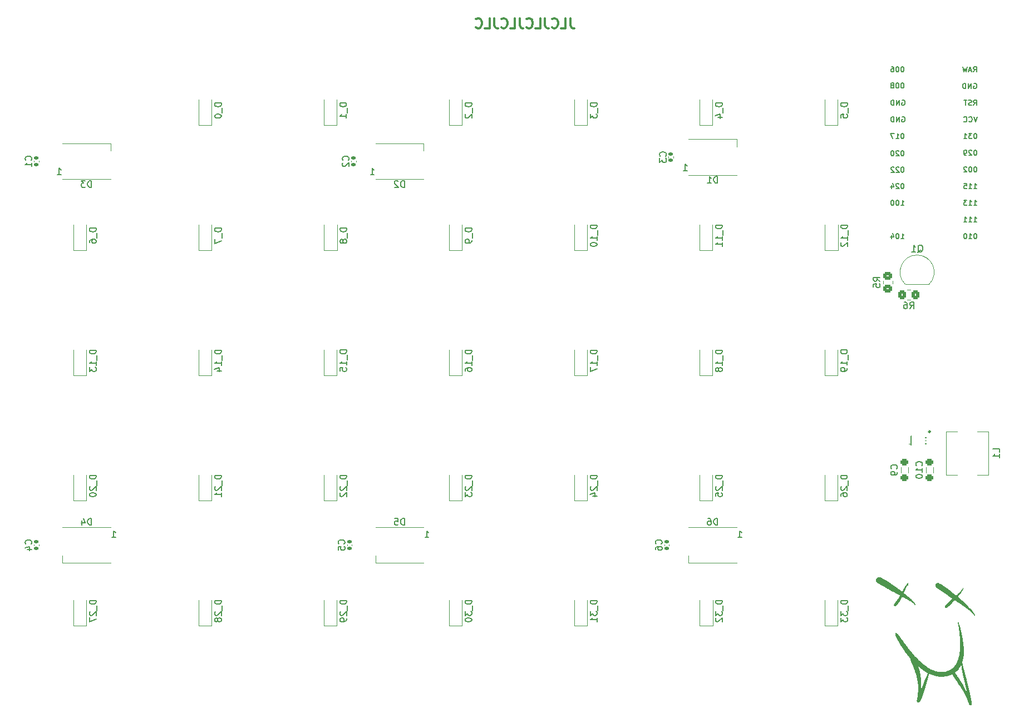
<source format=gbo>
G04 #@! TF.GenerationSoftware,KiCad,Pcbnew,(6.0.1)*
G04 #@! TF.CreationDate,2022-04-12T16:56:48+02:00*
G04 #@! TF.ProjectId,Keyboard Left Hand Side,4b657962-6f61-4726-9420-4c6566742048,rev?*
G04 #@! TF.SameCoordinates,Original*
G04 #@! TF.FileFunction,Legend,Bot*
G04 #@! TF.FilePolarity,Positive*
%FSLAX46Y46*%
G04 Gerber Fmt 4.6, Leading zero omitted, Abs format (unit mm)*
G04 Created by KiCad (PCBNEW (6.0.1)) date 2022-04-12 16:56:48*
%MOMM*%
%LPD*%
G01*
G04 APERTURE LIST*
G04 Aperture macros list*
%AMRoundRect*
0 Rectangle with rounded corners*
0 $1 Rounding radius*
0 $2 $3 $4 $5 $6 $7 $8 $9 X,Y pos of 4 corners*
0 Add a 4 corners polygon primitive as box body*
4,1,4,$2,$3,$4,$5,$6,$7,$8,$9,$2,$3,0*
0 Add four circle primitives for the rounded corners*
1,1,$1+$1,$2,$3*
1,1,$1+$1,$4,$5*
1,1,$1+$1,$6,$7*
1,1,$1+$1,$8,$9*
0 Add four rect primitives between the rounded corners*
20,1,$1+$1,$2,$3,$4,$5,0*
20,1,$1+$1,$4,$5,$6,$7,0*
20,1,$1+$1,$6,$7,$8,$9,0*
20,1,$1+$1,$8,$9,$2,$3,0*%
%AMHorizOval*
0 Thick line with rounded ends*
0 $1 width*
0 $2 $3 position (X,Y) of the first rounded end (center of the circle)*
0 $4 $5 position (X,Y) of the second rounded end (center of the circle)*
0 Add line between two ends*
20,1,$1,$2,$3,$4,$5,0*
0 Add two circle primitives to create the rounded ends*
1,1,$1,$2,$3*
1,1,$1,$4,$5*%
G04 Aperture macros list end*
%ADD10C,0.300000*%
%ADD11C,0.150000*%
%ADD12C,0.254000*%
%ADD13C,0.120000*%
%ADD14C,0.250000*%
%ADD15C,1.752600*%
%ADD16C,1.750000*%
%ADD17C,3.987800*%
%ADD18C,2.250000*%
%ADD19HorizOval,2.250000X0.655001X0.730000X-0.655001X-0.730000X0*%
%ADD20HorizOval,2.250000X0.020000X0.290000X-0.020000X-0.290000X0*%
%ADD21C,2.200000*%
%ADD22C,1.397000*%
%ADD23C,3.048000*%
%ADD24R,2.000000X2.000000*%
%ADD25C,2.000000*%
%ADD26R,3.000000X2.500000*%
%ADD27RoundRect,0.140000X-0.170000X0.140000X-0.170000X-0.140000X0.170000X-0.140000X0.170000X0.140000X0*%
%ADD28R,1.050000X1.500000*%
%ADD29O,1.050000X1.500000*%
%ADD30R,1.200000X0.900000*%
%ADD31RoundRect,0.250000X-0.450000X0.350000X-0.450000X-0.350000X0.450000X-0.350000X0.450000X0.350000X0*%
%ADD32C,2.800000*%
%ADD33R,1.500000X1.000000*%
%ADD34RoundRect,0.250000X-0.350000X0.275000X-0.350000X-0.275000X0.350000X-0.275000X0.350000X0.275000X0*%
%ADD35R,0.850000X0.300000*%
%ADD36R,1.700000X1.600000*%
%ADD37R,2.400000X1.500000*%
%ADD38RoundRect,0.250000X-0.350000X-0.450000X0.350000X-0.450000X0.350000X0.450000X-0.350000X0.450000X0*%
G04 APERTURE END LIST*
D10*
X134563571Y-37913571D02*
X134563571Y-38985000D01*
X134635000Y-39199285D01*
X134777857Y-39342142D01*
X134992142Y-39413571D01*
X135135000Y-39413571D01*
X133135000Y-39413571D02*
X133849285Y-39413571D01*
X133849285Y-37913571D01*
X131777857Y-39270714D02*
X131849285Y-39342142D01*
X132063571Y-39413571D01*
X132206428Y-39413571D01*
X132420714Y-39342142D01*
X132563571Y-39199285D01*
X132635000Y-39056428D01*
X132706428Y-38770714D01*
X132706428Y-38556428D01*
X132635000Y-38270714D01*
X132563571Y-38127857D01*
X132420714Y-37985000D01*
X132206428Y-37913571D01*
X132063571Y-37913571D01*
X131849285Y-37985000D01*
X131777857Y-38056428D01*
X130706428Y-37913571D02*
X130706428Y-38985000D01*
X130777857Y-39199285D01*
X130920714Y-39342142D01*
X131135000Y-39413571D01*
X131277857Y-39413571D01*
X129277857Y-39413571D02*
X129992142Y-39413571D01*
X129992142Y-37913571D01*
X127920714Y-39270714D02*
X127992142Y-39342142D01*
X128206428Y-39413571D01*
X128349285Y-39413571D01*
X128563571Y-39342142D01*
X128706428Y-39199285D01*
X128777857Y-39056428D01*
X128849285Y-38770714D01*
X128849285Y-38556428D01*
X128777857Y-38270714D01*
X128706428Y-38127857D01*
X128563571Y-37985000D01*
X128349285Y-37913571D01*
X128206428Y-37913571D01*
X127992142Y-37985000D01*
X127920714Y-38056428D01*
X126849285Y-37913571D02*
X126849285Y-38985000D01*
X126920714Y-39199285D01*
X127063571Y-39342142D01*
X127277857Y-39413571D01*
X127420714Y-39413571D01*
X125420714Y-39413571D02*
X126135000Y-39413571D01*
X126135000Y-37913571D01*
X124063571Y-39270714D02*
X124135000Y-39342142D01*
X124349285Y-39413571D01*
X124492142Y-39413571D01*
X124706428Y-39342142D01*
X124849285Y-39199285D01*
X124920714Y-39056428D01*
X124992142Y-38770714D01*
X124992142Y-38556428D01*
X124920714Y-38270714D01*
X124849285Y-38127857D01*
X124706428Y-37985000D01*
X124492142Y-37913571D01*
X124349285Y-37913571D01*
X124135000Y-37985000D01*
X124063571Y-38056428D01*
X122992142Y-37913571D02*
X122992142Y-38985000D01*
X123063571Y-39199285D01*
X123206428Y-39342142D01*
X123420714Y-39413571D01*
X123563571Y-39413571D01*
X121563571Y-39413571D02*
X122277857Y-39413571D01*
X122277857Y-37913571D01*
X120206428Y-39270714D02*
X120277857Y-39342142D01*
X120492142Y-39413571D01*
X120635000Y-39413571D01*
X120849285Y-39342142D01*
X120992142Y-39199285D01*
X121063571Y-39056428D01*
X121135000Y-38770714D01*
X121135000Y-38556428D01*
X121063571Y-38270714D01*
X120992142Y-38127857D01*
X120849285Y-37985000D01*
X120635000Y-37913571D01*
X120492142Y-37913571D01*
X120277857Y-37985000D01*
X120206428Y-38056428D01*
D11*
X185127810Y-63051904D02*
X185051619Y-63051904D01*
X184975429Y-63090000D01*
X184937333Y-63128095D01*
X184899238Y-63204285D01*
X184861143Y-63356666D01*
X184861143Y-63547142D01*
X184899238Y-63699523D01*
X184937333Y-63775714D01*
X184975429Y-63813809D01*
X185051619Y-63851904D01*
X185127810Y-63851904D01*
X185204000Y-63813809D01*
X185242095Y-63775714D01*
X185280190Y-63699523D01*
X185318286Y-63547142D01*
X185318286Y-63356666D01*
X185280190Y-63204285D01*
X185242095Y-63128095D01*
X185204000Y-63090000D01*
X185127810Y-63051904D01*
X184556381Y-63128095D02*
X184518286Y-63090000D01*
X184442095Y-63051904D01*
X184251619Y-63051904D01*
X184175429Y-63090000D01*
X184137333Y-63128095D01*
X184099238Y-63204285D01*
X184099238Y-63280476D01*
X184137333Y-63394761D01*
X184594476Y-63851904D01*
X184099238Y-63851904D01*
X183413524Y-63318571D02*
X183413524Y-63851904D01*
X183604000Y-63013809D02*
X183794476Y-63585238D01*
X183299238Y-63585238D01*
X196202191Y-57981904D02*
X196126000Y-57981904D01*
X196049810Y-58020000D01*
X196011714Y-58058095D01*
X195973619Y-58134285D01*
X195935524Y-58286666D01*
X195935524Y-58477142D01*
X195973619Y-58629523D01*
X196011714Y-58705714D01*
X196049810Y-58743809D01*
X196126000Y-58781904D01*
X196202191Y-58781904D01*
X196278381Y-58743809D01*
X196316476Y-58705714D01*
X196354571Y-58629523D01*
X196392667Y-58477142D01*
X196392667Y-58286666D01*
X196354571Y-58134285D01*
X196316476Y-58058095D01*
X196278381Y-58020000D01*
X196202191Y-57981904D01*
X195630762Y-58058095D02*
X195592667Y-58020000D01*
X195516476Y-57981904D01*
X195326000Y-57981904D01*
X195249810Y-58020000D01*
X195211714Y-58058095D01*
X195173619Y-58134285D01*
X195173619Y-58210476D01*
X195211714Y-58324761D01*
X195668857Y-58781904D01*
X195173619Y-58781904D01*
X194792667Y-58781904D02*
X194640286Y-58781904D01*
X194564095Y-58743809D01*
X194526000Y-58705714D01*
X194449810Y-58591428D01*
X194411714Y-58439047D01*
X194411714Y-58134285D01*
X194449810Y-58058095D01*
X194487905Y-58020000D01*
X194564095Y-57981904D01*
X194716476Y-57981904D01*
X194792667Y-58020000D01*
X194830762Y-58058095D01*
X194868857Y-58134285D01*
X194868857Y-58324761D01*
X194830762Y-58400952D01*
X194792667Y-58439047D01*
X194716476Y-58477142D01*
X194564095Y-58477142D01*
X194487905Y-58439047D01*
X194449810Y-58400952D01*
X194411714Y-58324761D01*
X185127810Y-60551904D02*
X185051619Y-60551904D01*
X184975429Y-60590000D01*
X184937333Y-60628095D01*
X184899238Y-60704285D01*
X184861143Y-60856666D01*
X184861143Y-61047142D01*
X184899238Y-61199523D01*
X184937333Y-61275714D01*
X184975429Y-61313809D01*
X185051619Y-61351904D01*
X185127810Y-61351904D01*
X185204000Y-61313809D01*
X185242095Y-61275714D01*
X185280190Y-61199523D01*
X185318286Y-61047142D01*
X185318286Y-60856666D01*
X185280190Y-60704285D01*
X185242095Y-60628095D01*
X185204000Y-60590000D01*
X185127810Y-60551904D01*
X184556381Y-60628095D02*
X184518286Y-60590000D01*
X184442095Y-60551904D01*
X184251619Y-60551904D01*
X184175429Y-60590000D01*
X184137333Y-60628095D01*
X184099238Y-60704285D01*
X184099238Y-60780476D01*
X184137333Y-60894761D01*
X184594476Y-61351904D01*
X184099238Y-61351904D01*
X183794476Y-60628095D02*
X183756381Y-60590000D01*
X183680190Y-60551904D01*
X183489714Y-60551904D01*
X183413524Y-60590000D01*
X183375429Y-60628095D01*
X183337333Y-60704285D01*
X183337333Y-60780476D01*
X183375429Y-60894761D01*
X183832571Y-61351904D01*
X183337333Y-61351904D01*
X195935524Y-68941904D02*
X196392667Y-68941904D01*
X196164095Y-68941904D02*
X196164095Y-68141904D01*
X196240286Y-68256190D01*
X196316476Y-68332380D01*
X196392667Y-68370476D01*
X195173619Y-68941904D02*
X195630762Y-68941904D01*
X195402191Y-68941904D02*
X195402191Y-68141904D01*
X195478381Y-68256190D01*
X195554571Y-68332380D01*
X195630762Y-68370476D01*
X194411714Y-68941904D02*
X194868857Y-68941904D01*
X194640286Y-68941904D02*
X194640286Y-68141904D01*
X194716476Y-68256190D01*
X194792667Y-68332380D01*
X194868857Y-68370476D01*
X185127810Y-55441904D02*
X185051619Y-55441904D01*
X184975429Y-55480000D01*
X184937333Y-55518095D01*
X184899238Y-55594285D01*
X184861143Y-55746666D01*
X184861143Y-55937142D01*
X184899238Y-56089523D01*
X184937333Y-56165714D01*
X184975429Y-56203809D01*
X185051619Y-56241904D01*
X185127810Y-56241904D01*
X185204000Y-56203809D01*
X185242095Y-56165714D01*
X185280190Y-56089523D01*
X185318286Y-55937142D01*
X185318286Y-55746666D01*
X185280190Y-55594285D01*
X185242095Y-55518095D01*
X185204000Y-55480000D01*
X185127810Y-55441904D01*
X184099238Y-56241904D02*
X184556381Y-56241904D01*
X184327810Y-56241904D02*
X184327810Y-55441904D01*
X184404000Y-55556190D01*
X184480190Y-55632380D01*
X184556381Y-55670476D01*
X183832571Y-55441904D02*
X183299238Y-55441904D01*
X183642095Y-56241904D01*
X195935524Y-63861904D02*
X196392667Y-63861904D01*
X196164095Y-63861904D02*
X196164095Y-63061904D01*
X196240286Y-63176190D01*
X196316476Y-63252380D01*
X196392667Y-63290476D01*
X195173619Y-63861904D02*
X195630762Y-63861904D01*
X195402191Y-63861904D02*
X195402191Y-63061904D01*
X195478381Y-63176190D01*
X195554571Y-63252380D01*
X195630762Y-63290476D01*
X194449810Y-63061904D02*
X194830762Y-63061904D01*
X194868857Y-63442857D01*
X194830762Y-63404761D01*
X194754571Y-63366666D01*
X194564095Y-63366666D01*
X194487905Y-63404761D01*
X194449810Y-63442857D01*
X194411714Y-63519047D01*
X194411714Y-63709523D01*
X194449810Y-63785714D01*
X194487905Y-63823809D01*
X194564095Y-63861904D01*
X194754571Y-63861904D01*
X194830762Y-63823809D01*
X194868857Y-63785714D01*
X184861143Y-71481904D02*
X185318286Y-71481904D01*
X185089714Y-71481904D02*
X185089714Y-70681904D01*
X185165905Y-70796190D01*
X185242095Y-70872380D01*
X185318286Y-70910476D01*
X184365905Y-70681904D02*
X184289714Y-70681904D01*
X184213524Y-70720000D01*
X184175429Y-70758095D01*
X184137333Y-70834285D01*
X184099238Y-70986666D01*
X184099238Y-71177142D01*
X184137333Y-71329523D01*
X184175429Y-71405714D01*
X184213524Y-71443809D01*
X184289714Y-71481904D01*
X184365905Y-71481904D01*
X184442095Y-71443809D01*
X184480190Y-71405714D01*
X184518286Y-71329523D01*
X184556381Y-71177142D01*
X184556381Y-70986666D01*
X184518286Y-70834285D01*
X184480190Y-70758095D01*
X184442095Y-70720000D01*
X184365905Y-70681904D01*
X183413524Y-70948571D02*
X183413524Y-71481904D01*
X183604000Y-70643809D02*
X183794476Y-71215238D01*
X183299238Y-71215238D01*
X185127810Y-58051904D02*
X185051619Y-58051904D01*
X184975429Y-58090000D01*
X184937333Y-58128095D01*
X184899238Y-58204285D01*
X184861143Y-58356666D01*
X184861143Y-58547142D01*
X184899238Y-58699523D01*
X184937333Y-58775714D01*
X184975429Y-58813809D01*
X185051619Y-58851904D01*
X185127810Y-58851904D01*
X185204000Y-58813809D01*
X185242095Y-58775714D01*
X185280190Y-58699523D01*
X185318286Y-58547142D01*
X185318286Y-58356666D01*
X185280190Y-58204285D01*
X185242095Y-58128095D01*
X185204000Y-58090000D01*
X185127810Y-58051904D01*
X184556381Y-58128095D02*
X184518286Y-58090000D01*
X184442095Y-58051904D01*
X184251619Y-58051904D01*
X184175429Y-58090000D01*
X184137333Y-58128095D01*
X184099238Y-58204285D01*
X184099238Y-58280476D01*
X184137333Y-58394761D01*
X184594476Y-58851904D01*
X184099238Y-58851904D01*
X183604000Y-58051904D02*
X183527810Y-58051904D01*
X183451619Y-58090000D01*
X183413524Y-58128095D01*
X183375429Y-58204285D01*
X183337333Y-58356666D01*
X183337333Y-58547142D01*
X183375429Y-58699523D01*
X183413524Y-58775714D01*
X183451619Y-58813809D01*
X183527810Y-58851904D01*
X183604000Y-58851904D01*
X183680190Y-58813809D01*
X183718286Y-58775714D01*
X183756381Y-58699523D01*
X183794476Y-58547142D01*
X183794476Y-58356666D01*
X183756381Y-58204285D01*
X183718286Y-58128095D01*
X183680190Y-58090000D01*
X183604000Y-58051904D01*
X195929190Y-47860000D02*
X196005381Y-47821904D01*
X196119667Y-47821904D01*
X196233952Y-47860000D01*
X196310143Y-47936190D01*
X196348238Y-48012380D01*
X196386333Y-48164761D01*
X196386333Y-48279047D01*
X196348238Y-48431428D01*
X196310143Y-48507619D01*
X196233952Y-48583809D01*
X196119667Y-48621904D01*
X196043476Y-48621904D01*
X195929190Y-48583809D01*
X195891095Y-48545714D01*
X195891095Y-48279047D01*
X196043476Y-48279047D01*
X195548238Y-48621904D02*
X195548238Y-47821904D01*
X195091095Y-48621904D01*
X195091095Y-47821904D01*
X194710143Y-48621904D02*
X194710143Y-47821904D01*
X194519667Y-47821904D01*
X194405381Y-47860000D01*
X194329190Y-47936190D01*
X194291095Y-48012380D01*
X194253000Y-48164761D01*
X194253000Y-48279047D01*
X194291095Y-48431428D01*
X194329190Y-48507619D01*
X194405381Y-48583809D01*
X194519667Y-48621904D01*
X194710143Y-48621904D01*
X185013523Y-50400000D02*
X185089714Y-50361904D01*
X185204000Y-50361904D01*
X185318285Y-50400000D01*
X185394476Y-50476190D01*
X185432571Y-50552380D01*
X185470666Y-50704761D01*
X185470666Y-50819047D01*
X185432571Y-50971428D01*
X185394476Y-51047619D01*
X185318285Y-51123809D01*
X185204000Y-51161904D01*
X185127809Y-51161904D01*
X185013523Y-51123809D01*
X184975428Y-51085714D01*
X184975428Y-50819047D01*
X185127809Y-50819047D01*
X184632571Y-51161904D02*
X184632571Y-50361904D01*
X184175428Y-51161904D01*
X184175428Y-50361904D01*
X183794476Y-51161904D02*
X183794476Y-50361904D01*
X183604000Y-50361904D01*
X183489714Y-50400000D01*
X183413523Y-50476190D01*
X183375428Y-50552380D01*
X183337333Y-50704761D01*
X183337333Y-50819047D01*
X183375428Y-50971428D01*
X183413523Y-51047619D01*
X183489714Y-51123809D01*
X183604000Y-51161904D01*
X183794476Y-51161904D01*
X185127810Y-45281904D02*
X185051619Y-45281904D01*
X184975429Y-45320000D01*
X184937333Y-45358095D01*
X184899238Y-45434285D01*
X184861143Y-45586666D01*
X184861143Y-45777142D01*
X184899238Y-45929523D01*
X184937333Y-46005714D01*
X184975429Y-46043809D01*
X185051619Y-46081904D01*
X185127810Y-46081904D01*
X185204000Y-46043809D01*
X185242095Y-46005714D01*
X185280190Y-45929523D01*
X185318286Y-45777142D01*
X185318286Y-45586666D01*
X185280190Y-45434285D01*
X185242095Y-45358095D01*
X185204000Y-45320000D01*
X185127810Y-45281904D01*
X184365905Y-45281904D02*
X184289714Y-45281904D01*
X184213524Y-45320000D01*
X184175429Y-45358095D01*
X184137333Y-45434285D01*
X184099238Y-45586666D01*
X184099238Y-45777142D01*
X184137333Y-45929523D01*
X184175429Y-46005714D01*
X184213524Y-46043809D01*
X184289714Y-46081904D01*
X184365905Y-46081904D01*
X184442095Y-46043809D01*
X184480190Y-46005714D01*
X184518286Y-45929523D01*
X184556381Y-45777142D01*
X184556381Y-45586666D01*
X184518286Y-45434285D01*
X184480190Y-45358095D01*
X184442095Y-45320000D01*
X184365905Y-45281904D01*
X183413524Y-45281904D02*
X183565905Y-45281904D01*
X183642095Y-45320000D01*
X183680190Y-45358095D01*
X183756381Y-45472380D01*
X183794476Y-45624761D01*
X183794476Y-45929523D01*
X183756381Y-46005714D01*
X183718286Y-46043809D01*
X183642095Y-46081904D01*
X183489714Y-46081904D01*
X183413524Y-46043809D01*
X183375429Y-46005714D01*
X183337333Y-45929523D01*
X183337333Y-45739047D01*
X183375429Y-45662857D01*
X183413524Y-45624761D01*
X183489714Y-45586666D01*
X183642095Y-45586666D01*
X183718286Y-45624761D01*
X183756381Y-45662857D01*
X183794476Y-45739047D01*
X185013523Y-52940000D02*
X185089714Y-52901904D01*
X185204000Y-52901904D01*
X185318285Y-52940000D01*
X185394476Y-53016190D01*
X185432571Y-53092380D01*
X185470666Y-53244761D01*
X185470666Y-53359047D01*
X185432571Y-53511428D01*
X185394476Y-53587619D01*
X185318285Y-53663809D01*
X185204000Y-53701904D01*
X185127809Y-53701904D01*
X185013523Y-53663809D01*
X184975428Y-53625714D01*
X184975428Y-53359047D01*
X185127809Y-53359047D01*
X184632571Y-53701904D02*
X184632571Y-52901904D01*
X184175428Y-53701904D01*
X184175428Y-52901904D01*
X183794476Y-53701904D02*
X183794476Y-52901904D01*
X183604000Y-52901904D01*
X183489714Y-52940000D01*
X183413523Y-53016190D01*
X183375428Y-53092380D01*
X183337333Y-53244761D01*
X183337333Y-53359047D01*
X183375428Y-53511428D01*
X183413523Y-53587619D01*
X183489714Y-53663809D01*
X183604000Y-53701904D01*
X183794476Y-53701904D01*
X196202191Y-70681904D02*
X196126000Y-70681904D01*
X196049810Y-70720000D01*
X196011714Y-70758095D01*
X195973619Y-70834285D01*
X195935524Y-70986666D01*
X195935524Y-71177142D01*
X195973619Y-71329523D01*
X196011714Y-71405714D01*
X196049810Y-71443809D01*
X196126000Y-71481904D01*
X196202191Y-71481904D01*
X196278381Y-71443809D01*
X196316476Y-71405714D01*
X196354571Y-71329523D01*
X196392667Y-71177142D01*
X196392667Y-70986666D01*
X196354571Y-70834285D01*
X196316476Y-70758095D01*
X196278381Y-70720000D01*
X196202191Y-70681904D01*
X195173619Y-71481904D02*
X195630762Y-71481904D01*
X195402191Y-71481904D02*
X195402191Y-70681904D01*
X195478381Y-70796190D01*
X195554571Y-70872380D01*
X195630762Y-70910476D01*
X194678381Y-70681904D02*
X194602191Y-70681904D01*
X194526000Y-70720000D01*
X194487905Y-70758095D01*
X194449810Y-70834285D01*
X194411714Y-70986666D01*
X194411714Y-71177142D01*
X194449810Y-71329523D01*
X194487905Y-71405714D01*
X194526000Y-71443809D01*
X194602191Y-71481904D01*
X194678381Y-71481904D01*
X194754571Y-71443809D01*
X194792667Y-71405714D01*
X194830762Y-71329523D01*
X194868857Y-71177142D01*
X194868857Y-70986666D01*
X194830762Y-70834285D01*
X194792667Y-70758095D01*
X194754571Y-70720000D01*
X194678381Y-70681904D01*
X195891095Y-51161904D02*
X196157761Y-50780952D01*
X196348238Y-51161904D02*
X196348238Y-50361904D01*
X196043476Y-50361904D01*
X195967285Y-50400000D01*
X195929190Y-50438095D01*
X195891095Y-50514285D01*
X195891095Y-50628571D01*
X195929190Y-50704761D01*
X195967285Y-50742857D01*
X196043476Y-50780952D01*
X196348238Y-50780952D01*
X195586333Y-51123809D02*
X195472047Y-51161904D01*
X195281571Y-51161904D01*
X195205380Y-51123809D01*
X195167285Y-51085714D01*
X195129190Y-51009523D01*
X195129190Y-50933333D01*
X195167285Y-50857142D01*
X195205380Y-50819047D01*
X195281571Y-50780952D01*
X195433952Y-50742857D01*
X195510142Y-50704761D01*
X195548238Y-50666666D01*
X195586333Y-50590476D01*
X195586333Y-50514285D01*
X195548238Y-50438095D01*
X195510142Y-50400000D01*
X195433952Y-50361904D01*
X195243476Y-50361904D01*
X195129190Y-50400000D01*
X194900619Y-50361904D02*
X194443476Y-50361904D01*
X194672047Y-51161904D02*
X194672047Y-50361904D01*
X185127810Y-47751904D02*
X185051619Y-47751904D01*
X184975429Y-47790000D01*
X184937333Y-47828095D01*
X184899238Y-47904285D01*
X184861143Y-48056666D01*
X184861143Y-48247142D01*
X184899238Y-48399523D01*
X184937333Y-48475714D01*
X184975429Y-48513809D01*
X185051619Y-48551904D01*
X185127810Y-48551904D01*
X185204000Y-48513809D01*
X185242095Y-48475714D01*
X185280190Y-48399523D01*
X185318286Y-48247142D01*
X185318286Y-48056666D01*
X185280190Y-47904285D01*
X185242095Y-47828095D01*
X185204000Y-47790000D01*
X185127810Y-47751904D01*
X184365905Y-47751904D02*
X184289714Y-47751904D01*
X184213524Y-47790000D01*
X184175429Y-47828095D01*
X184137333Y-47904285D01*
X184099238Y-48056666D01*
X184099238Y-48247142D01*
X184137333Y-48399523D01*
X184175429Y-48475714D01*
X184213524Y-48513809D01*
X184289714Y-48551904D01*
X184365905Y-48551904D01*
X184442095Y-48513809D01*
X184480190Y-48475714D01*
X184518286Y-48399523D01*
X184556381Y-48247142D01*
X184556381Y-48056666D01*
X184518286Y-47904285D01*
X184480190Y-47828095D01*
X184442095Y-47790000D01*
X184365905Y-47751904D01*
X183642095Y-48094761D02*
X183718286Y-48056666D01*
X183756381Y-48018571D01*
X183794476Y-47942380D01*
X183794476Y-47904285D01*
X183756381Y-47828095D01*
X183718286Y-47790000D01*
X183642095Y-47751904D01*
X183489714Y-47751904D01*
X183413524Y-47790000D01*
X183375429Y-47828095D01*
X183337333Y-47904285D01*
X183337333Y-47942380D01*
X183375429Y-48018571D01*
X183413524Y-48056666D01*
X183489714Y-48094761D01*
X183642095Y-48094761D01*
X183718286Y-48132857D01*
X183756381Y-48170952D01*
X183794476Y-48247142D01*
X183794476Y-48399523D01*
X183756381Y-48475714D01*
X183718286Y-48513809D01*
X183642095Y-48551904D01*
X183489714Y-48551904D01*
X183413524Y-48513809D01*
X183375429Y-48475714D01*
X183337333Y-48399523D01*
X183337333Y-48247142D01*
X183375429Y-48170952D01*
X183413524Y-48132857D01*
X183489714Y-48094761D01*
X196202191Y-60521904D02*
X196126000Y-60521904D01*
X196049810Y-60560000D01*
X196011714Y-60598095D01*
X195973619Y-60674285D01*
X195935524Y-60826666D01*
X195935524Y-61017142D01*
X195973619Y-61169523D01*
X196011714Y-61245714D01*
X196049810Y-61283809D01*
X196126000Y-61321904D01*
X196202191Y-61321904D01*
X196278381Y-61283809D01*
X196316476Y-61245714D01*
X196354571Y-61169523D01*
X196392667Y-61017142D01*
X196392667Y-60826666D01*
X196354571Y-60674285D01*
X196316476Y-60598095D01*
X196278381Y-60560000D01*
X196202191Y-60521904D01*
X195440286Y-60521904D02*
X195364095Y-60521904D01*
X195287905Y-60560000D01*
X195249810Y-60598095D01*
X195211714Y-60674285D01*
X195173619Y-60826666D01*
X195173619Y-61017142D01*
X195211714Y-61169523D01*
X195249810Y-61245714D01*
X195287905Y-61283809D01*
X195364095Y-61321904D01*
X195440286Y-61321904D01*
X195516476Y-61283809D01*
X195554571Y-61245714D01*
X195592667Y-61169523D01*
X195630762Y-61017142D01*
X195630762Y-60826666D01*
X195592667Y-60674285D01*
X195554571Y-60598095D01*
X195516476Y-60560000D01*
X195440286Y-60521904D01*
X194868857Y-60598095D02*
X194830762Y-60560000D01*
X194754571Y-60521904D01*
X194564095Y-60521904D01*
X194487905Y-60560000D01*
X194449810Y-60598095D01*
X194411714Y-60674285D01*
X194411714Y-60750476D01*
X194449810Y-60864761D01*
X194906952Y-61321904D01*
X194411714Y-61321904D01*
X195935524Y-66401904D02*
X196392667Y-66401904D01*
X196164095Y-66401904D02*
X196164095Y-65601904D01*
X196240286Y-65716190D01*
X196316476Y-65792380D01*
X196392667Y-65830476D01*
X195173619Y-66401904D02*
X195630762Y-66401904D01*
X195402191Y-66401904D02*
X195402191Y-65601904D01*
X195478381Y-65716190D01*
X195554571Y-65792380D01*
X195630762Y-65830476D01*
X194906952Y-65601904D02*
X194411714Y-65601904D01*
X194678381Y-65906666D01*
X194564095Y-65906666D01*
X194487905Y-65944761D01*
X194449810Y-65982857D01*
X194411714Y-66059047D01*
X194411714Y-66249523D01*
X194449810Y-66325714D01*
X194487905Y-66363809D01*
X194564095Y-66401904D01*
X194792667Y-66401904D01*
X194868857Y-66363809D01*
X194906952Y-66325714D01*
X196202191Y-55441904D02*
X196126000Y-55441904D01*
X196049810Y-55480000D01*
X196011714Y-55518095D01*
X195973619Y-55594285D01*
X195935524Y-55746666D01*
X195935524Y-55937142D01*
X195973619Y-56089523D01*
X196011714Y-56165714D01*
X196049810Y-56203809D01*
X196126000Y-56241904D01*
X196202191Y-56241904D01*
X196278381Y-56203809D01*
X196316476Y-56165714D01*
X196354571Y-56089523D01*
X196392667Y-55937142D01*
X196392667Y-55746666D01*
X196354571Y-55594285D01*
X196316476Y-55518095D01*
X196278381Y-55480000D01*
X196202191Y-55441904D01*
X195668857Y-55441904D02*
X195173619Y-55441904D01*
X195440286Y-55746666D01*
X195326000Y-55746666D01*
X195249810Y-55784761D01*
X195211714Y-55822857D01*
X195173619Y-55899047D01*
X195173619Y-56089523D01*
X195211714Y-56165714D01*
X195249810Y-56203809D01*
X195326000Y-56241904D01*
X195554571Y-56241904D01*
X195630762Y-56203809D01*
X195668857Y-56165714D01*
X194411714Y-56241904D02*
X194868857Y-56241904D01*
X194640286Y-56241904D02*
X194640286Y-55441904D01*
X194716476Y-55556190D01*
X194792667Y-55632380D01*
X194868857Y-55670476D01*
X195891095Y-46081904D02*
X196157762Y-45700952D01*
X196348238Y-46081904D02*
X196348238Y-45281904D01*
X196043476Y-45281904D01*
X195967286Y-45320000D01*
X195929191Y-45358095D01*
X195891095Y-45434285D01*
X195891095Y-45548571D01*
X195929191Y-45624761D01*
X195967286Y-45662857D01*
X196043476Y-45700952D01*
X196348238Y-45700952D01*
X195586334Y-45853333D02*
X195205381Y-45853333D01*
X195662524Y-46081904D02*
X195395857Y-45281904D01*
X195129191Y-46081904D01*
X194938715Y-45281904D02*
X194748238Y-46081904D01*
X194595857Y-45510476D01*
X194443476Y-46081904D01*
X194253000Y-45281904D01*
X196468857Y-52901904D02*
X196202191Y-53701904D01*
X195935524Y-52901904D01*
X195211714Y-53625714D02*
X195249810Y-53663809D01*
X195364095Y-53701904D01*
X195440286Y-53701904D01*
X195554571Y-53663809D01*
X195630762Y-53587619D01*
X195668857Y-53511428D01*
X195706952Y-53359047D01*
X195706952Y-53244761D01*
X195668857Y-53092380D01*
X195630762Y-53016190D01*
X195554571Y-52940000D01*
X195440286Y-52901904D01*
X195364095Y-52901904D01*
X195249810Y-52940000D01*
X195211714Y-52978095D01*
X194411714Y-53625714D02*
X194449810Y-53663809D01*
X194564095Y-53701904D01*
X194640286Y-53701904D01*
X194754571Y-53663809D01*
X194830762Y-53587619D01*
X194868857Y-53511428D01*
X194906952Y-53359047D01*
X194906952Y-53244761D01*
X194868857Y-53092380D01*
X194830762Y-53016190D01*
X194754571Y-52940000D01*
X194640286Y-52901904D01*
X194564095Y-52901904D01*
X194449810Y-52940000D01*
X194411714Y-52978095D01*
X184861143Y-66401904D02*
X185318286Y-66401904D01*
X185089714Y-66401904D02*
X185089714Y-65601904D01*
X185165905Y-65716190D01*
X185242095Y-65792380D01*
X185318286Y-65830476D01*
X184365905Y-65601904D02*
X184289714Y-65601904D01*
X184213524Y-65640000D01*
X184175429Y-65678095D01*
X184137333Y-65754285D01*
X184099238Y-65906666D01*
X184099238Y-66097142D01*
X184137333Y-66249523D01*
X184175429Y-66325714D01*
X184213524Y-66363809D01*
X184289714Y-66401904D01*
X184365905Y-66401904D01*
X184442095Y-66363809D01*
X184480190Y-66325714D01*
X184518286Y-66249523D01*
X184556381Y-66097142D01*
X184556381Y-65906666D01*
X184518286Y-65754285D01*
X184480190Y-65678095D01*
X184442095Y-65640000D01*
X184365905Y-65601904D01*
X183604000Y-65601904D02*
X183527810Y-65601904D01*
X183451619Y-65640000D01*
X183413524Y-65678095D01*
X183375429Y-65754285D01*
X183337333Y-65906666D01*
X183337333Y-66097142D01*
X183375429Y-66249523D01*
X183413524Y-66325714D01*
X183451619Y-66363809D01*
X183527810Y-66401904D01*
X183604000Y-66401904D01*
X183680190Y-66363809D01*
X183718286Y-66325714D01*
X183756381Y-66249523D01*
X183794476Y-66097142D01*
X183794476Y-65906666D01*
X183756381Y-65754285D01*
X183718286Y-65678095D01*
X183680190Y-65640000D01*
X183604000Y-65601904D01*
X149057142Y-58888333D02*
X149104761Y-58840714D01*
X149152380Y-58697857D01*
X149152380Y-58602619D01*
X149104761Y-58459761D01*
X149009523Y-58364523D01*
X148914285Y-58316904D01*
X148723809Y-58269285D01*
X148580952Y-58269285D01*
X148390476Y-58316904D01*
X148295238Y-58364523D01*
X148200000Y-58459761D01*
X148152380Y-58602619D01*
X148152380Y-58697857D01*
X148200000Y-58840714D01*
X148247619Y-58888333D01*
X148152380Y-59221666D02*
X148152380Y-59840714D01*
X148533333Y-59507380D01*
X148533333Y-59650238D01*
X148580952Y-59745476D01*
X148628571Y-59793095D01*
X148723809Y-59840714D01*
X148961904Y-59840714D01*
X149057142Y-59793095D01*
X149104761Y-59745476D01*
X149152380Y-59650238D01*
X149152380Y-59364523D01*
X149104761Y-59269285D01*
X149057142Y-59221666D01*
X187420238Y-73547619D02*
X187515476Y-73500000D01*
X187610714Y-73404761D01*
X187753571Y-73261904D01*
X187848809Y-73214285D01*
X187944047Y-73214285D01*
X187896428Y-73452380D02*
X187991666Y-73404761D01*
X188086904Y-73309523D01*
X188134523Y-73119047D01*
X188134523Y-72785714D01*
X188086904Y-72595238D01*
X187991666Y-72500000D01*
X187896428Y-72452380D01*
X187705952Y-72452380D01*
X187610714Y-72500000D01*
X187515476Y-72595238D01*
X187467857Y-72785714D01*
X187467857Y-73119047D01*
X187515476Y-73309523D01*
X187610714Y-73404761D01*
X187705952Y-73452380D01*
X187896428Y-73452380D01*
X186515476Y-73452380D02*
X187086904Y-73452380D01*
X186801190Y-73452380D02*
X186801190Y-72452380D01*
X186896428Y-72595238D01*
X186991666Y-72690476D01*
X187086904Y-72738095D01*
X52537142Y-59523333D02*
X52584761Y-59475714D01*
X52632380Y-59332857D01*
X52632380Y-59237619D01*
X52584761Y-59094761D01*
X52489523Y-58999523D01*
X52394285Y-58951904D01*
X52203809Y-58904285D01*
X52060952Y-58904285D01*
X51870476Y-58951904D01*
X51775238Y-58999523D01*
X51680000Y-59094761D01*
X51632380Y-59237619D01*
X51632380Y-59332857D01*
X51680000Y-59475714D01*
X51727619Y-59523333D01*
X52632380Y-60475714D02*
X52632380Y-59904285D01*
X52632380Y-60190000D02*
X51632380Y-60190000D01*
X51775238Y-60094761D01*
X51870476Y-59999523D01*
X51918095Y-59904285D01*
X157662380Y-69389761D02*
X156662380Y-69389761D01*
X156662380Y-69627857D01*
X156710000Y-69770714D01*
X156805238Y-69865952D01*
X156900476Y-69913571D01*
X157090952Y-69961190D01*
X157233809Y-69961190D01*
X157424285Y-69913571D01*
X157519523Y-69865952D01*
X157614761Y-69770714D01*
X157662380Y-69627857D01*
X157662380Y-69389761D01*
X157757619Y-70151666D02*
X157757619Y-70913571D01*
X157662380Y-71675476D02*
X157662380Y-71104047D01*
X157662380Y-71389761D02*
X156662380Y-71389761D01*
X156805238Y-71294523D01*
X156900476Y-71199285D01*
X156948095Y-71104047D01*
X157662380Y-72627857D02*
X157662380Y-72056428D01*
X157662380Y-72342142D02*
X156662380Y-72342142D01*
X156805238Y-72246904D01*
X156900476Y-72151666D01*
X156948095Y-72056428D01*
X100797142Y-59523333D02*
X100844761Y-59475714D01*
X100892380Y-59332857D01*
X100892380Y-59237619D01*
X100844761Y-59094761D01*
X100749523Y-58999523D01*
X100654285Y-58951904D01*
X100463809Y-58904285D01*
X100320952Y-58904285D01*
X100130476Y-58951904D01*
X100035238Y-58999523D01*
X99940000Y-59094761D01*
X99892380Y-59237619D01*
X99892380Y-59332857D01*
X99940000Y-59475714D01*
X99987619Y-59523333D01*
X99987619Y-59904285D02*
X99940000Y-59951904D01*
X99892380Y-60047142D01*
X99892380Y-60285238D01*
X99940000Y-60380476D01*
X99987619Y-60428095D01*
X100082857Y-60475714D01*
X100178095Y-60475714D01*
X100320952Y-60428095D01*
X100892380Y-59856666D01*
X100892380Y-60475714D01*
X157662380Y-107489761D02*
X156662380Y-107489761D01*
X156662380Y-107727857D01*
X156710000Y-107870714D01*
X156805238Y-107965952D01*
X156900476Y-108013571D01*
X157090952Y-108061190D01*
X157233809Y-108061190D01*
X157424285Y-108013571D01*
X157519523Y-107965952D01*
X157614761Y-107870714D01*
X157662380Y-107727857D01*
X157662380Y-107489761D01*
X157757619Y-108251666D02*
X157757619Y-109013571D01*
X156757619Y-109204047D02*
X156710000Y-109251666D01*
X156662380Y-109346904D01*
X156662380Y-109585000D01*
X156710000Y-109680238D01*
X156757619Y-109727857D01*
X156852857Y-109775476D01*
X156948095Y-109775476D01*
X157090952Y-109727857D01*
X157662380Y-109156428D01*
X157662380Y-109775476D01*
X156662380Y-110680238D02*
X156662380Y-110204047D01*
X157138571Y-110156428D01*
X157090952Y-110204047D01*
X157043333Y-110299285D01*
X157043333Y-110537380D01*
X157090952Y-110632619D01*
X157138571Y-110680238D01*
X157233809Y-110727857D01*
X157471904Y-110727857D01*
X157567142Y-110680238D01*
X157614761Y-110632619D01*
X157662380Y-110537380D01*
X157662380Y-110299285D01*
X157614761Y-110204047D01*
X157567142Y-110156428D01*
X176712380Y-50815952D02*
X175712380Y-50815952D01*
X175712380Y-51054047D01*
X175760000Y-51196904D01*
X175855238Y-51292142D01*
X175950476Y-51339761D01*
X176140952Y-51387380D01*
X176283809Y-51387380D01*
X176474285Y-51339761D01*
X176569523Y-51292142D01*
X176664761Y-51196904D01*
X176712380Y-51054047D01*
X176712380Y-50815952D01*
X176807619Y-51577857D02*
X176807619Y-52339761D01*
X175712380Y-53054047D02*
X175712380Y-52577857D01*
X176188571Y-52530238D01*
X176140952Y-52577857D01*
X176093333Y-52673095D01*
X176093333Y-52911190D01*
X176140952Y-53006428D01*
X176188571Y-53054047D01*
X176283809Y-53101666D01*
X176521904Y-53101666D01*
X176617142Y-53054047D01*
X176664761Y-53006428D01*
X176712380Y-52911190D01*
X176712380Y-52673095D01*
X176664761Y-52577857D01*
X176617142Y-52530238D01*
X176712380Y-126554761D02*
X175712380Y-126554761D01*
X175712380Y-126792857D01*
X175760000Y-126935714D01*
X175855238Y-127030952D01*
X175950476Y-127078571D01*
X176140952Y-127126190D01*
X176283809Y-127126190D01*
X176474285Y-127078571D01*
X176569523Y-127030952D01*
X176664761Y-126935714D01*
X176712380Y-126792857D01*
X176712380Y-126554761D01*
X176807619Y-127316666D02*
X176807619Y-128078571D01*
X175712380Y-128221428D02*
X175712380Y-128840476D01*
X176093333Y-128507142D01*
X176093333Y-128650000D01*
X176140952Y-128745238D01*
X176188571Y-128792857D01*
X176283809Y-128840476D01*
X176521904Y-128840476D01*
X176617142Y-128792857D01*
X176664761Y-128745238D01*
X176712380Y-128650000D01*
X176712380Y-128364285D01*
X176664761Y-128269047D01*
X176617142Y-128221428D01*
X175712380Y-129173809D02*
X175712380Y-129792857D01*
X176093333Y-129459523D01*
X176093333Y-129602380D01*
X176140952Y-129697619D01*
X176188571Y-129745238D01*
X176283809Y-129792857D01*
X176521904Y-129792857D01*
X176617142Y-129745238D01*
X176664761Y-129697619D01*
X176712380Y-129602380D01*
X176712380Y-129316666D01*
X176664761Y-129221428D01*
X176617142Y-129173809D01*
X62412380Y-88439761D02*
X61412380Y-88439761D01*
X61412380Y-88677857D01*
X61460000Y-88820714D01*
X61555238Y-88915952D01*
X61650476Y-88963571D01*
X61840952Y-89011190D01*
X61983809Y-89011190D01*
X62174285Y-88963571D01*
X62269523Y-88915952D01*
X62364761Y-88820714D01*
X62412380Y-88677857D01*
X62412380Y-88439761D01*
X62507619Y-89201666D02*
X62507619Y-89963571D01*
X62412380Y-90725476D02*
X62412380Y-90154047D01*
X62412380Y-90439761D02*
X61412380Y-90439761D01*
X61555238Y-90344523D01*
X61650476Y-90249285D01*
X61698095Y-90154047D01*
X61412380Y-91058809D02*
X61412380Y-91677857D01*
X61793333Y-91344523D01*
X61793333Y-91487380D01*
X61840952Y-91582619D01*
X61888571Y-91630238D01*
X61983809Y-91677857D01*
X62221904Y-91677857D01*
X62317142Y-91630238D01*
X62364761Y-91582619D01*
X62412380Y-91487380D01*
X62412380Y-91201666D01*
X62364761Y-91106428D01*
X62317142Y-91058809D01*
X81462380Y-126539761D02*
X80462380Y-126539761D01*
X80462380Y-126777857D01*
X80510000Y-126920714D01*
X80605238Y-127015952D01*
X80700476Y-127063571D01*
X80890952Y-127111190D01*
X81033809Y-127111190D01*
X81224285Y-127063571D01*
X81319523Y-127015952D01*
X81414761Y-126920714D01*
X81462380Y-126777857D01*
X81462380Y-126539761D01*
X81557619Y-127301666D02*
X81557619Y-128063571D01*
X80557619Y-128254047D02*
X80510000Y-128301666D01*
X80462380Y-128396904D01*
X80462380Y-128635000D01*
X80510000Y-128730238D01*
X80557619Y-128777857D01*
X80652857Y-128825476D01*
X80748095Y-128825476D01*
X80890952Y-128777857D01*
X81462380Y-128206428D01*
X81462380Y-128825476D01*
X80890952Y-129396904D02*
X80843333Y-129301666D01*
X80795714Y-129254047D01*
X80700476Y-129206428D01*
X80652857Y-129206428D01*
X80557619Y-129254047D01*
X80510000Y-129301666D01*
X80462380Y-129396904D01*
X80462380Y-129587380D01*
X80510000Y-129682619D01*
X80557619Y-129730238D01*
X80652857Y-129777857D01*
X80700476Y-129777857D01*
X80795714Y-129730238D01*
X80843333Y-129682619D01*
X80890952Y-129587380D01*
X80890952Y-129396904D01*
X80938571Y-129301666D01*
X80986190Y-129254047D01*
X81081428Y-129206428D01*
X81271904Y-129206428D01*
X81367142Y-129254047D01*
X81414761Y-129301666D01*
X81462380Y-129396904D01*
X81462380Y-129587380D01*
X81414761Y-129682619D01*
X81367142Y-129730238D01*
X81271904Y-129777857D01*
X81081428Y-129777857D01*
X80986190Y-129730238D01*
X80938571Y-129682619D01*
X80890952Y-129587380D01*
X119562380Y-50815952D02*
X118562380Y-50815952D01*
X118562380Y-51054047D01*
X118610000Y-51196904D01*
X118705238Y-51292142D01*
X118800476Y-51339761D01*
X118990952Y-51387380D01*
X119133809Y-51387380D01*
X119324285Y-51339761D01*
X119419523Y-51292142D01*
X119514761Y-51196904D01*
X119562380Y-51054047D01*
X119562380Y-50815952D01*
X119657619Y-51577857D02*
X119657619Y-52339761D01*
X118657619Y-52530238D02*
X118610000Y-52577857D01*
X118562380Y-52673095D01*
X118562380Y-52911190D01*
X118610000Y-53006428D01*
X118657619Y-53054047D01*
X118752857Y-53101666D01*
X118848095Y-53101666D01*
X118990952Y-53054047D01*
X119562380Y-52482619D01*
X119562380Y-53101666D01*
X181682380Y-77938333D02*
X181206190Y-77605000D01*
X181682380Y-77366904D02*
X180682380Y-77366904D01*
X180682380Y-77747857D01*
X180730000Y-77843095D01*
X180777619Y-77890714D01*
X180872857Y-77938333D01*
X181015714Y-77938333D01*
X181110952Y-77890714D01*
X181158571Y-77843095D01*
X181206190Y-77747857D01*
X181206190Y-77366904D01*
X180682380Y-78843095D02*
X180682380Y-78366904D01*
X181158571Y-78319285D01*
X181110952Y-78366904D01*
X181063333Y-78462142D01*
X181063333Y-78700238D01*
X181110952Y-78795476D01*
X181158571Y-78843095D01*
X181253809Y-78890714D01*
X181491904Y-78890714D01*
X181587142Y-78843095D01*
X181634761Y-78795476D01*
X181682380Y-78700238D01*
X181682380Y-78462142D01*
X181634761Y-78366904D01*
X181587142Y-78319285D01*
X109323095Y-63642380D02*
X109323095Y-62642380D01*
X109085000Y-62642380D01*
X108942142Y-62690000D01*
X108846904Y-62785238D01*
X108799285Y-62880476D01*
X108751666Y-63070952D01*
X108751666Y-63213809D01*
X108799285Y-63404285D01*
X108846904Y-63499523D01*
X108942142Y-63594761D01*
X109085000Y-63642380D01*
X109323095Y-63642380D01*
X108370714Y-62737619D02*
X108323095Y-62690000D01*
X108227857Y-62642380D01*
X107989761Y-62642380D01*
X107894523Y-62690000D01*
X107846904Y-62737619D01*
X107799285Y-62832857D01*
X107799285Y-62928095D01*
X107846904Y-63070952D01*
X108418333Y-63642380D01*
X107799285Y-63642380D01*
X104149285Y-61742380D02*
X104720714Y-61742380D01*
X104435000Y-61742380D02*
X104435000Y-60742380D01*
X104530238Y-60885238D01*
X104625476Y-60980476D01*
X104720714Y-61028095D01*
X157662380Y-50815952D02*
X156662380Y-50815952D01*
X156662380Y-51054047D01*
X156710000Y-51196904D01*
X156805238Y-51292142D01*
X156900476Y-51339761D01*
X157090952Y-51387380D01*
X157233809Y-51387380D01*
X157424285Y-51339761D01*
X157519523Y-51292142D01*
X157614761Y-51196904D01*
X157662380Y-51054047D01*
X157662380Y-50815952D01*
X157757619Y-51577857D02*
X157757619Y-52339761D01*
X156995714Y-53006428D02*
X157662380Y-53006428D01*
X156614761Y-52768333D02*
X157329047Y-52530238D01*
X157329047Y-53149285D01*
X176702380Y-88424761D02*
X175702380Y-88424761D01*
X175702380Y-88662857D01*
X175750000Y-88805714D01*
X175845238Y-88900952D01*
X175940476Y-88948571D01*
X176130952Y-88996190D01*
X176273809Y-88996190D01*
X176464285Y-88948571D01*
X176559523Y-88900952D01*
X176654761Y-88805714D01*
X176702380Y-88662857D01*
X176702380Y-88424761D01*
X176797619Y-89186666D02*
X176797619Y-89948571D01*
X176702380Y-90710476D02*
X176702380Y-90139047D01*
X176702380Y-90424761D02*
X175702380Y-90424761D01*
X175845238Y-90329523D01*
X175940476Y-90234285D01*
X175988095Y-90139047D01*
X176702380Y-91186666D02*
X176702380Y-91377142D01*
X176654761Y-91472380D01*
X176607142Y-91520000D01*
X176464285Y-91615238D01*
X176273809Y-91662857D01*
X175892857Y-91662857D01*
X175797619Y-91615238D01*
X175750000Y-91567619D01*
X175702380Y-91472380D01*
X175702380Y-91281904D01*
X175750000Y-91186666D01*
X175797619Y-91139047D01*
X175892857Y-91091428D01*
X176130952Y-91091428D01*
X176226190Y-91139047D01*
X176273809Y-91186666D01*
X176321428Y-91281904D01*
X176321428Y-91472380D01*
X176273809Y-91567619D01*
X176226190Y-91615238D01*
X176130952Y-91662857D01*
X184227142Y-106513333D02*
X184274761Y-106465714D01*
X184322380Y-106322857D01*
X184322380Y-106227619D01*
X184274761Y-106084761D01*
X184179523Y-105989523D01*
X184084285Y-105941904D01*
X183893809Y-105894285D01*
X183750952Y-105894285D01*
X183560476Y-105941904D01*
X183465238Y-105989523D01*
X183370000Y-106084761D01*
X183322380Y-106227619D01*
X183322380Y-106322857D01*
X183370000Y-106465714D01*
X183417619Y-106513333D01*
X184322380Y-106989523D02*
X184322380Y-107180000D01*
X184274761Y-107275238D01*
X184227142Y-107322857D01*
X184084285Y-107418095D01*
X183893809Y-107465714D01*
X183512857Y-107465714D01*
X183417619Y-107418095D01*
X183370000Y-107370476D01*
X183322380Y-107275238D01*
X183322380Y-107084761D01*
X183370000Y-106989523D01*
X183417619Y-106941904D01*
X183512857Y-106894285D01*
X183750952Y-106894285D01*
X183846190Y-106941904D01*
X183893809Y-106989523D01*
X183941428Y-107084761D01*
X183941428Y-107275238D01*
X183893809Y-107370476D01*
X183846190Y-107418095D01*
X183750952Y-107465714D01*
X100512380Y-107489761D02*
X99512380Y-107489761D01*
X99512380Y-107727857D01*
X99560000Y-107870714D01*
X99655238Y-107965952D01*
X99750476Y-108013571D01*
X99940952Y-108061190D01*
X100083809Y-108061190D01*
X100274285Y-108013571D01*
X100369523Y-107965952D01*
X100464761Y-107870714D01*
X100512380Y-107727857D01*
X100512380Y-107489761D01*
X100607619Y-108251666D02*
X100607619Y-109013571D01*
X99607619Y-109204047D02*
X99560000Y-109251666D01*
X99512380Y-109346904D01*
X99512380Y-109585000D01*
X99560000Y-109680238D01*
X99607619Y-109727857D01*
X99702857Y-109775476D01*
X99798095Y-109775476D01*
X99940952Y-109727857D01*
X100512380Y-109156428D01*
X100512380Y-109775476D01*
X99607619Y-110156428D02*
X99560000Y-110204047D01*
X99512380Y-110299285D01*
X99512380Y-110537380D01*
X99560000Y-110632619D01*
X99607619Y-110680238D01*
X99702857Y-110727857D01*
X99798095Y-110727857D01*
X99940952Y-110680238D01*
X100512380Y-110108809D01*
X100512380Y-110727857D01*
X119562380Y-50815952D02*
X118562380Y-50815952D01*
X118562380Y-51054047D01*
X118610000Y-51196904D01*
X118705238Y-51292142D01*
X118800476Y-51339761D01*
X118990952Y-51387380D01*
X119133809Y-51387380D01*
X119324285Y-51339761D01*
X119419523Y-51292142D01*
X119514761Y-51196904D01*
X119562380Y-51054047D01*
X119562380Y-50815952D01*
X119657619Y-51577857D02*
X119657619Y-52339761D01*
X118657619Y-52530238D02*
X118610000Y-52577857D01*
X118562380Y-52673095D01*
X118562380Y-52911190D01*
X118610000Y-53006428D01*
X118657619Y-53054047D01*
X118752857Y-53101666D01*
X118848095Y-53101666D01*
X118990952Y-53054047D01*
X119562380Y-52482619D01*
X119562380Y-53101666D01*
X157662380Y-107489761D02*
X156662380Y-107489761D01*
X156662380Y-107727857D01*
X156710000Y-107870714D01*
X156805238Y-107965952D01*
X156900476Y-108013571D01*
X157090952Y-108061190D01*
X157233809Y-108061190D01*
X157424285Y-108013571D01*
X157519523Y-107965952D01*
X157614761Y-107870714D01*
X157662380Y-107727857D01*
X157662380Y-107489761D01*
X157757619Y-108251666D02*
X157757619Y-109013571D01*
X156757619Y-109204047D02*
X156710000Y-109251666D01*
X156662380Y-109346904D01*
X156662380Y-109585000D01*
X156710000Y-109680238D01*
X156757619Y-109727857D01*
X156852857Y-109775476D01*
X156948095Y-109775476D01*
X157090952Y-109727857D01*
X157662380Y-109156428D01*
X157662380Y-109775476D01*
X156662380Y-110680238D02*
X156662380Y-110204047D01*
X157138571Y-110156428D01*
X157090952Y-110204047D01*
X157043333Y-110299285D01*
X157043333Y-110537380D01*
X157090952Y-110632619D01*
X157138571Y-110680238D01*
X157233809Y-110727857D01*
X157471904Y-110727857D01*
X157567142Y-110680238D01*
X157614761Y-110632619D01*
X157662380Y-110537380D01*
X157662380Y-110299285D01*
X157614761Y-110204047D01*
X157567142Y-110156428D01*
X62412380Y-69870952D02*
X61412380Y-69870952D01*
X61412380Y-70109047D01*
X61460000Y-70251904D01*
X61555238Y-70347142D01*
X61650476Y-70394761D01*
X61840952Y-70442380D01*
X61983809Y-70442380D01*
X62174285Y-70394761D01*
X62269523Y-70347142D01*
X62364761Y-70251904D01*
X62412380Y-70109047D01*
X62412380Y-69870952D01*
X62507619Y-70632857D02*
X62507619Y-71394761D01*
X61412380Y-72061428D02*
X61412380Y-71870952D01*
X61460000Y-71775714D01*
X61507619Y-71728095D01*
X61650476Y-71632857D01*
X61840952Y-71585238D01*
X62221904Y-71585238D01*
X62317142Y-71632857D01*
X62364761Y-71680476D01*
X62412380Y-71775714D01*
X62412380Y-71966190D01*
X62364761Y-72061428D01*
X62317142Y-72109047D01*
X62221904Y-72156666D01*
X61983809Y-72156666D01*
X61888571Y-72109047D01*
X61840952Y-72061428D01*
X61793333Y-71966190D01*
X61793333Y-71775714D01*
X61840952Y-71680476D01*
X61888571Y-71632857D01*
X61983809Y-71585238D01*
X119562380Y-88439761D02*
X118562380Y-88439761D01*
X118562380Y-88677857D01*
X118610000Y-88820714D01*
X118705238Y-88915952D01*
X118800476Y-88963571D01*
X118990952Y-89011190D01*
X119133809Y-89011190D01*
X119324285Y-88963571D01*
X119419523Y-88915952D01*
X119514761Y-88820714D01*
X119562380Y-88677857D01*
X119562380Y-88439761D01*
X119657619Y-89201666D02*
X119657619Y-89963571D01*
X119562380Y-90725476D02*
X119562380Y-90154047D01*
X119562380Y-90439761D02*
X118562380Y-90439761D01*
X118705238Y-90344523D01*
X118800476Y-90249285D01*
X118848095Y-90154047D01*
X118562380Y-91582619D02*
X118562380Y-91392142D01*
X118610000Y-91296904D01*
X118657619Y-91249285D01*
X118800476Y-91154047D01*
X118990952Y-91106428D01*
X119371904Y-91106428D01*
X119467142Y-91154047D01*
X119514761Y-91201666D01*
X119562380Y-91296904D01*
X119562380Y-91487380D01*
X119514761Y-91582619D01*
X119467142Y-91630238D01*
X119371904Y-91677857D01*
X119133809Y-91677857D01*
X119038571Y-91630238D01*
X118990952Y-91582619D01*
X118943333Y-91487380D01*
X118943333Y-91296904D01*
X118990952Y-91201666D01*
X119038571Y-91154047D01*
X119133809Y-91106428D01*
X119562380Y-107489761D02*
X118562380Y-107489761D01*
X118562380Y-107727857D01*
X118610000Y-107870714D01*
X118705238Y-107965952D01*
X118800476Y-108013571D01*
X118990952Y-108061190D01*
X119133809Y-108061190D01*
X119324285Y-108013571D01*
X119419523Y-107965952D01*
X119514761Y-107870714D01*
X119562380Y-107727857D01*
X119562380Y-107489761D01*
X119657619Y-108251666D02*
X119657619Y-109013571D01*
X118657619Y-109204047D02*
X118610000Y-109251666D01*
X118562380Y-109346904D01*
X118562380Y-109585000D01*
X118610000Y-109680238D01*
X118657619Y-109727857D01*
X118752857Y-109775476D01*
X118848095Y-109775476D01*
X118990952Y-109727857D01*
X119562380Y-109156428D01*
X119562380Y-109775476D01*
X118562380Y-110108809D02*
X118562380Y-110727857D01*
X118943333Y-110394523D01*
X118943333Y-110537380D01*
X118990952Y-110632619D01*
X119038571Y-110680238D01*
X119133809Y-110727857D01*
X119371904Y-110727857D01*
X119467142Y-110680238D01*
X119514761Y-110632619D01*
X119562380Y-110537380D01*
X119562380Y-110251666D01*
X119514761Y-110156428D01*
X119467142Y-110108809D01*
X100532380Y-69870952D02*
X99532380Y-69870952D01*
X99532380Y-70109047D01*
X99580000Y-70251904D01*
X99675238Y-70347142D01*
X99770476Y-70394761D01*
X99960952Y-70442380D01*
X100103809Y-70442380D01*
X100294285Y-70394761D01*
X100389523Y-70347142D01*
X100484761Y-70251904D01*
X100532380Y-70109047D01*
X100532380Y-69870952D01*
X100627619Y-70632857D02*
X100627619Y-71394761D01*
X99960952Y-71775714D02*
X99913333Y-71680476D01*
X99865714Y-71632857D01*
X99770476Y-71585238D01*
X99722857Y-71585238D01*
X99627619Y-71632857D01*
X99580000Y-71680476D01*
X99532380Y-71775714D01*
X99532380Y-71966190D01*
X99580000Y-72061428D01*
X99627619Y-72109047D01*
X99722857Y-72156666D01*
X99770476Y-72156666D01*
X99865714Y-72109047D01*
X99913333Y-72061428D01*
X99960952Y-71966190D01*
X99960952Y-71775714D01*
X100008571Y-71680476D01*
X100056190Y-71632857D01*
X100151428Y-71585238D01*
X100341904Y-71585238D01*
X100437142Y-71632857D01*
X100484761Y-71680476D01*
X100532380Y-71775714D01*
X100532380Y-71966190D01*
X100484761Y-72061428D01*
X100437142Y-72109047D01*
X100341904Y-72156666D01*
X100151428Y-72156666D01*
X100056190Y-72109047D01*
X100008571Y-72061428D01*
X99960952Y-71966190D01*
D12*
X188564761Y-102809523D02*
X188564761Y-101539523D01*
X187234285Y-102688571D02*
X187294761Y-102749047D01*
X187476190Y-102809523D01*
X187597142Y-102809523D01*
X187778571Y-102749047D01*
X187899523Y-102628095D01*
X187960000Y-102507142D01*
X188020476Y-102265238D01*
X188020476Y-102083809D01*
X187960000Y-101841904D01*
X187899523Y-101720952D01*
X187778571Y-101600000D01*
X187597142Y-101539523D01*
X187476190Y-101539523D01*
X187294761Y-101600000D01*
X187234285Y-101660476D01*
X186024761Y-102809523D02*
X186750476Y-102809523D01*
X186387619Y-102809523D02*
X186387619Y-101539523D01*
X186508571Y-101720952D01*
X186629523Y-101841904D01*
X186750476Y-101902380D01*
D11*
X156948095Y-63007380D02*
X156948095Y-62007380D01*
X156710000Y-62007380D01*
X156567142Y-62055000D01*
X156471904Y-62150238D01*
X156424285Y-62245476D01*
X156376666Y-62435952D01*
X156376666Y-62578809D01*
X156424285Y-62769285D01*
X156471904Y-62864523D01*
X156567142Y-62959761D01*
X156710000Y-63007380D01*
X156948095Y-63007380D01*
X155424285Y-63007380D02*
X155995714Y-63007380D01*
X155710000Y-63007380D02*
X155710000Y-62007380D01*
X155805238Y-62150238D01*
X155900476Y-62245476D01*
X155995714Y-62293095D01*
X151774285Y-61107380D02*
X152345714Y-61107380D01*
X152060000Y-61107380D02*
X152060000Y-60107380D01*
X152155238Y-60250238D01*
X152250476Y-60345476D01*
X152345714Y-60393095D01*
X62412380Y-126539761D02*
X61412380Y-126539761D01*
X61412380Y-126777857D01*
X61460000Y-126920714D01*
X61555238Y-127015952D01*
X61650476Y-127063571D01*
X61840952Y-127111190D01*
X61983809Y-127111190D01*
X62174285Y-127063571D01*
X62269523Y-127015952D01*
X62364761Y-126920714D01*
X62412380Y-126777857D01*
X62412380Y-126539761D01*
X62507619Y-127301666D02*
X62507619Y-128063571D01*
X61507619Y-128254047D02*
X61460000Y-128301666D01*
X61412380Y-128396904D01*
X61412380Y-128635000D01*
X61460000Y-128730238D01*
X61507619Y-128777857D01*
X61602857Y-128825476D01*
X61698095Y-128825476D01*
X61840952Y-128777857D01*
X62412380Y-128206428D01*
X62412380Y-128825476D01*
X61412380Y-129158809D02*
X61412380Y-129825476D01*
X62412380Y-129396904D01*
X119562380Y-69865952D02*
X118562380Y-69865952D01*
X118562380Y-70104047D01*
X118610000Y-70246904D01*
X118705238Y-70342142D01*
X118800476Y-70389761D01*
X118990952Y-70437380D01*
X119133809Y-70437380D01*
X119324285Y-70389761D01*
X119419523Y-70342142D01*
X119514761Y-70246904D01*
X119562380Y-70104047D01*
X119562380Y-69865952D01*
X119657619Y-70627857D02*
X119657619Y-71389761D01*
X119562380Y-71675476D02*
X119562380Y-71865952D01*
X119514761Y-71961190D01*
X119467142Y-72008809D01*
X119324285Y-72104047D01*
X119133809Y-72151666D01*
X118752857Y-72151666D01*
X118657619Y-72104047D01*
X118610000Y-72056428D01*
X118562380Y-71961190D01*
X118562380Y-71770714D01*
X118610000Y-71675476D01*
X118657619Y-71627857D01*
X118752857Y-71580238D01*
X118990952Y-71580238D01*
X119086190Y-71627857D01*
X119133809Y-71675476D01*
X119181428Y-71770714D01*
X119181428Y-71961190D01*
X119133809Y-72056428D01*
X119086190Y-72104047D01*
X118990952Y-72151666D01*
X81462380Y-69865952D02*
X80462380Y-69865952D01*
X80462380Y-70104047D01*
X80510000Y-70246904D01*
X80605238Y-70342142D01*
X80700476Y-70389761D01*
X80890952Y-70437380D01*
X81033809Y-70437380D01*
X81224285Y-70389761D01*
X81319523Y-70342142D01*
X81414761Y-70246904D01*
X81462380Y-70104047D01*
X81462380Y-69865952D01*
X81557619Y-70627857D02*
X81557619Y-71389761D01*
X80462380Y-71532619D02*
X80462380Y-72199285D01*
X81462380Y-71770714D01*
X109323095Y-115062380D02*
X109323095Y-114062380D01*
X109085000Y-114062380D01*
X108942142Y-114110000D01*
X108846904Y-114205238D01*
X108799285Y-114300476D01*
X108751666Y-114490952D01*
X108751666Y-114633809D01*
X108799285Y-114824285D01*
X108846904Y-114919523D01*
X108942142Y-115014761D01*
X109085000Y-115062380D01*
X109323095Y-115062380D01*
X107846904Y-114062380D02*
X108323095Y-114062380D01*
X108370714Y-114538571D01*
X108323095Y-114490952D01*
X108227857Y-114443333D01*
X107989761Y-114443333D01*
X107894523Y-114490952D01*
X107846904Y-114538571D01*
X107799285Y-114633809D01*
X107799285Y-114871904D01*
X107846904Y-114967142D01*
X107894523Y-115014761D01*
X107989761Y-115062380D01*
X108227857Y-115062380D01*
X108323095Y-115014761D01*
X108370714Y-114967142D01*
X112449285Y-116962380D02*
X113020714Y-116962380D01*
X112735000Y-116962380D02*
X112735000Y-115962380D01*
X112830238Y-116105238D01*
X112925476Y-116200476D01*
X113020714Y-116248095D01*
X157672380Y-126544761D02*
X156672380Y-126544761D01*
X156672380Y-126782857D01*
X156720000Y-126925714D01*
X156815238Y-127020952D01*
X156910476Y-127068571D01*
X157100952Y-127116190D01*
X157243809Y-127116190D01*
X157434285Y-127068571D01*
X157529523Y-127020952D01*
X157624761Y-126925714D01*
X157672380Y-126782857D01*
X157672380Y-126544761D01*
X157767619Y-127306666D02*
X157767619Y-128068571D01*
X156672380Y-128211428D02*
X156672380Y-128830476D01*
X157053333Y-128497142D01*
X157053333Y-128640000D01*
X157100952Y-128735238D01*
X157148571Y-128782857D01*
X157243809Y-128830476D01*
X157481904Y-128830476D01*
X157577142Y-128782857D01*
X157624761Y-128735238D01*
X157672380Y-128640000D01*
X157672380Y-128354285D01*
X157624761Y-128259047D01*
X157577142Y-128211428D01*
X156767619Y-129211428D02*
X156720000Y-129259047D01*
X156672380Y-129354285D01*
X156672380Y-129592380D01*
X156720000Y-129687619D01*
X156767619Y-129735238D01*
X156862857Y-129782857D01*
X156958095Y-129782857D01*
X157100952Y-129735238D01*
X157672380Y-129163809D01*
X157672380Y-129782857D01*
X138612380Y-69389761D02*
X137612380Y-69389761D01*
X137612380Y-69627857D01*
X137660000Y-69770714D01*
X137755238Y-69865952D01*
X137850476Y-69913571D01*
X138040952Y-69961190D01*
X138183809Y-69961190D01*
X138374285Y-69913571D01*
X138469523Y-69865952D01*
X138564761Y-69770714D01*
X138612380Y-69627857D01*
X138612380Y-69389761D01*
X138707619Y-70151666D02*
X138707619Y-70913571D01*
X138612380Y-71675476D02*
X138612380Y-71104047D01*
X138612380Y-71389761D02*
X137612380Y-71389761D01*
X137755238Y-71294523D01*
X137850476Y-71199285D01*
X137898095Y-71104047D01*
X137612380Y-72294523D02*
X137612380Y-72389761D01*
X137660000Y-72485000D01*
X137707619Y-72532619D01*
X137802857Y-72580238D01*
X137993333Y-72627857D01*
X138231428Y-72627857D01*
X138421904Y-72580238D01*
X138517142Y-72532619D01*
X138564761Y-72485000D01*
X138612380Y-72389761D01*
X138612380Y-72294523D01*
X138564761Y-72199285D01*
X138517142Y-72151666D01*
X138421904Y-72104047D01*
X138231428Y-72056428D01*
X137993333Y-72056428D01*
X137802857Y-72104047D01*
X137707619Y-72151666D01*
X137660000Y-72199285D01*
X137612380Y-72294523D01*
X81462380Y-88439761D02*
X80462380Y-88439761D01*
X80462380Y-88677857D01*
X80510000Y-88820714D01*
X80605238Y-88915952D01*
X80700476Y-88963571D01*
X80890952Y-89011190D01*
X81033809Y-89011190D01*
X81224285Y-88963571D01*
X81319523Y-88915952D01*
X81414761Y-88820714D01*
X81462380Y-88677857D01*
X81462380Y-88439761D01*
X81557619Y-89201666D02*
X81557619Y-89963571D01*
X81462380Y-90725476D02*
X81462380Y-90154047D01*
X81462380Y-90439761D02*
X80462380Y-90439761D01*
X80605238Y-90344523D01*
X80700476Y-90249285D01*
X80748095Y-90154047D01*
X80795714Y-91582619D02*
X81462380Y-91582619D01*
X80414761Y-91344523D02*
X81129047Y-91106428D01*
X81129047Y-91725476D01*
X138612380Y-126544761D02*
X137612380Y-126544761D01*
X137612380Y-126782857D01*
X137660000Y-126925714D01*
X137755238Y-127020952D01*
X137850476Y-127068571D01*
X138040952Y-127116190D01*
X138183809Y-127116190D01*
X138374285Y-127068571D01*
X138469523Y-127020952D01*
X138564761Y-126925714D01*
X138612380Y-126782857D01*
X138612380Y-126544761D01*
X138707619Y-127306666D02*
X138707619Y-128068571D01*
X137612380Y-128211428D02*
X137612380Y-128830476D01*
X137993333Y-128497142D01*
X137993333Y-128640000D01*
X138040952Y-128735238D01*
X138088571Y-128782857D01*
X138183809Y-128830476D01*
X138421904Y-128830476D01*
X138517142Y-128782857D01*
X138564761Y-128735238D01*
X138612380Y-128640000D01*
X138612380Y-128354285D01*
X138564761Y-128259047D01*
X138517142Y-128211428D01*
X138612380Y-129782857D02*
X138612380Y-129211428D01*
X138612380Y-129497142D02*
X137612380Y-129497142D01*
X137755238Y-129401904D01*
X137850476Y-129306666D01*
X137898095Y-129211428D01*
X138612380Y-88439761D02*
X137612380Y-88439761D01*
X137612380Y-88677857D01*
X137660000Y-88820714D01*
X137755238Y-88915952D01*
X137850476Y-88963571D01*
X138040952Y-89011190D01*
X138183809Y-89011190D01*
X138374285Y-88963571D01*
X138469523Y-88915952D01*
X138564761Y-88820714D01*
X138612380Y-88677857D01*
X138612380Y-88439761D01*
X138707619Y-89201666D02*
X138707619Y-89963571D01*
X138612380Y-90725476D02*
X138612380Y-90154047D01*
X138612380Y-90439761D02*
X137612380Y-90439761D01*
X137755238Y-90344523D01*
X137850476Y-90249285D01*
X137898095Y-90154047D01*
X137612380Y-91058809D02*
X137612380Y-91725476D01*
X138612380Y-91296904D01*
X62412380Y-107489761D02*
X61412380Y-107489761D01*
X61412380Y-107727857D01*
X61460000Y-107870714D01*
X61555238Y-107965952D01*
X61650476Y-108013571D01*
X61840952Y-108061190D01*
X61983809Y-108061190D01*
X62174285Y-108013571D01*
X62269523Y-107965952D01*
X62364761Y-107870714D01*
X62412380Y-107727857D01*
X62412380Y-107489761D01*
X62507619Y-108251666D02*
X62507619Y-109013571D01*
X61507619Y-109204047D02*
X61460000Y-109251666D01*
X61412380Y-109346904D01*
X61412380Y-109585000D01*
X61460000Y-109680238D01*
X61507619Y-109727857D01*
X61602857Y-109775476D01*
X61698095Y-109775476D01*
X61840952Y-109727857D01*
X62412380Y-109156428D01*
X62412380Y-109775476D01*
X61412380Y-110394523D02*
X61412380Y-110489761D01*
X61460000Y-110585000D01*
X61507619Y-110632619D01*
X61602857Y-110680238D01*
X61793333Y-110727857D01*
X62031428Y-110727857D01*
X62221904Y-110680238D01*
X62317142Y-110632619D01*
X62364761Y-110585000D01*
X62412380Y-110489761D01*
X62412380Y-110394523D01*
X62364761Y-110299285D01*
X62317142Y-110251666D01*
X62221904Y-110204047D01*
X62031428Y-110156428D01*
X61793333Y-110156428D01*
X61602857Y-110204047D01*
X61507619Y-110251666D01*
X61460000Y-110299285D01*
X61412380Y-110394523D01*
X100502380Y-50820952D02*
X99502380Y-50820952D01*
X99502380Y-51059047D01*
X99550000Y-51201904D01*
X99645238Y-51297142D01*
X99740476Y-51344761D01*
X99930952Y-51392380D01*
X100073809Y-51392380D01*
X100264285Y-51344761D01*
X100359523Y-51297142D01*
X100454761Y-51201904D01*
X100502380Y-51059047D01*
X100502380Y-50820952D01*
X100597619Y-51582857D02*
X100597619Y-52344761D01*
X100502380Y-53106666D02*
X100502380Y-52535238D01*
X100502380Y-52820952D02*
X99502380Y-52820952D01*
X99645238Y-52725714D01*
X99740476Y-52630476D01*
X99788095Y-52535238D01*
X81462380Y-126539761D02*
X80462380Y-126539761D01*
X80462380Y-126777857D01*
X80510000Y-126920714D01*
X80605238Y-127015952D01*
X80700476Y-127063571D01*
X80890952Y-127111190D01*
X81033809Y-127111190D01*
X81224285Y-127063571D01*
X81319523Y-127015952D01*
X81414761Y-126920714D01*
X81462380Y-126777857D01*
X81462380Y-126539761D01*
X81557619Y-127301666D02*
X81557619Y-128063571D01*
X80557619Y-128254047D02*
X80510000Y-128301666D01*
X80462380Y-128396904D01*
X80462380Y-128635000D01*
X80510000Y-128730238D01*
X80557619Y-128777857D01*
X80652857Y-128825476D01*
X80748095Y-128825476D01*
X80890952Y-128777857D01*
X81462380Y-128206428D01*
X81462380Y-128825476D01*
X80890952Y-129396904D02*
X80843333Y-129301666D01*
X80795714Y-129254047D01*
X80700476Y-129206428D01*
X80652857Y-129206428D01*
X80557619Y-129254047D01*
X80510000Y-129301666D01*
X80462380Y-129396904D01*
X80462380Y-129587380D01*
X80510000Y-129682619D01*
X80557619Y-129730238D01*
X80652857Y-129777857D01*
X80700476Y-129777857D01*
X80795714Y-129730238D01*
X80843333Y-129682619D01*
X80890952Y-129587380D01*
X80890952Y-129396904D01*
X80938571Y-129301666D01*
X80986190Y-129254047D01*
X81081428Y-129206428D01*
X81271904Y-129206428D01*
X81367142Y-129254047D01*
X81414761Y-129301666D01*
X81462380Y-129396904D01*
X81462380Y-129587380D01*
X81414761Y-129682619D01*
X81367142Y-129730238D01*
X81271904Y-129777857D01*
X81081428Y-129777857D01*
X80986190Y-129730238D01*
X80938571Y-129682619D01*
X80890952Y-129587380D01*
X81462380Y-88439761D02*
X80462380Y-88439761D01*
X80462380Y-88677857D01*
X80510000Y-88820714D01*
X80605238Y-88915952D01*
X80700476Y-88963571D01*
X80890952Y-89011190D01*
X81033809Y-89011190D01*
X81224285Y-88963571D01*
X81319523Y-88915952D01*
X81414761Y-88820714D01*
X81462380Y-88677857D01*
X81462380Y-88439761D01*
X81557619Y-89201666D02*
X81557619Y-89963571D01*
X81462380Y-90725476D02*
X81462380Y-90154047D01*
X81462380Y-90439761D02*
X80462380Y-90439761D01*
X80605238Y-90344523D01*
X80700476Y-90249285D01*
X80748095Y-90154047D01*
X80795714Y-91582619D02*
X81462380Y-91582619D01*
X80414761Y-91344523D02*
X81129047Y-91106428D01*
X81129047Y-91725476D01*
X81462380Y-50815952D02*
X80462380Y-50815952D01*
X80462380Y-51054047D01*
X80510000Y-51196904D01*
X80605238Y-51292142D01*
X80700476Y-51339761D01*
X80890952Y-51387380D01*
X81033809Y-51387380D01*
X81224285Y-51339761D01*
X81319523Y-51292142D01*
X81414761Y-51196904D01*
X81462380Y-51054047D01*
X81462380Y-50815952D01*
X81557619Y-51577857D02*
X81557619Y-52339761D01*
X80462380Y-52768333D02*
X80462380Y-52863571D01*
X80510000Y-52958809D01*
X80557619Y-53006428D01*
X80652857Y-53054047D01*
X80843333Y-53101666D01*
X81081428Y-53101666D01*
X81271904Y-53054047D01*
X81367142Y-53006428D01*
X81414761Y-52958809D01*
X81462380Y-52863571D01*
X81462380Y-52768333D01*
X81414761Y-52673095D01*
X81367142Y-52625476D01*
X81271904Y-52577857D01*
X81081428Y-52530238D01*
X80843333Y-52530238D01*
X80652857Y-52577857D01*
X80557619Y-52625476D01*
X80510000Y-52673095D01*
X80462380Y-52768333D01*
X188037142Y-106037142D02*
X188084761Y-105989523D01*
X188132380Y-105846666D01*
X188132380Y-105751428D01*
X188084761Y-105608571D01*
X187989523Y-105513333D01*
X187894285Y-105465714D01*
X187703809Y-105418095D01*
X187560952Y-105418095D01*
X187370476Y-105465714D01*
X187275238Y-105513333D01*
X187180000Y-105608571D01*
X187132380Y-105751428D01*
X187132380Y-105846666D01*
X187180000Y-105989523D01*
X187227619Y-106037142D01*
X188132380Y-106989523D02*
X188132380Y-106418095D01*
X188132380Y-106703809D02*
X187132380Y-106703809D01*
X187275238Y-106608571D01*
X187370476Y-106513333D01*
X187418095Y-106418095D01*
X187132380Y-107608571D02*
X187132380Y-107703809D01*
X187180000Y-107799047D01*
X187227619Y-107846666D01*
X187322857Y-107894285D01*
X187513333Y-107941904D01*
X187751428Y-107941904D01*
X187941904Y-107894285D01*
X188037142Y-107846666D01*
X188084761Y-107799047D01*
X188132380Y-107703809D01*
X188132380Y-107608571D01*
X188084761Y-107513333D01*
X188037142Y-107465714D01*
X187941904Y-107418095D01*
X187751428Y-107370476D01*
X187513333Y-107370476D01*
X187322857Y-107418095D01*
X187227619Y-107465714D01*
X187180000Y-107513333D01*
X187132380Y-107608571D01*
X148422142Y-117943333D02*
X148469761Y-117895714D01*
X148517380Y-117752857D01*
X148517380Y-117657619D01*
X148469761Y-117514761D01*
X148374523Y-117419523D01*
X148279285Y-117371904D01*
X148088809Y-117324285D01*
X147945952Y-117324285D01*
X147755476Y-117371904D01*
X147660238Y-117419523D01*
X147565000Y-117514761D01*
X147517380Y-117657619D01*
X147517380Y-117752857D01*
X147565000Y-117895714D01*
X147612619Y-117943333D01*
X147517380Y-118800476D02*
X147517380Y-118610000D01*
X147565000Y-118514761D01*
X147612619Y-118467142D01*
X147755476Y-118371904D01*
X147945952Y-118324285D01*
X148326904Y-118324285D01*
X148422142Y-118371904D01*
X148469761Y-118419523D01*
X148517380Y-118514761D01*
X148517380Y-118705238D01*
X148469761Y-118800476D01*
X148422142Y-118848095D01*
X148326904Y-118895714D01*
X148088809Y-118895714D01*
X147993571Y-118848095D01*
X147945952Y-118800476D01*
X147898333Y-118705238D01*
X147898333Y-118514761D01*
X147945952Y-118419523D01*
X147993571Y-118371904D01*
X148088809Y-118324285D01*
X138612380Y-107489761D02*
X137612380Y-107489761D01*
X137612380Y-107727857D01*
X137660000Y-107870714D01*
X137755238Y-107965952D01*
X137850476Y-108013571D01*
X138040952Y-108061190D01*
X138183809Y-108061190D01*
X138374285Y-108013571D01*
X138469523Y-107965952D01*
X138564761Y-107870714D01*
X138612380Y-107727857D01*
X138612380Y-107489761D01*
X138707619Y-108251666D02*
X138707619Y-109013571D01*
X137707619Y-109204047D02*
X137660000Y-109251666D01*
X137612380Y-109346904D01*
X137612380Y-109585000D01*
X137660000Y-109680238D01*
X137707619Y-109727857D01*
X137802857Y-109775476D01*
X137898095Y-109775476D01*
X138040952Y-109727857D01*
X138612380Y-109156428D01*
X138612380Y-109775476D01*
X137945714Y-110632619D02*
X138612380Y-110632619D01*
X137564761Y-110394523D02*
X138279047Y-110156428D01*
X138279047Y-110775476D01*
X199847380Y-103973333D02*
X199847380Y-103497142D01*
X198847380Y-103497142D01*
X199847380Y-104830476D02*
X199847380Y-104259047D01*
X199847380Y-104544761D02*
X198847380Y-104544761D01*
X198990238Y-104449523D01*
X199085476Y-104354285D01*
X199133095Y-104259047D01*
X61698095Y-115062380D02*
X61698095Y-114062380D01*
X61460000Y-114062380D01*
X61317142Y-114110000D01*
X61221904Y-114205238D01*
X61174285Y-114300476D01*
X61126666Y-114490952D01*
X61126666Y-114633809D01*
X61174285Y-114824285D01*
X61221904Y-114919523D01*
X61317142Y-115014761D01*
X61460000Y-115062380D01*
X61698095Y-115062380D01*
X60269523Y-114395714D02*
X60269523Y-115062380D01*
X60507619Y-114014761D02*
X60745714Y-114729047D01*
X60126666Y-114729047D01*
X64824285Y-116962380D02*
X65395714Y-116962380D01*
X65110000Y-116962380D02*
X65110000Y-115962380D01*
X65205238Y-116105238D01*
X65300476Y-116200476D01*
X65395714Y-116248095D01*
X119562380Y-69865952D02*
X118562380Y-69865952D01*
X118562380Y-70104047D01*
X118610000Y-70246904D01*
X118705238Y-70342142D01*
X118800476Y-70389761D01*
X118990952Y-70437380D01*
X119133809Y-70437380D01*
X119324285Y-70389761D01*
X119419523Y-70342142D01*
X119514761Y-70246904D01*
X119562380Y-70104047D01*
X119562380Y-69865952D01*
X119657619Y-70627857D02*
X119657619Y-71389761D01*
X119562380Y-71675476D02*
X119562380Y-71865952D01*
X119514761Y-71961190D01*
X119467142Y-72008809D01*
X119324285Y-72104047D01*
X119133809Y-72151666D01*
X118752857Y-72151666D01*
X118657619Y-72104047D01*
X118610000Y-72056428D01*
X118562380Y-71961190D01*
X118562380Y-71770714D01*
X118610000Y-71675476D01*
X118657619Y-71627857D01*
X118752857Y-71580238D01*
X118990952Y-71580238D01*
X119086190Y-71627857D01*
X119133809Y-71675476D01*
X119181428Y-71770714D01*
X119181428Y-71961190D01*
X119133809Y-72056428D01*
X119086190Y-72104047D01*
X118990952Y-72151666D01*
X81462380Y-69865952D02*
X80462380Y-69865952D01*
X80462380Y-70104047D01*
X80510000Y-70246904D01*
X80605238Y-70342142D01*
X80700476Y-70389761D01*
X80890952Y-70437380D01*
X81033809Y-70437380D01*
X81224285Y-70389761D01*
X81319523Y-70342142D01*
X81414761Y-70246904D01*
X81462380Y-70104047D01*
X81462380Y-69865952D01*
X81557619Y-70627857D02*
X81557619Y-71389761D01*
X80462380Y-71532619D02*
X80462380Y-72199285D01*
X81462380Y-71770714D01*
X138612380Y-107489761D02*
X137612380Y-107489761D01*
X137612380Y-107727857D01*
X137660000Y-107870714D01*
X137755238Y-107965952D01*
X137850476Y-108013571D01*
X138040952Y-108061190D01*
X138183809Y-108061190D01*
X138374285Y-108013571D01*
X138469523Y-107965952D01*
X138564761Y-107870714D01*
X138612380Y-107727857D01*
X138612380Y-107489761D01*
X138707619Y-108251666D02*
X138707619Y-109013571D01*
X137707619Y-109204047D02*
X137660000Y-109251666D01*
X137612380Y-109346904D01*
X137612380Y-109585000D01*
X137660000Y-109680238D01*
X137707619Y-109727857D01*
X137802857Y-109775476D01*
X137898095Y-109775476D01*
X138040952Y-109727857D01*
X138612380Y-109156428D01*
X138612380Y-109775476D01*
X137945714Y-110632619D02*
X138612380Y-110632619D01*
X137564761Y-110394523D02*
X138279047Y-110156428D01*
X138279047Y-110775476D01*
X157662380Y-50815952D02*
X156662380Y-50815952D01*
X156662380Y-51054047D01*
X156710000Y-51196904D01*
X156805238Y-51292142D01*
X156900476Y-51339761D01*
X157090952Y-51387380D01*
X157233809Y-51387380D01*
X157424285Y-51339761D01*
X157519523Y-51292142D01*
X157614761Y-51196904D01*
X157662380Y-51054047D01*
X157662380Y-50815952D01*
X157757619Y-51577857D02*
X157757619Y-52339761D01*
X156995714Y-53006428D02*
X157662380Y-53006428D01*
X156614761Y-52768333D02*
X157329047Y-52530238D01*
X157329047Y-53149285D01*
X100512380Y-88424761D02*
X99512380Y-88424761D01*
X99512380Y-88662857D01*
X99560000Y-88805714D01*
X99655238Y-88900952D01*
X99750476Y-88948571D01*
X99940952Y-88996190D01*
X100083809Y-88996190D01*
X100274285Y-88948571D01*
X100369523Y-88900952D01*
X100464761Y-88805714D01*
X100512380Y-88662857D01*
X100512380Y-88424761D01*
X100607619Y-89186666D02*
X100607619Y-89948571D01*
X100512380Y-90710476D02*
X100512380Y-90139047D01*
X100512380Y-90424761D02*
X99512380Y-90424761D01*
X99655238Y-90329523D01*
X99750476Y-90234285D01*
X99798095Y-90139047D01*
X99512380Y-91615238D02*
X99512380Y-91139047D01*
X99988571Y-91091428D01*
X99940952Y-91139047D01*
X99893333Y-91234285D01*
X99893333Y-91472380D01*
X99940952Y-91567619D01*
X99988571Y-91615238D01*
X100083809Y-91662857D01*
X100321904Y-91662857D01*
X100417142Y-91615238D01*
X100464761Y-91567619D01*
X100512380Y-91472380D01*
X100512380Y-91234285D01*
X100464761Y-91139047D01*
X100417142Y-91091428D01*
X119562380Y-126539761D02*
X118562380Y-126539761D01*
X118562380Y-126777857D01*
X118610000Y-126920714D01*
X118705238Y-127015952D01*
X118800476Y-127063571D01*
X118990952Y-127111190D01*
X119133809Y-127111190D01*
X119324285Y-127063571D01*
X119419523Y-127015952D01*
X119514761Y-126920714D01*
X119562380Y-126777857D01*
X119562380Y-126539761D01*
X119657619Y-127301666D02*
X119657619Y-128063571D01*
X118562380Y-128206428D02*
X118562380Y-128825476D01*
X118943333Y-128492142D01*
X118943333Y-128635000D01*
X118990952Y-128730238D01*
X119038571Y-128777857D01*
X119133809Y-128825476D01*
X119371904Y-128825476D01*
X119467142Y-128777857D01*
X119514761Y-128730238D01*
X119562380Y-128635000D01*
X119562380Y-128349285D01*
X119514761Y-128254047D01*
X119467142Y-128206428D01*
X118562380Y-129444523D02*
X118562380Y-129539761D01*
X118610000Y-129635000D01*
X118657619Y-129682619D01*
X118752857Y-129730238D01*
X118943333Y-129777857D01*
X119181428Y-129777857D01*
X119371904Y-129730238D01*
X119467142Y-129682619D01*
X119514761Y-129635000D01*
X119562380Y-129539761D01*
X119562380Y-129444523D01*
X119514761Y-129349285D01*
X119467142Y-129301666D01*
X119371904Y-129254047D01*
X119181428Y-129206428D01*
X118943333Y-129206428D01*
X118752857Y-129254047D01*
X118657619Y-129301666D01*
X118610000Y-129349285D01*
X118562380Y-129444523D01*
X157662380Y-88444761D02*
X156662380Y-88444761D01*
X156662380Y-88682857D01*
X156710000Y-88825714D01*
X156805238Y-88920952D01*
X156900476Y-88968571D01*
X157090952Y-89016190D01*
X157233809Y-89016190D01*
X157424285Y-88968571D01*
X157519523Y-88920952D01*
X157614761Y-88825714D01*
X157662380Y-88682857D01*
X157662380Y-88444761D01*
X157757619Y-89206666D02*
X157757619Y-89968571D01*
X157662380Y-90730476D02*
X157662380Y-90159047D01*
X157662380Y-90444761D02*
X156662380Y-90444761D01*
X156805238Y-90349523D01*
X156900476Y-90254285D01*
X156948095Y-90159047D01*
X157090952Y-91301904D02*
X157043333Y-91206666D01*
X156995714Y-91159047D01*
X156900476Y-91111428D01*
X156852857Y-91111428D01*
X156757619Y-91159047D01*
X156710000Y-91206666D01*
X156662380Y-91301904D01*
X156662380Y-91492380D01*
X156710000Y-91587619D01*
X156757619Y-91635238D01*
X156852857Y-91682857D01*
X156900476Y-91682857D01*
X156995714Y-91635238D01*
X157043333Y-91587619D01*
X157090952Y-91492380D01*
X157090952Y-91301904D01*
X157138571Y-91206666D01*
X157186190Y-91159047D01*
X157281428Y-91111428D01*
X157471904Y-91111428D01*
X157567142Y-91159047D01*
X157614761Y-91206666D01*
X157662380Y-91301904D01*
X157662380Y-91492380D01*
X157614761Y-91587619D01*
X157567142Y-91635238D01*
X157471904Y-91682857D01*
X157281428Y-91682857D01*
X157186190Y-91635238D01*
X157138571Y-91587619D01*
X157090952Y-91492380D01*
X81462380Y-107489761D02*
X80462380Y-107489761D01*
X80462380Y-107727857D01*
X80510000Y-107870714D01*
X80605238Y-107965952D01*
X80700476Y-108013571D01*
X80890952Y-108061190D01*
X81033809Y-108061190D01*
X81224285Y-108013571D01*
X81319523Y-107965952D01*
X81414761Y-107870714D01*
X81462380Y-107727857D01*
X81462380Y-107489761D01*
X81557619Y-108251666D02*
X81557619Y-109013571D01*
X80557619Y-109204047D02*
X80510000Y-109251666D01*
X80462380Y-109346904D01*
X80462380Y-109585000D01*
X80510000Y-109680238D01*
X80557619Y-109727857D01*
X80652857Y-109775476D01*
X80748095Y-109775476D01*
X80890952Y-109727857D01*
X81462380Y-109156428D01*
X81462380Y-109775476D01*
X81462380Y-110727857D02*
X81462380Y-110156428D01*
X81462380Y-110442142D02*
X80462380Y-110442142D01*
X80605238Y-110346904D01*
X80700476Y-110251666D01*
X80748095Y-110156428D01*
X62412380Y-88439761D02*
X61412380Y-88439761D01*
X61412380Y-88677857D01*
X61460000Y-88820714D01*
X61555238Y-88915952D01*
X61650476Y-88963571D01*
X61840952Y-89011190D01*
X61983809Y-89011190D01*
X62174285Y-88963571D01*
X62269523Y-88915952D01*
X62364761Y-88820714D01*
X62412380Y-88677857D01*
X62412380Y-88439761D01*
X62507619Y-89201666D02*
X62507619Y-89963571D01*
X62412380Y-90725476D02*
X62412380Y-90154047D01*
X62412380Y-90439761D02*
X61412380Y-90439761D01*
X61555238Y-90344523D01*
X61650476Y-90249285D01*
X61698095Y-90154047D01*
X61412380Y-91058809D02*
X61412380Y-91677857D01*
X61793333Y-91344523D01*
X61793333Y-91487380D01*
X61840952Y-91582619D01*
X61888571Y-91630238D01*
X61983809Y-91677857D01*
X62221904Y-91677857D01*
X62317142Y-91630238D01*
X62364761Y-91582619D01*
X62412380Y-91487380D01*
X62412380Y-91201666D01*
X62364761Y-91106428D01*
X62317142Y-91058809D01*
X176702380Y-107494761D02*
X175702380Y-107494761D01*
X175702380Y-107732857D01*
X175750000Y-107875714D01*
X175845238Y-107970952D01*
X175940476Y-108018571D01*
X176130952Y-108066190D01*
X176273809Y-108066190D01*
X176464285Y-108018571D01*
X176559523Y-107970952D01*
X176654761Y-107875714D01*
X176702380Y-107732857D01*
X176702380Y-107494761D01*
X176797619Y-108256666D02*
X176797619Y-109018571D01*
X175797619Y-109209047D02*
X175750000Y-109256666D01*
X175702380Y-109351904D01*
X175702380Y-109590000D01*
X175750000Y-109685238D01*
X175797619Y-109732857D01*
X175892857Y-109780476D01*
X175988095Y-109780476D01*
X176130952Y-109732857D01*
X176702380Y-109161428D01*
X176702380Y-109780476D01*
X175702380Y-110637619D02*
X175702380Y-110447142D01*
X175750000Y-110351904D01*
X175797619Y-110304285D01*
X175940476Y-110209047D01*
X176130952Y-110161428D01*
X176511904Y-110161428D01*
X176607142Y-110209047D01*
X176654761Y-110256666D01*
X176702380Y-110351904D01*
X176702380Y-110542380D01*
X176654761Y-110637619D01*
X176607142Y-110685238D01*
X176511904Y-110732857D01*
X176273809Y-110732857D01*
X176178571Y-110685238D01*
X176130952Y-110637619D01*
X176083333Y-110542380D01*
X176083333Y-110351904D01*
X176130952Y-110256666D01*
X176178571Y-110209047D01*
X176273809Y-110161428D01*
X138612380Y-50815952D02*
X137612380Y-50815952D01*
X137612380Y-51054047D01*
X137660000Y-51196904D01*
X137755238Y-51292142D01*
X137850476Y-51339761D01*
X138040952Y-51387380D01*
X138183809Y-51387380D01*
X138374285Y-51339761D01*
X138469523Y-51292142D01*
X138564761Y-51196904D01*
X138612380Y-51054047D01*
X138612380Y-50815952D01*
X138707619Y-51577857D02*
X138707619Y-52339761D01*
X137612380Y-52482619D02*
X137612380Y-53101666D01*
X137993333Y-52768333D01*
X137993333Y-52911190D01*
X138040952Y-53006428D01*
X138088571Y-53054047D01*
X138183809Y-53101666D01*
X138421904Y-53101666D01*
X138517142Y-53054047D01*
X138564761Y-53006428D01*
X138612380Y-52911190D01*
X138612380Y-52625476D01*
X138564761Y-52530238D01*
X138517142Y-52482619D01*
X186221666Y-82112380D02*
X186555000Y-81636190D01*
X186793095Y-82112380D02*
X186793095Y-81112380D01*
X186412142Y-81112380D01*
X186316904Y-81160000D01*
X186269285Y-81207619D01*
X186221666Y-81302857D01*
X186221666Y-81445714D01*
X186269285Y-81540952D01*
X186316904Y-81588571D01*
X186412142Y-81636190D01*
X186793095Y-81636190D01*
X185364523Y-81112380D02*
X185555000Y-81112380D01*
X185650238Y-81160000D01*
X185697857Y-81207619D01*
X185793095Y-81350476D01*
X185840714Y-81540952D01*
X185840714Y-81921904D01*
X185793095Y-82017142D01*
X185745476Y-82064761D01*
X185650238Y-82112380D01*
X185459761Y-82112380D01*
X185364523Y-82064761D01*
X185316904Y-82017142D01*
X185269285Y-81921904D01*
X185269285Y-81683809D01*
X185316904Y-81588571D01*
X185364523Y-81540952D01*
X185459761Y-81493333D01*
X185650238Y-81493333D01*
X185745476Y-81540952D01*
X185793095Y-81588571D01*
X185840714Y-81683809D01*
X156948095Y-115062380D02*
X156948095Y-114062380D01*
X156710000Y-114062380D01*
X156567142Y-114110000D01*
X156471904Y-114205238D01*
X156424285Y-114300476D01*
X156376666Y-114490952D01*
X156376666Y-114633809D01*
X156424285Y-114824285D01*
X156471904Y-114919523D01*
X156567142Y-115014761D01*
X156710000Y-115062380D01*
X156948095Y-115062380D01*
X155519523Y-114062380D02*
X155710000Y-114062380D01*
X155805238Y-114110000D01*
X155852857Y-114157619D01*
X155948095Y-114300476D01*
X155995714Y-114490952D01*
X155995714Y-114871904D01*
X155948095Y-114967142D01*
X155900476Y-115014761D01*
X155805238Y-115062380D01*
X155614761Y-115062380D01*
X155519523Y-115014761D01*
X155471904Y-114967142D01*
X155424285Y-114871904D01*
X155424285Y-114633809D01*
X155471904Y-114538571D01*
X155519523Y-114490952D01*
X155614761Y-114443333D01*
X155805238Y-114443333D01*
X155900476Y-114490952D01*
X155948095Y-114538571D01*
X155995714Y-114633809D01*
X160074285Y-116962380D02*
X160645714Y-116962380D01*
X160360000Y-116962380D02*
X160360000Y-115962380D01*
X160455238Y-116105238D01*
X160550476Y-116200476D01*
X160645714Y-116248095D01*
X176722380Y-69394761D02*
X175722380Y-69394761D01*
X175722380Y-69632857D01*
X175770000Y-69775714D01*
X175865238Y-69870952D01*
X175960476Y-69918571D01*
X176150952Y-69966190D01*
X176293809Y-69966190D01*
X176484285Y-69918571D01*
X176579523Y-69870952D01*
X176674761Y-69775714D01*
X176722380Y-69632857D01*
X176722380Y-69394761D01*
X176817619Y-70156666D02*
X176817619Y-70918571D01*
X176722380Y-71680476D02*
X176722380Y-71109047D01*
X176722380Y-71394761D02*
X175722380Y-71394761D01*
X175865238Y-71299523D01*
X175960476Y-71204285D01*
X176008095Y-71109047D01*
X175817619Y-72061428D02*
X175770000Y-72109047D01*
X175722380Y-72204285D01*
X175722380Y-72442380D01*
X175770000Y-72537619D01*
X175817619Y-72585238D01*
X175912857Y-72632857D01*
X176008095Y-72632857D01*
X176150952Y-72585238D01*
X176722380Y-72013809D01*
X176722380Y-72632857D01*
X100162142Y-117943333D02*
X100209761Y-117895714D01*
X100257380Y-117752857D01*
X100257380Y-117657619D01*
X100209761Y-117514761D01*
X100114523Y-117419523D01*
X100019285Y-117371904D01*
X99828809Y-117324285D01*
X99685952Y-117324285D01*
X99495476Y-117371904D01*
X99400238Y-117419523D01*
X99305000Y-117514761D01*
X99257380Y-117657619D01*
X99257380Y-117752857D01*
X99305000Y-117895714D01*
X99352619Y-117943333D01*
X99257380Y-118848095D02*
X99257380Y-118371904D01*
X99733571Y-118324285D01*
X99685952Y-118371904D01*
X99638333Y-118467142D01*
X99638333Y-118705238D01*
X99685952Y-118800476D01*
X99733571Y-118848095D01*
X99828809Y-118895714D01*
X100066904Y-118895714D01*
X100162142Y-118848095D01*
X100209761Y-118800476D01*
X100257380Y-118705238D01*
X100257380Y-118467142D01*
X100209761Y-118371904D01*
X100162142Y-118324285D01*
X61698095Y-63642380D02*
X61698095Y-62642380D01*
X61460000Y-62642380D01*
X61317142Y-62690000D01*
X61221904Y-62785238D01*
X61174285Y-62880476D01*
X61126666Y-63070952D01*
X61126666Y-63213809D01*
X61174285Y-63404285D01*
X61221904Y-63499523D01*
X61317142Y-63594761D01*
X61460000Y-63642380D01*
X61698095Y-63642380D01*
X60793333Y-62642380D02*
X60174285Y-62642380D01*
X60507619Y-63023333D01*
X60364761Y-63023333D01*
X60269523Y-63070952D01*
X60221904Y-63118571D01*
X60174285Y-63213809D01*
X60174285Y-63451904D01*
X60221904Y-63547142D01*
X60269523Y-63594761D01*
X60364761Y-63642380D01*
X60650476Y-63642380D01*
X60745714Y-63594761D01*
X60793333Y-63547142D01*
X56524285Y-61742380D02*
X57095714Y-61742380D01*
X56810000Y-61742380D02*
X56810000Y-60742380D01*
X56905238Y-60885238D01*
X57000476Y-60980476D01*
X57095714Y-61028095D01*
X119562380Y-107489761D02*
X118562380Y-107489761D01*
X118562380Y-107727857D01*
X118610000Y-107870714D01*
X118705238Y-107965952D01*
X118800476Y-108013571D01*
X118990952Y-108061190D01*
X119133809Y-108061190D01*
X119324285Y-108013571D01*
X119419523Y-107965952D01*
X119514761Y-107870714D01*
X119562380Y-107727857D01*
X119562380Y-107489761D01*
X119657619Y-108251666D02*
X119657619Y-109013571D01*
X118657619Y-109204047D02*
X118610000Y-109251666D01*
X118562380Y-109346904D01*
X118562380Y-109585000D01*
X118610000Y-109680238D01*
X118657619Y-109727857D01*
X118752857Y-109775476D01*
X118848095Y-109775476D01*
X118990952Y-109727857D01*
X119562380Y-109156428D01*
X119562380Y-109775476D01*
X118562380Y-110108809D02*
X118562380Y-110727857D01*
X118943333Y-110394523D01*
X118943333Y-110537380D01*
X118990952Y-110632619D01*
X119038571Y-110680238D01*
X119133809Y-110727857D01*
X119371904Y-110727857D01*
X119467142Y-110680238D01*
X119514761Y-110632619D01*
X119562380Y-110537380D01*
X119562380Y-110251666D01*
X119514761Y-110156428D01*
X119467142Y-110108809D01*
X176712380Y-50815952D02*
X175712380Y-50815952D01*
X175712380Y-51054047D01*
X175760000Y-51196904D01*
X175855238Y-51292142D01*
X175950476Y-51339761D01*
X176140952Y-51387380D01*
X176283809Y-51387380D01*
X176474285Y-51339761D01*
X176569523Y-51292142D01*
X176664761Y-51196904D01*
X176712380Y-51054047D01*
X176712380Y-50815952D01*
X176807619Y-51577857D02*
X176807619Y-52339761D01*
X175712380Y-53054047D02*
X175712380Y-52577857D01*
X176188571Y-52530238D01*
X176140952Y-52577857D01*
X176093333Y-52673095D01*
X176093333Y-52911190D01*
X176140952Y-53006428D01*
X176188571Y-53054047D01*
X176283809Y-53101666D01*
X176521904Y-53101666D01*
X176617142Y-53054047D01*
X176664761Y-53006428D01*
X176712380Y-52911190D01*
X176712380Y-52673095D01*
X176664761Y-52577857D01*
X176617142Y-52530238D01*
X157662380Y-69389761D02*
X156662380Y-69389761D01*
X156662380Y-69627857D01*
X156710000Y-69770714D01*
X156805238Y-69865952D01*
X156900476Y-69913571D01*
X157090952Y-69961190D01*
X157233809Y-69961190D01*
X157424285Y-69913571D01*
X157519523Y-69865952D01*
X157614761Y-69770714D01*
X157662380Y-69627857D01*
X157662380Y-69389761D01*
X157757619Y-70151666D02*
X157757619Y-70913571D01*
X157662380Y-71675476D02*
X157662380Y-71104047D01*
X157662380Y-71389761D02*
X156662380Y-71389761D01*
X156805238Y-71294523D01*
X156900476Y-71199285D01*
X156948095Y-71104047D01*
X157662380Y-72627857D02*
X157662380Y-72056428D01*
X157662380Y-72342142D02*
X156662380Y-72342142D01*
X156805238Y-72246904D01*
X156900476Y-72151666D01*
X156948095Y-72056428D01*
X138612380Y-88439761D02*
X137612380Y-88439761D01*
X137612380Y-88677857D01*
X137660000Y-88820714D01*
X137755238Y-88915952D01*
X137850476Y-88963571D01*
X138040952Y-89011190D01*
X138183809Y-89011190D01*
X138374285Y-88963571D01*
X138469523Y-88915952D01*
X138564761Y-88820714D01*
X138612380Y-88677857D01*
X138612380Y-88439761D01*
X138707619Y-89201666D02*
X138707619Y-89963571D01*
X138612380Y-90725476D02*
X138612380Y-90154047D01*
X138612380Y-90439761D02*
X137612380Y-90439761D01*
X137755238Y-90344523D01*
X137850476Y-90249285D01*
X137898095Y-90154047D01*
X137612380Y-91058809D02*
X137612380Y-91725476D01*
X138612380Y-91296904D01*
X52537142Y-117943333D02*
X52584761Y-117895714D01*
X52632380Y-117752857D01*
X52632380Y-117657619D01*
X52584761Y-117514761D01*
X52489523Y-117419523D01*
X52394285Y-117371904D01*
X52203809Y-117324285D01*
X52060952Y-117324285D01*
X51870476Y-117371904D01*
X51775238Y-117419523D01*
X51680000Y-117514761D01*
X51632380Y-117657619D01*
X51632380Y-117752857D01*
X51680000Y-117895714D01*
X51727619Y-117943333D01*
X51965714Y-118800476D02*
X52632380Y-118800476D01*
X51584761Y-118562380D02*
X52299047Y-118324285D01*
X52299047Y-118943333D01*
X62412380Y-107489761D02*
X61412380Y-107489761D01*
X61412380Y-107727857D01*
X61460000Y-107870714D01*
X61555238Y-107965952D01*
X61650476Y-108013571D01*
X61840952Y-108061190D01*
X61983809Y-108061190D01*
X62174285Y-108013571D01*
X62269523Y-107965952D01*
X62364761Y-107870714D01*
X62412380Y-107727857D01*
X62412380Y-107489761D01*
X62507619Y-108251666D02*
X62507619Y-109013571D01*
X61507619Y-109204047D02*
X61460000Y-109251666D01*
X61412380Y-109346904D01*
X61412380Y-109585000D01*
X61460000Y-109680238D01*
X61507619Y-109727857D01*
X61602857Y-109775476D01*
X61698095Y-109775476D01*
X61840952Y-109727857D01*
X62412380Y-109156428D01*
X62412380Y-109775476D01*
X61412380Y-110394523D02*
X61412380Y-110489761D01*
X61460000Y-110585000D01*
X61507619Y-110632619D01*
X61602857Y-110680238D01*
X61793333Y-110727857D01*
X62031428Y-110727857D01*
X62221904Y-110680238D01*
X62317142Y-110632619D01*
X62364761Y-110585000D01*
X62412380Y-110489761D01*
X62412380Y-110394523D01*
X62364761Y-110299285D01*
X62317142Y-110251666D01*
X62221904Y-110204047D01*
X62031428Y-110156428D01*
X61793333Y-110156428D01*
X61602857Y-110204047D01*
X61507619Y-110251666D01*
X61460000Y-110299285D01*
X61412380Y-110394523D01*
X81462380Y-107489761D02*
X80462380Y-107489761D01*
X80462380Y-107727857D01*
X80510000Y-107870714D01*
X80605238Y-107965952D01*
X80700476Y-108013571D01*
X80890952Y-108061190D01*
X81033809Y-108061190D01*
X81224285Y-108013571D01*
X81319523Y-107965952D01*
X81414761Y-107870714D01*
X81462380Y-107727857D01*
X81462380Y-107489761D01*
X81557619Y-108251666D02*
X81557619Y-109013571D01*
X80557619Y-109204047D02*
X80510000Y-109251666D01*
X80462380Y-109346904D01*
X80462380Y-109585000D01*
X80510000Y-109680238D01*
X80557619Y-109727857D01*
X80652857Y-109775476D01*
X80748095Y-109775476D01*
X80890952Y-109727857D01*
X81462380Y-109156428D01*
X81462380Y-109775476D01*
X81462380Y-110727857D02*
X81462380Y-110156428D01*
X81462380Y-110442142D02*
X80462380Y-110442142D01*
X80605238Y-110346904D01*
X80700476Y-110251666D01*
X80748095Y-110156428D01*
X100512380Y-126539761D02*
X99512380Y-126539761D01*
X99512380Y-126777857D01*
X99560000Y-126920714D01*
X99655238Y-127015952D01*
X99750476Y-127063571D01*
X99940952Y-127111190D01*
X100083809Y-127111190D01*
X100274285Y-127063571D01*
X100369523Y-127015952D01*
X100464761Y-126920714D01*
X100512380Y-126777857D01*
X100512380Y-126539761D01*
X100607619Y-127301666D02*
X100607619Y-128063571D01*
X99607619Y-128254047D02*
X99560000Y-128301666D01*
X99512380Y-128396904D01*
X99512380Y-128635000D01*
X99560000Y-128730238D01*
X99607619Y-128777857D01*
X99702857Y-128825476D01*
X99798095Y-128825476D01*
X99940952Y-128777857D01*
X100512380Y-128206428D01*
X100512380Y-128825476D01*
X100512380Y-129301666D02*
X100512380Y-129492142D01*
X100464761Y-129587380D01*
X100417142Y-129635000D01*
X100274285Y-129730238D01*
X100083809Y-129777857D01*
X99702857Y-129777857D01*
X99607619Y-129730238D01*
X99560000Y-129682619D01*
X99512380Y-129587380D01*
X99512380Y-129396904D01*
X99560000Y-129301666D01*
X99607619Y-129254047D01*
X99702857Y-129206428D01*
X99940952Y-129206428D01*
X100036190Y-129254047D01*
X100083809Y-129301666D01*
X100131428Y-129396904D01*
X100131428Y-129587380D01*
X100083809Y-129682619D01*
X100036190Y-129730238D01*
X99940952Y-129777857D01*
X119562380Y-126539761D02*
X118562380Y-126539761D01*
X118562380Y-126777857D01*
X118610000Y-126920714D01*
X118705238Y-127015952D01*
X118800476Y-127063571D01*
X118990952Y-127111190D01*
X119133809Y-127111190D01*
X119324285Y-127063571D01*
X119419523Y-127015952D01*
X119514761Y-126920714D01*
X119562380Y-126777857D01*
X119562380Y-126539761D01*
X119657619Y-127301666D02*
X119657619Y-128063571D01*
X118562380Y-128206428D02*
X118562380Y-128825476D01*
X118943333Y-128492142D01*
X118943333Y-128635000D01*
X118990952Y-128730238D01*
X119038571Y-128777857D01*
X119133809Y-128825476D01*
X119371904Y-128825476D01*
X119467142Y-128777857D01*
X119514761Y-128730238D01*
X119562380Y-128635000D01*
X119562380Y-128349285D01*
X119514761Y-128254047D01*
X119467142Y-128206428D01*
X118562380Y-129444523D02*
X118562380Y-129539761D01*
X118610000Y-129635000D01*
X118657619Y-129682619D01*
X118752857Y-129730238D01*
X118943333Y-129777857D01*
X119181428Y-129777857D01*
X119371904Y-129730238D01*
X119467142Y-129682619D01*
X119514761Y-129635000D01*
X119562380Y-129539761D01*
X119562380Y-129444523D01*
X119514761Y-129349285D01*
X119467142Y-129301666D01*
X119371904Y-129254047D01*
X119181428Y-129206428D01*
X118943333Y-129206428D01*
X118752857Y-129254047D01*
X118657619Y-129301666D01*
X118610000Y-129349285D01*
X118562380Y-129444523D01*
X100512380Y-126539761D02*
X99512380Y-126539761D01*
X99512380Y-126777857D01*
X99560000Y-126920714D01*
X99655238Y-127015952D01*
X99750476Y-127063571D01*
X99940952Y-127111190D01*
X100083809Y-127111190D01*
X100274285Y-127063571D01*
X100369523Y-127015952D01*
X100464761Y-126920714D01*
X100512380Y-126777857D01*
X100512380Y-126539761D01*
X100607619Y-127301666D02*
X100607619Y-128063571D01*
X99607619Y-128254047D02*
X99560000Y-128301666D01*
X99512380Y-128396904D01*
X99512380Y-128635000D01*
X99560000Y-128730238D01*
X99607619Y-128777857D01*
X99702857Y-128825476D01*
X99798095Y-128825476D01*
X99940952Y-128777857D01*
X100512380Y-128206428D01*
X100512380Y-128825476D01*
X100512380Y-129301666D02*
X100512380Y-129492142D01*
X100464761Y-129587380D01*
X100417142Y-129635000D01*
X100274285Y-129730238D01*
X100083809Y-129777857D01*
X99702857Y-129777857D01*
X99607619Y-129730238D01*
X99560000Y-129682619D01*
X99512380Y-129587380D01*
X99512380Y-129396904D01*
X99560000Y-129301666D01*
X99607619Y-129254047D01*
X99702857Y-129206428D01*
X99940952Y-129206428D01*
X100036190Y-129254047D01*
X100083809Y-129301666D01*
X100131428Y-129396904D01*
X100131428Y-129587380D01*
X100083809Y-129682619D01*
X100036190Y-129730238D01*
X99940952Y-129777857D01*
D13*
X149500000Y-58947164D02*
X149500000Y-59162836D01*
X150220000Y-58947164D02*
X150220000Y-59162836D01*
X189125000Y-78410000D02*
X185525000Y-78410000D01*
X187325000Y-73959999D02*
G75*
G03*
X185486522Y-78398478I0J-2600001D01*
G01*
X189163478Y-78398478D02*
G75*
G03*
X187325000Y-73960000I-1838478J1838478D01*
G01*
X53700000Y-59582164D02*
X53700000Y-59797836D01*
X52980000Y-59582164D02*
X52980000Y-59797836D01*
X156210000Y-73235000D02*
X156210000Y-69335000D01*
X156210000Y-73235000D02*
X154210000Y-73235000D01*
X154210000Y-73235000D02*
X154210000Y-69335000D01*
X101960000Y-59582164D02*
X101960000Y-59797836D01*
X101240000Y-59582164D02*
X101240000Y-59797836D01*
X156210000Y-111335000D02*
X156210000Y-107435000D01*
X154210000Y-111335000D02*
X154210000Y-107435000D01*
X156210000Y-111335000D02*
X154210000Y-111335000D01*
X175260000Y-54185000D02*
X173260000Y-54185000D01*
X175260000Y-54185000D02*
X175260000Y-50285000D01*
X173260000Y-54185000D02*
X173260000Y-50285000D01*
X173260000Y-130400000D02*
X173260000Y-126500000D01*
X175260000Y-130400000D02*
X175260000Y-126500000D01*
X175260000Y-130400000D02*
X173260000Y-130400000D01*
X60960000Y-92285000D02*
X60960000Y-88385000D01*
X58960000Y-92285000D02*
X58960000Y-88385000D01*
X60960000Y-92285000D02*
X58960000Y-92285000D01*
X80010000Y-130385000D02*
X80010000Y-126485000D01*
X80010000Y-130385000D02*
X78010000Y-130385000D01*
X78010000Y-130385000D02*
X78010000Y-126485000D01*
X116110000Y-54185000D02*
X116110000Y-50285000D01*
X118110000Y-54185000D02*
X116110000Y-54185000D01*
X118110000Y-54185000D02*
X118110000Y-50285000D01*
X183615000Y-77877936D02*
X183615000Y-78332064D01*
X182145000Y-77877936D02*
X182145000Y-78332064D01*
X104935000Y-62440000D02*
X112235000Y-62440000D01*
X112235000Y-56940000D02*
X112235000Y-58090000D01*
X104935000Y-56940000D02*
X112235000Y-56940000D01*
X156210000Y-54185000D02*
X156210000Y-50285000D01*
X154210000Y-54185000D02*
X154210000Y-50285000D01*
X156210000Y-54185000D02*
X154210000Y-54185000D01*
X175250000Y-92270000D02*
X173250000Y-92270000D01*
X173250000Y-92270000D02*
X173250000Y-88370000D01*
X175250000Y-92270000D02*
X175250000Y-88370000D01*
X185980000Y-106269758D02*
X185980000Y-107090242D01*
X184860000Y-106269758D02*
X184860000Y-107090242D01*
X97060000Y-111335000D02*
X97060000Y-107435000D01*
X99060000Y-111335000D02*
X99060000Y-107435000D01*
X99060000Y-111335000D02*
X97060000Y-111335000D01*
X118110000Y-54185000D02*
X118110000Y-50285000D01*
X116110000Y-54185000D02*
X116110000Y-50285000D01*
X118110000Y-54185000D02*
X116110000Y-54185000D01*
X154210000Y-111335000D02*
X154210000Y-107435000D01*
X156210000Y-111335000D02*
X156210000Y-107435000D01*
X156210000Y-111335000D02*
X154210000Y-111335000D01*
X58960000Y-73240000D02*
X58960000Y-69340000D01*
X60960000Y-73240000D02*
X60960000Y-69340000D01*
X60960000Y-73240000D02*
X58960000Y-73240000D01*
X118110000Y-92285000D02*
X116110000Y-92285000D01*
X116110000Y-92285000D02*
X116110000Y-88385000D01*
X118110000Y-92285000D02*
X118110000Y-88385000D01*
X116110000Y-111335000D02*
X116110000Y-107435000D01*
X118110000Y-111335000D02*
X116110000Y-111335000D01*
X118110000Y-111335000D02*
X118110000Y-107435000D01*
X99080000Y-73240000D02*
X99080000Y-69340000D01*
X97080000Y-73240000D02*
X97080000Y-69340000D01*
X99080000Y-73240000D02*
X97080000Y-73240000D01*
D14*
X189325000Y-100835000D02*
G75*
G03*
X189325000Y-100835000I-125000J0D01*
G01*
D13*
X159860000Y-56305000D02*
X159860000Y-57455000D01*
X152560000Y-56305000D02*
X159860000Y-56305000D01*
X152560000Y-61805000D02*
X159860000Y-61805000D01*
X60960000Y-130385000D02*
X58960000Y-130385000D01*
X58960000Y-130385000D02*
X58960000Y-126485000D01*
X60960000Y-130385000D02*
X60960000Y-126485000D01*
X118110000Y-73235000D02*
X116110000Y-73235000D01*
X118110000Y-73235000D02*
X118110000Y-69335000D01*
X116110000Y-73235000D02*
X116110000Y-69335000D01*
X80010000Y-73235000D02*
X80010000Y-69335000D01*
X78010000Y-73235000D02*
X78010000Y-69335000D01*
X80010000Y-73235000D02*
X78010000Y-73235000D01*
X104935000Y-120860000D02*
X104935000Y-119710000D01*
X112235000Y-120860000D02*
X104935000Y-120860000D01*
X112235000Y-115360000D02*
X104935000Y-115360000D01*
G36*
X195330862Y-140588357D02*
G01*
X195351061Y-140673540D01*
X195375331Y-140771132D01*
X195386168Y-140815673D01*
X195401927Y-140883200D01*
X195420360Y-140963959D01*
X195439720Y-141050173D01*
X195458262Y-141134065D01*
X195474241Y-141207857D01*
X195485910Y-141263773D01*
X195495547Y-141311187D01*
X195512675Y-141393988D01*
X195531610Y-141484229D01*
X195550830Y-141574742D01*
X195568808Y-141658363D01*
X195584022Y-141727925D01*
X195594946Y-141776264D01*
X195600661Y-141802130D01*
X195613223Y-141866330D01*
X195623686Y-141928403D01*
X195627858Y-141955673D01*
X195639030Y-142025527D01*
X195649822Y-142089672D01*
X195655320Y-142128196D01*
X195661790Y-142197406D01*
X195664718Y-142263545D01*
X195663775Y-142297156D01*
X195646420Y-142382735D01*
X195607722Y-142449708D01*
X195548192Y-142497047D01*
X195542033Y-142500234D01*
X195471226Y-142522332D01*
X195402556Y-142515768D01*
X195334224Y-142480403D01*
X195314056Y-142464354D01*
X195279308Y-142429377D01*
X195259242Y-142398818D01*
X195242834Y-142363861D01*
X195218426Y-142323233D01*
X195202532Y-142294555D01*
X195181376Y-142245856D01*
X195161674Y-142191098D01*
X195145329Y-142140783D01*
X195119659Y-142063408D01*
X195092580Y-141983281D01*
X195066179Y-141906461D01*
X195042544Y-141839004D01*
X195023760Y-141786970D01*
X195011915Y-141756414D01*
X195011561Y-141755593D01*
X194980971Y-141683876D01*
X194957074Y-141625625D01*
X194934622Y-141568052D01*
X194928154Y-141551293D01*
X194907938Y-141500551D01*
X194890724Y-141459381D01*
X194882736Y-141441110D01*
X194862157Y-141394045D01*
X194840041Y-141343465D01*
X194827952Y-141315663D01*
X194809099Y-141271705D01*
X194796710Y-141242039D01*
X194795539Y-141239157D01*
X194775031Y-141192650D01*
X194744119Y-141126920D01*
X194705740Y-141047841D01*
X194662829Y-140961285D01*
X194618323Y-140873125D01*
X194575159Y-140789235D01*
X194536271Y-140715487D01*
X194504596Y-140657753D01*
X194471983Y-140599650D01*
X194444845Y-140550144D01*
X194426498Y-140515341D01*
X194419757Y-140500457D01*
X194419672Y-140499986D01*
X194411166Y-140482997D01*
X194390745Y-140446763D01*
X194361263Y-140396256D01*
X194325576Y-140336449D01*
X194321652Y-140329929D01*
X194286456Y-140270702D01*
X194257774Y-140221145D01*
X194238466Y-140186279D01*
X194231394Y-140171126D01*
X194231088Y-140169830D01*
X194220332Y-140150919D01*
X194197294Y-140116352D01*
X194166192Y-140072511D01*
X194160197Y-140064217D01*
X194130145Y-140020769D01*
X194108989Y-139987053D01*
X194100989Y-139969783D01*
X194100770Y-139967987D01*
X194090115Y-139946501D01*
X194068388Y-139916129D01*
X194052596Y-139894872D01*
X194022335Y-139849553D01*
X193992319Y-139800339D01*
X193973201Y-139768457D01*
X193942054Y-139720306D01*
X193916249Y-139684550D01*
X193911975Y-139679175D01*
X193891838Y-139651809D01*
X193883648Y-139636966D01*
X193881905Y-139633381D01*
X193867396Y-139609756D01*
X193840086Y-139567277D01*
X193802276Y-139509474D01*
X193756267Y-139439874D01*
X193704361Y-139362009D01*
X193680072Y-139325671D01*
X193630005Y-139250480D01*
X193586535Y-139184812D01*
X193552054Y-139132299D01*
X193528953Y-139096575D01*
X193519621Y-139081272D01*
X193513023Y-139069764D01*
X193493309Y-139038578D01*
X193464763Y-138994686D01*
X193431487Y-138944257D01*
X193397579Y-138893460D01*
X193367142Y-138848467D01*
X193344273Y-138815446D01*
X193333075Y-138800567D01*
X193330064Y-138796859D01*
X193313044Y-138773088D01*
X193284180Y-138731430D01*
X193246390Y-138676191D01*
X193202591Y-138611676D01*
X193155701Y-138542188D01*
X193108636Y-138472032D01*
X193064313Y-138405513D01*
X193025651Y-138346935D01*
X193013943Y-138329130D01*
X192982783Y-138282253D01*
X192958469Y-138246411D01*
X192945479Y-138228234D01*
X192934046Y-138212031D01*
X192907158Y-138171416D01*
X192865238Y-138106836D01*
X192808160Y-138018098D01*
X192735800Y-137905010D01*
X192713905Y-137869608D01*
X192688337Y-137826152D01*
X192687884Y-137825358D01*
X192666984Y-137797750D01*
X192648205Y-137786306D01*
X192635873Y-137789659D01*
X192601131Y-137803576D01*
X192551361Y-137825805D01*
X192492816Y-137853637D01*
X192426107Y-137886046D01*
X192364719Y-137914998D01*
X192314568Y-137936988D01*
X192267716Y-137955284D01*
X192216226Y-137973154D01*
X192152159Y-137993865D01*
X192035813Y-138029537D01*
X191912573Y-138063237D01*
X191809913Y-138085920D01*
X191724720Y-138098348D01*
X191678538Y-138103681D01*
X191624868Y-138111817D01*
X191587070Y-138119773D01*
X191570922Y-138123153D01*
X191532447Y-138128034D01*
X191474272Y-138133059D01*
X191394543Y-138138345D01*
X191291406Y-138144012D01*
X191163007Y-138150179D01*
X191007493Y-138156966D01*
X190988138Y-138157594D01*
X190909792Y-138157552D01*
X190820069Y-138154430D01*
X190725694Y-138148764D01*
X190633394Y-138141092D01*
X190549894Y-138131949D01*
X190481921Y-138121872D01*
X190436201Y-138111397D01*
X190420221Y-138106583D01*
X190370370Y-138095154D01*
X190330200Y-138090584D01*
X190296305Y-138087132D01*
X190262212Y-138076591D01*
X190247338Y-138070532D01*
X190207140Y-138059028D01*
X190158116Y-138048512D01*
X190055681Y-138027458D01*
X189969805Y-138004173D01*
X189908743Y-137980527D01*
X189871312Y-137966757D01*
X189831286Y-137960179D01*
X189797645Y-137955081D01*
X189756391Y-137939776D01*
X189745185Y-137934381D01*
X189704762Y-137917501D01*
X189649356Y-137896293D01*
X189587527Y-137874086D01*
X189559212Y-137864097D01*
X189498612Y-137841719D01*
X189447992Y-137821739D01*
X189416102Y-137807553D01*
X189415865Y-137807431D01*
X189382571Y-137792507D01*
X189359922Y-137786306D01*
X189359244Y-137786270D01*
X189337907Y-137779387D01*
X189299215Y-137762907D01*
X189251037Y-137740165D01*
X189196418Y-137715675D01*
X189153707Y-137705456D01*
X189126324Y-137715256D01*
X189109800Y-137746911D01*
X189099660Y-137802254D01*
X189095840Y-137829462D01*
X189085752Y-137886052D01*
X189075146Y-137931115D01*
X189072061Y-137942169D01*
X189060947Y-137984496D01*
X189045383Y-138045730D01*
X189026992Y-138119455D01*
X189007393Y-138199255D01*
X188997804Y-138238274D01*
X188979109Y-138312443D01*
X188962603Y-138375515D01*
X188949795Y-138421791D01*
X188942193Y-138445576D01*
X188938743Y-138454681D01*
X188927015Y-138493230D01*
X188915376Y-138539757D01*
X188903556Y-138590779D01*
X188885230Y-138663612D01*
X188868276Y-138724154D01*
X188854864Y-138764344D01*
X188853210Y-138768779D01*
X188842778Y-138801586D01*
X188828367Y-138851373D01*
X188812576Y-138909238D01*
X188809410Y-138921117D01*
X188792865Y-138981282D01*
X188777647Y-139033864D01*
X188766703Y-139068622D01*
X188752890Y-139113530D01*
X188740313Y-139162803D01*
X188739100Y-139168138D01*
X188728576Y-139210498D01*
X188713412Y-139267871D01*
X188696457Y-139329432D01*
X188694040Y-139338069D01*
X188676683Y-139402767D01*
X188661316Y-139464143D01*
X188651022Y-139509953D01*
X188647053Y-139527831D01*
X188635257Y-139566742D01*
X188623851Y-139588921D01*
X188614712Y-139606497D01*
X188609400Y-139640231D01*
X188603443Y-139676815D01*
X188587666Y-139718681D01*
X188572605Y-139755573D01*
X188566021Y-139788458D01*
X188562611Y-139811723D01*
X188548994Y-139848382D01*
X188548587Y-139849148D01*
X188533660Y-139886278D01*
X188521437Y-139930744D01*
X188509561Y-139978545D01*
X188495050Y-140024926D01*
X188487244Y-140047872D01*
X188471788Y-140095382D01*
X188467276Y-140109507D01*
X188450991Y-140160485D01*
X188426570Y-140237803D01*
X188400241Y-140321959D01*
X188375483Y-140401352D01*
X188347839Y-140489464D01*
X188326074Y-140557899D01*
X188308669Y-140611297D01*
X188294103Y-140654297D01*
X188280858Y-140691539D01*
X188267416Y-140727664D01*
X188262770Y-140740304D01*
X188247625Y-140783038D01*
X188226435Y-140843967D01*
X188201340Y-140916918D01*
X188174478Y-140995718D01*
X188146708Y-141077005D01*
X188107759Y-141188833D01*
X188074190Y-141282429D01*
X188046864Y-141355451D01*
X188026643Y-141405556D01*
X188014391Y-141430402D01*
X188014273Y-141430572D01*
X188004280Y-141454404D01*
X187994429Y-141490981D01*
X187981432Y-141528459D01*
X187963777Y-141554335D01*
X187953342Y-141566720D01*
X187942975Y-141599024D01*
X187941007Y-141611560D01*
X187925741Y-141651597D01*
X187898607Y-141705287D01*
X187863500Y-141766324D01*
X187824318Y-141828402D01*
X187784957Y-141885214D01*
X187749313Y-141930455D01*
X187721283Y-141957819D01*
X187645828Y-142003714D01*
X187568715Y-142035070D01*
X187501223Y-142046203D01*
X187473955Y-142045505D01*
X187412001Y-142034631D01*
X187364027Y-142006912D01*
X187320412Y-141957635D01*
X187301793Y-141927453D01*
X187280003Y-141861337D01*
X187277022Y-141781731D01*
X187292373Y-141683967D01*
X187302038Y-141640847D01*
X187314414Y-141585309D01*
X187329355Y-141517899D01*
X187348687Y-141430402D01*
X187352940Y-141411251D01*
X187367007Y-141348969D01*
X187379982Y-141292752D01*
X187380157Y-141292002D01*
X187389902Y-141241859D01*
X187401223Y-141170683D01*
X187413097Y-141086146D01*
X187424501Y-140995921D01*
X187434412Y-140907678D01*
X187441808Y-140829090D01*
X187449761Y-140728396D01*
X187468048Y-140461874D01*
X187480213Y-140218154D01*
X187482544Y-140131679D01*
X187914942Y-140131679D01*
X187916371Y-140164152D01*
X187919551Y-140177065D01*
X187926258Y-140169098D01*
X187931435Y-140142688D01*
X187932001Y-140109507D01*
X187926992Y-140081888D01*
X187922045Y-140072739D01*
X187917101Y-140080336D01*
X187915014Y-140115485D01*
X187914942Y-140131679D01*
X187482544Y-140131679D01*
X187486278Y-139993163D01*
X187486262Y-139782828D01*
X187480186Y-139583076D01*
X187468070Y-139389833D01*
X187449935Y-139199027D01*
X187445806Y-139163431D01*
X187436936Y-139095180D01*
X187428108Y-139036160D01*
X187420734Y-138996175D01*
X187419862Y-138992207D01*
X187411043Y-138935207D01*
X187407219Y-138878799D01*
X187407069Y-138871254D01*
X187402122Y-138820387D01*
X187392463Y-138777373D01*
X187390578Y-138771613D01*
X187382084Y-138740336D01*
X187371424Y-138693070D01*
X187357954Y-138626665D01*
X187341026Y-138537972D01*
X187319997Y-138423842D01*
X187316973Y-138408626D01*
X187304040Y-138352736D01*
X187284773Y-138276467D01*
X187260652Y-138185101D01*
X187233156Y-138083923D01*
X187203763Y-137978216D01*
X187173952Y-137873264D01*
X187145202Y-137774351D01*
X187118991Y-137686760D01*
X187096799Y-137615775D01*
X187080103Y-137566680D01*
X187074069Y-137550143D01*
X187052957Y-137490218D01*
X187029056Y-137420183D01*
X187005493Y-137349392D01*
X186985395Y-137287198D01*
X186971887Y-137242952D01*
X186969151Y-137233582D01*
X186952895Y-137182040D01*
X186931293Y-137117625D01*
X186907196Y-137048426D01*
X186883459Y-136982531D01*
X186862934Y-136928032D01*
X186848474Y-136893015D01*
X186847315Y-136890484D01*
X186833131Y-136853087D01*
X186827287Y-136825365D01*
X186821418Y-136798331D01*
X186806699Y-136762352D01*
X186805161Y-136759214D01*
X186789267Y-136722744D01*
X186768467Y-136670489D01*
X186752798Y-136628580D01*
X187534652Y-136628580D01*
X187539437Y-136668436D01*
X187549658Y-136714452D01*
X187564145Y-136758394D01*
X187574991Y-136789068D01*
X187592451Y-136844410D01*
X187614087Y-136916930D01*
X187638209Y-137000955D01*
X187663129Y-137090813D01*
X187671634Y-137121603D01*
X187687501Y-137177331D01*
X187700552Y-137221218D01*
X187701810Y-137225343D01*
X187715664Y-137276877D01*
X187727554Y-137329888D01*
X187735700Y-137369764D01*
X187748250Y-137428372D01*
X187761738Y-137489272D01*
X187775675Y-137554628D01*
X187791239Y-137633488D01*
X187804585Y-137706614D01*
X187805085Y-137709518D01*
X187817156Y-137778106D01*
X187829708Y-137847186D01*
X187840100Y-137902222D01*
X187873570Y-138090829D01*
X187907754Y-138340019D01*
X187932304Y-138600781D01*
X187947500Y-138877148D01*
X187953623Y-139173152D01*
X187950955Y-139492825D01*
X187950074Y-139533331D01*
X187947395Y-139641253D01*
X187944498Y-139738987D01*
X187941524Y-139822776D01*
X187938616Y-139888862D01*
X187935915Y-139933488D01*
X187933564Y-139952897D01*
X187930439Y-139974439D01*
X187934443Y-140010468D01*
X187936513Y-140018155D01*
X187947700Y-140041730D01*
X187961178Y-140039908D01*
X187978142Y-140011696D01*
X187999787Y-139956101D01*
X188008108Y-139932588D01*
X188028818Y-139874922D01*
X188055533Y-139801207D01*
X188085704Y-139718463D01*
X188116784Y-139633710D01*
X188134313Y-139585988D01*
X188165898Y-139499672D01*
X188195504Y-139418388D01*
X188220444Y-139349521D01*
X188238032Y-139300453D01*
X188263472Y-139230823D01*
X188307859Y-139115282D01*
X188359133Y-138987024D01*
X188414069Y-138853951D01*
X188469440Y-138723962D01*
X188522021Y-138604960D01*
X188524869Y-138598655D01*
X188548584Y-138545963D01*
X188568416Y-138501583D01*
X188580322Y-138474555D01*
X188581748Y-138471248D01*
X188603050Y-138423034D01*
X188628891Y-138366117D01*
X188655992Y-138307527D01*
X188681075Y-138254293D01*
X188700862Y-138213444D01*
X188712076Y-138192011D01*
X188718652Y-138180668D01*
X188734142Y-138148542D01*
X188734662Y-138147231D01*
X188746826Y-138118122D01*
X188763422Y-138079929D01*
X188783043Y-138034846D01*
X188803927Y-137985747D01*
X188809684Y-137972112D01*
X188830563Y-137923691D01*
X188852770Y-137873243D01*
X188867722Y-137838086D01*
X188891736Y-137777735D01*
X188914155Y-137717691D01*
X188946476Y-137627343D01*
X188912010Y-137598370D01*
X188892414Y-137582891D01*
X188851113Y-137552564D01*
X188805097Y-137520590D01*
X188779916Y-137503654D01*
X193086728Y-137503654D01*
X193087415Y-137508116D01*
X193092893Y-137521618D01*
X193105033Y-137543734D01*
X193125247Y-137576628D01*
X193154953Y-137622468D01*
X193158201Y-137627343D01*
X193195565Y-137683419D01*
X193248498Y-137761648D01*
X193315167Y-137859322D01*
X193396988Y-137978605D01*
X193449290Y-138054969D01*
X193505937Y-138138065D01*
X193559775Y-138217381D01*
X193603979Y-138282884D01*
X193633555Y-138326629D01*
X193671602Y-138382085D01*
X193703186Y-138427214D01*
X193723516Y-138455112D01*
X193725768Y-138458053D01*
X193745246Y-138485924D01*
X193753243Y-138501950D01*
X193755706Y-138507769D01*
X193770764Y-138533722D01*
X193796476Y-138574777D01*
X193829312Y-138625214D01*
X193837799Y-138638067D01*
X193883249Y-138707620D01*
X193930500Y-138780866D01*
X193970584Y-138843922D01*
X193979014Y-138857331D01*
X194011747Y-138909293D01*
X194039683Y-138953485D01*
X194057521Y-138981518D01*
X194064010Y-138991743D01*
X194086632Y-139027936D01*
X194117436Y-139077636D01*
X194151703Y-139133234D01*
X194163747Y-139152826D01*
X194203249Y-139217015D01*
X194241193Y-139278586D01*
X194270778Y-139326499D01*
X194292034Y-139361373D01*
X194314805Y-139400047D01*
X194327677Y-139423614D01*
X194331957Y-139431931D01*
X194350160Y-139463777D01*
X194374205Y-139503305D01*
X194376911Y-139507737D01*
X194397836Y-139544926D01*
X194428697Y-139602702D01*
X194467177Y-139676486D01*
X194510962Y-139761702D01*
X194557735Y-139853773D01*
X194605181Y-139948122D01*
X194650984Y-140040171D01*
X194692830Y-140125345D01*
X194728402Y-140199066D01*
X194755384Y-140256757D01*
X194771594Y-140292397D01*
X194807758Y-140372266D01*
X194833890Y-140430792D01*
X194851532Y-140471602D01*
X194862225Y-140498324D01*
X194867511Y-140514587D01*
X194868930Y-140524016D01*
X194874557Y-140536705D01*
X194889693Y-140537071D01*
X194899578Y-140521189D01*
X194900258Y-140503224D01*
X194895437Y-140460491D01*
X194883766Y-140430630D01*
X194876826Y-140410569D01*
X194869040Y-140370122D01*
X194862308Y-140318489D01*
X194855413Y-140268413D01*
X194846953Y-140230202D01*
X194838814Y-140212586D01*
X194829506Y-140194517D01*
X194825462Y-140161076D01*
X194823426Y-140133560D01*
X194815920Y-140083176D01*
X194804787Y-140027903D01*
X194799782Y-140005913D01*
X194785503Y-139941904D01*
X194769064Y-139866959D01*
X194753107Y-139793094D01*
X194744826Y-139754748D01*
X194730309Y-139689056D01*
X194717662Y-139633618D01*
X194708929Y-139597487D01*
X194702249Y-139571590D01*
X194685673Y-139506518D01*
X194667040Y-139432655D01*
X194649443Y-139362287D01*
X194635976Y-139307698D01*
X194634838Y-139303008D01*
X194628731Y-139277293D01*
X194621284Y-139244896D01*
X194611530Y-139201492D01*
X194598506Y-139142753D01*
X194581243Y-139064353D01*
X194558776Y-138961965D01*
X194556975Y-138953811D01*
X194544851Y-138901962D01*
X194534513Y-138862493D01*
X194528032Y-138843395D01*
X194525686Y-138838223D01*
X194517025Y-138809813D01*
X194507219Y-138768934D01*
X194506169Y-138764121D01*
X194494983Y-138716359D01*
X194479615Y-138654434D01*
X194463063Y-138590470D01*
X194460581Y-138581070D01*
X194444174Y-138517676D01*
X194429477Y-138458971D01*
X194419412Y-138416597D01*
X194402909Y-138343563D01*
X194381122Y-138250878D01*
X194364213Y-138184523D01*
X194351842Y-138143193D01*
X194343668Y-138125581D01*
X194336042Y-138104947D01*
X194332821Y-138069962D01*
X194332819Y-138069278D01*
X194328016Y-138022996D01*
X194316739Y-137974573D01*
X194313604Y-137964241D01*
X194300168Y-137912509D01*
X194288737Y-137858753D01*
X194285357Y-137840824D01*
X194273042Y-137780069D01*
X194260131Y-137721104D01*
X194252145Y-137686364D01*
X194237301Y-137621612D01*
X194222930Y-137558742D01*
X194214246Y-137516026D01*
X194205716Y-137460772D01*
X194202416Y-137419632D01*
X194198538Y-137374345D01*
X194188280Y-137328428D01*
X194185020Y-137317172D01*
X194175291Y-137274081D01*
X194163479Y-137213020D01*
X194150872Y-137141468D01*
X194138758Y-137066906D01*
X194128425Y-136996814D01*
X194121162Y-136938673D01*
X194120791Y-136935202D01*
X194116514Y-136895547D01*
X194110014Y-136835638D01*
X194102108Y-136762987D01*
X194093612Y-136685108D01*
X194092967Y-136679207D01*
X194084164Y-136598057D01*
X194075758Y-136519730D01*
X194068676Y-136452886D01*
X194063840Y-136406186D01*
X194059193Y-136369925D01*
X194052204Y-136336083D01*
X194045611Y-136323116D01*
X194040662Y-136327867D01*
X194024477Y-136353357D01*
X194001040Y-136395917D01*
X193973563Y-136449898D01*
X193958132Y-136481265D01*
X193934157Y-136529482D01*
X193914346Y-136567624D01*
X193894754Y-136602595D01*
X193871437Y-136641302D01*
X193840453Y-136690648D01*
X193797857Y-136757540D01*
X193785935Y-136776074D01*
X193651709Y-136963866D01*
X193503006Y-137134262D01*
X193335021Y-137292290D01*
X193142953Y-137442976D01*
X193125340Y-137456720D01*
X193097647Y-137483931D01*
X193086728Y-137503654D01*
X188779916Y-137503654D01*
X188759776Y-137490109D01*
X188677607Y-137435054D01*
X188593721Y-137379077D01*
X188512412Y-137325023D01*
X188437977Y-137275740D01*
X188374710Y-137234076D01*
X188326907Y-137202878D01*
X188298862Y-137184994D01*
X188284360Y-137175626D01*
X188239517Y-137143530D01*
X188195133Y-137108420D01*
X188175558Y-137091979D01*
X188141451Y-137063495D01*
X188119660Y-137045512D01*
X188119212Y-137045155D01*
X188099173Y-137030788D01*
X188060615Y-137004294D01*
X188008904Y-136969329D01*
X187949409Y-136929549D01*
X187944043Y-136925968D01*
X187887161Y-136886415D01*
X187840772Y-136851348D01*
X187809528Y-136824458D01*
X187798080Y-136809437D01*
X187795623Y-136801847D01*
X187776196Y-136777699D01*
X187743745Y-136749868D01*
X187728264Y-136738216D01*
X187694902Y-136711516D01*
X187674920Y-136693223D01*
X187662171Y-136680487D01*
X187630361Y-136654067D01*
X187593639Y-136627277D01*
X187560989Y-136606514D01*
X187541395Y-136598171D01*
X187536472Y-136603118D01*
X187534652Y-136628580D01*
X186752798Y-136628580D01*
X186746846Y-136612661D01*
X186744167Y-136605267D01*
X186722642Y-136547095D01*
X186702804Y-136495368D01*
X186688647Y-136460522D01*
X186676831Y-136432918D01*
X186656119Y-136383638D01*
X186633920Y-136330117D01*
X186624649Y-136308180D01*
X186599899Y-136251980D01*
X186568232Y-136181936D01*
X186532767Y-136104767D01*
X186496622Y-136027191D01*
X186462917Y-135955926D01*
X186434771Y-135897693D01*
X186415304Y-135859210D01*
X186399328Y-135821609D01*
X186385849Y-135775749D01*
X186371701Y-135728836D01*
X186351575Y-135681568D01*
X186340669Y-135653370D01*
X186330598Y-135595374D01*
X186327401Y-135514044D01*
X186327401Y-135393465D01*
X186211486Y-135255363D01*
X186166466Y-135201833D01*
X186116921Y-135143146D01*
X186074040Y-135092575D01*
X186043789Y-135057174D01*
X186033015Y-135044540D01*
X185993465Y-134996858D01*
X185945216Y-134937324D01*
X185892123Y-134870844D01*
X185838043Y-134802320D01*
X185786830Y-134736657D01*
X185742341Y-134678758D01*
X185708431Y-134633529D01*
X185688957Y-134605872D01*
X185687001Y-134602829D01*
X185663398Y-134569595D01*
X185644288Y-134547915D01*
X185636717Y-134540188D01*
X185613612Y-134511756D01*
X185586131Y-134474036D01*
X185578891Y-134463688D01*
X185546805Y-134418884D01*
X185506458Y-134363583D01*
X185464853Y-134307407D01*
X185434350Y-134265896D01*
X185389774Y-134203700D01*
X185341779Y-134135476D01*
X185294446Y-134067126D01*
X185251856Y-134004551D01*
X185218088Y-133953654D01*
X185197224Y-133920336D01*
X185193744Y-133914555D01*
X185172981Y-133882952D01*
X185146511Y-133845177D01*
X185139154Y-133834922D01*
X185113392Y-133797923D01*
X185095798Y-133771059D01*
X185093428Y-133767152D01*
X185074488Y-133736308D01*
X185045686Y-133689709D01*
X185011527Y-133634612D01*
X184976512Y-133578272D01*
X184945143Y-133527944D01*
X184921925Y-133490883D01*
X184918058Y-133484685D01*
X184896484Y-133449403D01*
X184864791Y-133396970D01*
X184826601Y-133333392D01*
X184785537Y-133264680D01*
X184774115Y-133245547D01*
X184732807Y-133176805D01*
X184694864Y-133114311D01*
X184664084Y-133064296D01*
X184644265Y-133032989D01*
X184635900Y-133020013D01*
X184617671Y-132989391D01*
X184610402Y-132973243D01*
X184609317Y-132969918D01*
X184597479Y-132946688D01*
X184575367Y-132907340D01*
X184546444Y-132858107D01*
X184546154Y-132857622D01*
X184505923Y-132788961D01*
X184461927Y-132711728D01*
X184423639Y-132642552D01*
X184379966Y-132562411D01*
X184338684Y-132487960D01*
X184294343Y-132409488D01*
X184241086Y-132316540D01*
X184230764Y-132298204D01*
X184198786Y-132238659D01*
X184160355Y-132164462D01*
X184119508Y-132083648D01*
X184080277Y-132004252D01*
X184046700Y-131934310D01*
X184022809Y-131881857D01*
X184022791Y-131881814D01*
X184009745Y-131835912D01*
X183999922Y-131772267D01*
X183994224Y-131702005D01*
X183993556Y-131636255D01*
X183998818Y-131586145D01*
X183999236Y-131584316D01*
X184018798Y-131539244D01*
X184049713Y-131505762D01*
X184085091Y-131489152D01*
X184118043Y-131494700D01*
X184138874Y-131504942D01*
X184170136Y-131512376D01*
X184203894Y-131521460D01*
X184251886Y-131546068D01*
X184306850Y-131581651D01*
X184361766Y-131623662D01*
X184409614Y-131667552D01*
X184436774Y-131697137D01*
X184491726Y-131762881D01*
X184555114Y-131844387D01*
X184622677Y-131936110D01*
X184690152Y-132032505D01*
X184704884Y-132053993D01*
X184736843Y-132099906D01*
X184762541Y-132135981D01*
X184767860Y-132143366D01*
X184793308Y-132179584D01*
X184827277Y-132228730D01*
X184863924Y-132282366D01*
X184897156Y-132330926D01*
X184936838Y-132387957D01*
X184982413Y-132452439D01*
X185036703Y-132528342D01*
X185102536Y-132619635D01*
X185182735Y-132730288D01*
X185201345Y-132755979D01*
X185247550Y-132820151D01*
X185291592Y-132881783D01*
X185326006Y-132930444D01*
X185355619Y-132971663D01*
X185383844Y-133008906D01*
X185402076Y-133030592D01*
X185412766Y-133042884D01*
X185421811Y-133060307D01*
X185421904Y-133061161D01*
X185432298Y-133079117D01*
X185454663Y-133106363D01*
X185456996Y-133108971D01*
X185483016Y-133140830D01*
X185517768Y-133186444D01*
X185554402Y-133236852D01*
X185554786Y-133237393D01*
X185595497Y-133293721D01*
X185637989Y-133350757D01*
X185673124Y-133396236D01*
X185711606Y-133444809D01*
X185753142Y-133498024D01*
X185802277Y-133561753D01*
X185863915Y-133642324D01*
X185927965Y-133725639D01*
X186006093Y-133825561D01*
X186073836Y-133910208D01*
X186091616Y-133932259D01*
X186129568Y-133980261D01*
X186160773Y-134020828D01*
X186167777Y-134030046D01*
X186204003Y-134075760D01*
X186240952Y-134120142D01*
X186248813Y-134129370D01*
X186287580Y-134176801D01*
X186322440Y-134221902D01*
X186325156Y-134225538D01*
X186355118Y-134263636D01*
X186395326Y-134312566D01*
X186437868Y-134362678D01*
X186442132Y-134367612D01*
X186486364Y-134419127D01*
X186528901Y-134469179D01*
X186561073Y-134507572D01*
X186644669Y-134606768D01*
X186786998Y-134768829D01*
X186945405Y-134942165D01*
X187115995Y-135122610D01*
X187294874Y-135306003D01*
X187478150Y-135488179D01*
X187526279Y-135535094D01*
X187708424Y-135709556D01*
X187884521Y-135873381D01*
X188052012Y-136024294D01*
X188208336Y-136160019D01*
X188350936Y-136278280D01*
X188477252Y-136376800D01*
X188486893Y-136384162D01*
X188524051Y-136413711D01*
X188564188Y-136446819D01*
X188573796Y-136454830D01*
X188653614Y-136517201D01*
X188757947Y-136592798D01*
X188885986Y-136681048D01*
X189036928Y-136781381D01*
X189091731Y-136817339D01*
X189147430Y-136854019D01*
X189191668Y-136883296D01*
X189218046Y-136900945D01*
X189223034Y-136904214D01*
X189262473Y-136926835D01*
X189321608Y-136957732D01*
X189394699Y-136994168D01*
X189476009Y-137033404D01*
X189559797Y-137072703D01*
X189640325Y-137109328D01*
X189711854Y-137140540D01*
X189768645Y-137163603D01*
X189791305Y-137172309D01*
X189850080Y-137195634D01*
X189899344Y-137216189D01*
X189930264Y-137230328D01*
X189962639Y-137243760D01*
X189992797Y-137250197D01*
X190014190Y-137253924D01*
X190048519Y-137267906D01*
X190071427Y-137278751D01*
X190126605Y-137298767D01*
X190195408Y-137318943D01*
X190268531Y-137336385D01*
X190274888Y-137337749D01*
X190325791Y-137350391D01*
X190369957Y-137363743D01*
X190408698Y-137376045D01*
X190528219Y-137402863D01*
X190669876Y-137421545D01*
X190829531Y-137432000D01*
X191003045Y-137434138D01*
X191186276Y-137427869D01*
X191375087Y-137413104D01*
X191565336Y-137389752D01*
X191645506Y-137375152D01*
X191793361Y-137336387D01*
X191950371Y-137282650D01*
X192109118Y-137217108D01*
X192262190Y-137142928D01*
X192402169Y-137063276D01*
X192521640Y-136981321D01*
X192547492Y-136961662D01*
X192590943Y-136929417D01*
X192623829Y-136905959D01*
X192739193Y-136818909D01*
X192872603Y-136699429D01*
X193000616Y-136565944D01*
X193116180Y-136425876D01*
X193212244Y-136286648D01*
X193227315Y-136261190D01*
X193259198Y-136203066D01*
X193294801Y-136134064D01*
X193331669Y-136059401D01*
X193367343Y-135984297D01*
X193399367Y-135913971D01*
X193425283Y-135853641D01*
X193442634Y-135808527D01*
X193448964Y-135783848D01*
X193449745Y-135776166D01*
X193462107Y-135749814D01*
X193463581Y-135748074D01*
X193476714Y-135722887D01*
X193490017Y-135685336D01*
X193499654Y-135654971D01*
X193517244Y-135602830D01*
X193539758Y-135537988D01*
X193564605Y-135467995D01*
X193596428Y-135375494D01*
X193632888Y-135260182D01*
X193665503Y-135147184D01*
X193691932Y-135044684D01*
X193709830Y-134960864D01*
X193714796Y-134933719D01*
X193725327Y-134877470D01*
X193738404Y-134808574D01*
X193752279Y-134736278D01*
X193759664Y-134695510D01*
X193774525Y-134600082D01*
X193787645Y-134499672D01*
X193796839Y-134410265D01*
X193801806Y-134354922D01*
X193809718Y-134278975D01*
X193817867Y-134211992D01*
X193825108Y-134163944D01*
X193830125Y-134129599D01*
X193837239Y-134053553D01*
X193843319Y-133952921D01*
X193848262Y-133830380D01*
X193851971Y-133688609D01*
X193854343Y-133530285D01*
X193855279Y-133358085D01*
X193855274Y-133341918D01*
X193854733Y-133256576D01*
X193853419Y-133156426D01*
X193851439Y-133045117D01*
X193848901Y-132926298D01*
X193845913Y-132803615D01*
X193842583Y-132680719D01*
X193839018Y-132561258D01*
X193835326Y-132448879D01*
X193831615Y-132347232D01*
X193827993Y-132259966D01*
X193824567Y-132190728D01*
X193821446Y-132143167D01*
X193818736Y-132120932D01*
X193817673Y-132115805D01*
X193813646Y-132084692D01*
X193808298Y-132032671D01*
X193802199Y-131965542D01*
X193795920Y-131889101D01*
X193793955Y-131864165D01*
X193787545Y-131785791D01*
X193781489Y-131715794D01*
X193776390Y-131661014D01*
X193772855Y-131628291D01*
X193771571Y-131618284D01*
X193765437Y-131566375D01*
X193759644Y-131512376D01*
X193748682Y-131404311D01*
X193727082Y-131198747D01*
X193707039Y-131018343D01*
X193688644Y-130863848D01*
X193671987Y-130736012D01*
X193657161Y-130635585D01*
X193644255Y-130563317D01*
X193632350Y-130504606D01*
X193616643Y-130425591D01*
X193602546Y-130353220D01*
X193590380Y-130290528D01*
X193576700Y-130221263D01*
X193565322Y-130164857D01*
X193559304Y-130135119D01*
X193540457Y-130031773D01*
X193530343Y-129952924D01*
X193529070Y-129896027D01*
X193536745Y-129858538D01*
X193553476Y-129837910D01*
X193579369Y-129831600D01*
X193587379Y-129832160D01*
X193614916Y-129846238D01*
X193637944Y-129881995D01*
X193659069Y-129943076D01*
X193672752Y-129988829D01*
X193692881Y-130051724D01*
X193713937Y-130114144D01*
X193740102Y-130190414D01*
X193783389Y-130321309D01*
X193824875Y-130452262D01*
X193862925Y-130577819D01*
X193895902Y-130692529D01*
X193922169Y-130790938D01*
X193940091Y-130867595D01*
X193949531Y-130912161D01*
X193963746Y-130977240D01*
X193978140Y-131041469D01*
X193990194Y-131096151D01*
X194003913Y-131162028D01*
X194014193Y-131215342D01*
X194018178Y-131236466D01*
X194030221Y-131292467D01*
X194041943Y-131338502D01*
X194044567Y-131347730D01*
X194054566Y-131385787D01*
X194068086Y-131440933D01*
X194085792Y-131515974D01*
X194108349Y-131613715D01*
X194136423Y-131736962D01*
X194144862Y-131774143D01*
X194159178Y-131837114D01*
X194171097Y-131889434D01*
X194175960Y-131912484D01*
X194186828Y-131973881D01*
X194195372Y-132034329D01*
X194199503Y-132064689D01*
X194208542Y-132114687D01*
X194217703Y-132149911D01*
X194218215Y-132151388D01*
X194226703Y-132185157D01*
X194236385Y-132236461D01*
X194245264Y-132294806D01*
X194254059Y-132357115D01*
X194264218Y-132423476D01*
X194273049Y-132475924D01*
X194274070Y-132481693D01*
X194281257Y-132527799D01*
X194290473Y-132593347D01*
X194300640Y-132670451D01*
X194310680Y-132751223D01*
X194312971Y-132770050D01*
X194322937Y-132847450D01*
X194332711Y-132917036D01*
X194341274Y-132971813D01*
X194347608Y-133004789D01*
X194353939Y-133036077D01*
X194362380Y-133091015D01*
X194369268Y-133149683D01*
X194374201Y-133199277D01*
X194381424Y-133270019D01*
X194389808Y-133350851D01*
X194398369Y-133432227D01*
X194408416Y-133534360D01*
X194418618Y-133662837D01*
X194426303Y-133796381D01*
X194431740Y-133940961D01*
X194435199Y-134102546D01*
X194436948Y-134287105D01*
X194437019Y-134312183D01*
X194436023Y-134430527D01*
X194433060Y-134550484D01*
X194428402Y-134667684D01*
X194422317Y-134777756D01*
X194415078Y-134876331D01*
X194406954Y-134959038D01*
X194398216Y-135021506D01*
X194389136Y-135059366D01*
X194387203Y-135065128D01*
X194379437Y-135105501D01*
X194376289Y-135152764D01*
X194376199Y-135160006D01*
X194371880Y-135211967D01*
X194363076Y-135256869D01*
X194357558Y-135276828D01*
X194345382Y-135324131D01*
X194330118Y-135385765D01*
X194313826Y-135453505D01*
X194304475Y-135492172D01*
X194284308Y-135571696D01*
X194264056Y-135647404D01*
X194246944Y-135707070D01*
X194228856Y-135766851D01*
X194206811Y-135841730D01*
X194192137Y-135896020D01*
X194183979Y-135934034D01*
X194181478Y-135960084D01*
X194183779Y-135978480D01*
X194190024Y-135993535D01*
X194195543Y-136007443D01*
X194207151Y-136048378D01*
X194220380Y-136105229D01*
X194233309Y-136170159D01*
X194239898Y-136205130D01*
X194254431Y-136276840D01*
X194268731Y-136341389D01*
X194280480Y-136388074D01*
X194301009Y-136461273D01*
X194325352Y-136550135D01*
X194347398Y-136632721D01*
X194365232Y-136701842D01*
X194376941Y-136750311D01*
X194388102Y-136798861D01*
X194404855Y-136868351D01*
X194426039Y-136953033D01*
X194452721Y-137057163D01*
X194485969Y-137184994D01*
X194497362Y-137229588D01*
X194513518Y-137294654D01*
X194529066Y-137358867D01*
X194542608Y-137413825D01*
X194558934Y-137476481D01*
X194572631Y-137525496D01*
X194576140Y-137537615D01*
X194590079Y-137589054D01*
X194606737Y-137653926D01*
X194623236Y-137721104D01*
X194629925Y-137748681D01*
X194644730Y-137807183D01*
X194657359Y-137853851D01*
X194665630Y-137880487D01*
X194671755Y-137899815D01*
X194683788Y-137943218D01*
X194699119Y-138001914D01*
X194715866Y-138068850D01*
X194717113Y-138073937D01*
X194753574Y-138220133D01*
X194793325Y-138375306D01*
X194833148Y-138527039D01*
X194869827Y-138662918D01*
X194872848Y-138673942D01*
X194889447Y-138735614D01*
X194903938Y-138791103D01*
X194913475Y-138829546D01*
X194914677Y-138834648D01*
X194925136Y-138876983D01*
X194939837Y-138934462D01*
X194955997Y-138996175D01*
X194958492Y-139005620D01*
X194974788Y-139069000D01*
X194989222Y-139127687D01*
X194998923Y-139170048D01*
X195001985Y-139183928D01*
X195014125Y-139234672D01*
X195030967Y-139301777D01*
X195050364Y-139376977D01*
X195070170Y-139452009D01*
X195088238Y-139518608D01*
X195102420Y-139568508D01*
X195112270Y-139605479D01*
X195125502Y-139661128D01*
X195138478Y-139720647D01*
X195149605Y-139774198D01*
X195165333Y-139848602D01*
X195180018Y-139915774D01*
X195196261Y-139987518D01*
X195216661Y-140075639D01*
X195222850Y-140102580D01*
X195238730Y-140174701D01*
X195252714Y-140242070D01*
X195262342Y-140292980D01*
X195268517Y-140324954D01*
X195279631Y-140369760D01*
X195289789Y-140397832D01*
X195296645Y-140413809D01*
X195303614Y-140449409D01*
X195306277Y-140471370D01*
X195312454Y-140503224D01*
X195315634Y-140519620D01*
X195330862Y-140588357D01*
G37*
G36*
X181675133Y-123001207D02*
G01*
X181768378Y-123035862D01*
X181805156Y-123054172D01*
X181859099Y-123080570D01*
X181915365Y-123107754D01*
X181965991Y-123132711D01*
X182026369Y-123163856D01*
X182074749Y-123190236D01*
X182096981Y-123202756D01*
X182155914Y-123234817D01*
X182212398Y-123264342D01*
X182240303Y-123278933D01*
X182287097Y-123305062D01*
X182321069Y-123326070D01*
X182353705Y-123345109D01*
X182393517Y-123361989D01*
X182405720Y-123366630D01*
X182444825Y-123387115D01*
X182486930Y-123414603D01*
X182506386Y-123428285D01*
X182538242Y-123448352D01*
X182556043Y-123456243D01*
X182563948Y-123458676D01*
X182591700Y-123472898D01*
X182629258Y-123495606D01*
X182645597Y-123505983D01*
X182697066Y-123537662D01*
X182742527Y-123564430D01*
X182795018Y-123595188D01*
X182874427Y-123645338D01*
X182964716Y-123706503D01*
X183071576Y-123782453D01*
X183119924Y-123817141D01*
X183187838Y-123865170D01*
X183250604Y-123908848D01*
X183299107Y-123941791D01*
X183313825Y-123951665D01*
X183371627Y-123991574D01*
X183437365Y-124038210D01*
X183499488Y-124083412D01*
X183523911Y-124101381D01*
X183580174Y-124142155D01*
X183630442Y-124177814D01*
X183666116Y-124202227D01*
X183672396Y-124206384D01*
X183713521Y-124234408D01*
X183766234Y-124271173D01*
X183820727Y-124309854D01*
X183832047Y-124317968D01*
X183934858Y-124391459D01*
X184014993Y-124448322D01*
X184073090Y-124489010D01*
X184109788Y-124513973D01*
X184111754Y-124515275D01*
X184141577Y-124535682D01*
X184185291Y-124566260D01*
X184234170Y-124600910D01*
X184263206Y-124621572D01*
X184324637Y-124665080D01*
X184393568Y-124713712D01*
X184459842Y-124760293D01*
X184498874Y-124787745D01*
X184567579Y-124836371D01*
X184632617Y-124882732D01*
X184683935Y-124919677D01*
X184688072Y-124922680D01*
X184736353Y-124957421D01*
X184778781Y-124987470D01*
X184806592Y-125006614D01*
X184817050Y-125013706D01*
X184855641Y-125042008D01*
X184908223Y-125083306D01*
X184978706Y-125140641D01*
X184991256Y-125150589D01*
X185022239Y-125171967D01*
X185041317Y-125180487D01*
X185049093Y-125173893D01*
X185068423Y-125146223D01*
X185094729Y-125101939D01*
X185124644Y-125046460D01*
X185142667Y-125012089D01*
X185177750Y-124947694D01*
X185210403Y-124890602D01*
X185235373Y-124850126D01*
X185250616Y-124826697D01*
X185269528Y-124795400D01*
X185276916Y-124779726D01*
X185277857Y-124777085D01*
X185289664Y-124754703D01*
X185312879Y-124713899D01*
X185344813Y-124659345D01*
X185382780Y-124595712D01*
X185395490Y-124574556D01*
X185433233Y-124511307D01*
X185465050Y-124457368D01*
X185487913Y-124417899D01*
X185498793Y-124398057D01*
X185499000Y-124397619D01*
X185512236Y-124374428D01*
X185536379Y-124335632D01*
X185566359Y-124289386D01*
X185599196Y-124238992D01*
X185642745Y-124170869D01*
X185681995Y-124108268D01*
X185713736Y-124057915D01*
X185770899Y-123973872D01*
X185818356Y-123914532D01*
X185857222Y-123878580D01*
X185888611Y-123864702D01*
X185913700Y-123865297D01*
X185932934Y-123876763D01*
X185945673Y-123902858D01*
X185952899Y-123947140D01*
X185955591Y-124013169D01*
X185954732Y-124104504D01*
X185950676Y-124289386D01*
X185910546Y-124293999D01*
X185889756Y-124294531D01*
X185867813Y-124283111D01*
X185849533Y-124250530D01*
X185845054Y-124240788D01*
X185833139Y-124221883D01*
X185828083Y-124225744D01*
X185823810Y-124241690D01*
X185808668Y-124279742D01*
X185785192Y-124332086D01*
X185756122Y-124392373D01*
X185734812Y-124435491D01*
X185701869Y-124503308D01*
X185673029Y-124563982D01*
X185652775Y-124608154D01*
X185647115Y-124620907D01*
X185623100Y-124674179D01*
X185593554Y-124738877D01*
X185563601Y-124803762D01*
X185555546Y-124821103D01*
X185513960Y-124910844D01*
X185482421Y-124979380D01*
X185458973Y-125031016D01*
X185441658Y-125070053D01*
X185428520Y-125100795D01*
X185412316Y-125139637D01*
X185395294Y-125180487D01*
X185388802Y-125196018D01*
X185370716Y-125239034D01*
X185350300Y-125287378D01*
X185339553Y-125314197D01*
X185325774Y-125354471D01*
X185320385Y-125379386D01*
X185331317Y-125403297D01*
X185361837Y-125439249D01*
X185407527Y-125482422D01*
X185463969Y-125528234D01*
X185474732Y-125536492D01*
X185514298Y-125567713D01*
X185564655Y-125608223D01*
X185617537Y-125651394D01*
X185629167Y-125660963D01*
X185692566Y-125713051D01*
X185758768Y-125767347D01*
X185815190Y-125813530D01*
X185818298Y-125816073D01*
X185872154Y-125860919D01*
X185925721Y-125906719D01*
X185967835Y-125943935D01*
X185991703Y-125965513D01*
X186032209Y-126001543D01*
X186062880Y-126028120D01*
X186080844Y-126043335D01*
X186137409Y-126092013D01*
X186202115Y-126148532D01*
X186269949Y-126208432D01*
X186335897Y-126267248D01*
X186394946Y-126320518D01*
X186442084Y-126363781D01*
X186472296Y-126392572D01*
X186510718Y-126431558D01*
X186572425Y-126495765D01*
X186640143Y-126567634D01*
X186709512Y-126642416D01*
X186776170Y-126715366D01*
X186835755Y-126781737D01*
X186883906Y-126836781D01*
X186916261Y-126875753D01*
X186917434Y-126877249D01*
X186949546Y-126917734D01*
X186974535Y-126948392D01*
X186987080Y-126962689D01*
X187004801Y-126983094D01*
X187031235Y-127030351D01*
X187051212Y-127084699D01*
X187059118Y-127132876D01*
X187057650Y-127161677D01*
X187045452Y-127197431D01*
X187016014Y-127218704D01*
X186963519Y-127231493D01*
X186927354Y-127234024D01*
X186889250Y-127222819D01*
X186873657Y-127194145D01*
X186881579Y-127149015D01*
X186888522Y-127127398D01*
X186887585Y-127106410D01*
X186872200Y-127084313D01*
X186838472Y-127052372D01*
X186814741Y-127030959D01*
X186782511Y-127001672D01*
X186763330Y-126983971D01*
X186723837Y-126949845D01*
X186655572Y-126897670D01*
X186569337Y-126836610D01*
X186469285Y-126769336D01*
X186359573Y-126698521D01*
X186244354Y-126626837D01*
X186127783Y-126556958D01*
X186014016Y-126491556D01*
X185907207Y-126433302D01*
X185898049Y-126428438D01*
X185847452Y-126400438D01*
X185806350Y-126375919D01*
X185782906Y-126359715D01*
X185767779Y-126348178D01*
X185749211Y-126339643D01*
X185747633Y-126339360D01*
X185726649Y-126330058D01*
X185689028Y-126310260D01*
X185641681Y-126283567D01*
X185568612Y-126242005D01*
X185473879Y-126189516D01*
X185369110Y-126132587D01*
X185262427Y-126075670D01*
X185247676Y-126067814D01*
X185198012Y-126040875D01*
X185147855Y-126013145D01*
X185125718Y-126001561D01*
X185085211Y-125984228D01*
X185057499Y-125977407D01*
X185053724Y-125978095D01*
X185038897Y-125989884D01*
X185018369Y-126018209D01*
X184990644Y-126065564D01*
X184954225Y-126134446D01*
X184907615Y-126227350D01*
X184905831Y-126230962D01*
X184866704Y-126309924D01*
X184831401Y-126380657D01*
X184802161Y-126438715D01*
X184781221Y-126479654D01*
X184770820Y-126499027D01*
X184763498Y-126511168D01*
X184742952Y-126545734D01*
X184714113Y-126594532D01*
X184680766Y-126651166D01*
X184662650Y-126681494D01*
X184620596Y-126749089D01*
X184579168Y-126812526D01*
X184545170Y-126861263D01*
X184514561Y-126902892D01*
X184484547Y-126944212D01*
X184464997Y-126971707D01*
X184436723Y-127011536D01*
X184365899Y-127103299D01*
X184291656Y-127189932D01*
X184218581Y-127266508D01*
X184151262Y-127328100D01*
X184094287Y-127369781D01*
X184065101Y-127385155D01*
X183994322Y-127406313D01*
X183928011Y-127405451D01*
X183871039Y-127383994D01*
X183828274Y-127343367D01*
X183804586Y-127284995D01*
X183802471Y-127263076D01*
X183808770Y-127200695D01*
X183828022Y-127130006D01*
X183857006Y-127061276D01*
X183892499Y-127004775D01*
X183910342Y-126982220D01*
X183949661Y-126931289D01*
X183987356Y-126881214D01*
X184009824Y-126851242D01*
X184036482Y-126816772D01*
X184052746Y-126797127D01*
X184069620Y-126776694D01*
X184092722Y-126745348D01*
X184105059Y-126728075D01*
X184134718Y-126687744D01*
X184167680Y-126643922D01*
X184178494Y-126629600D01*
X184236336Y-126549867D01*
X184301108Y-126456400D01*
X184368784Y-126355374D01*
X184435339Y-126252961D01*
X184496749Y-126155336D01*
X184548989Y-126068671D01*
X184588035Y-125999141D01*
X184589420Y-125996521D01*
X184620840Y-125938234D01*
X184652097Y-125882037D01*
X184676618Y-125839757D01*
X184711640Y-125781799D01*
X184671888Y-125749270D01*
X184668351Y-125746439D01*
X184636027Y-125725350D01*
X184611543Y-125716669D01*
X184596277Y-125713234D01*
X184568074Y-125696462D01*
X184551881Y-125685297D01*
X184513625Y-125662676D01*
X184460991Y-125633540D01*
X184400305Y-125601470D01*
X184349729Y-125575239D01*
X184295647Y-125546942D01*
X184254888Y-125525331D01*
X184233676Y-125513687D01*
X184209212Y-125500215D01*
X184173171Y-125481896D01*
X184157523Y-125474198D01*
X184107191Y-125448951D01*
X184042964Y-125416330D01*
X183972800Y-125380415D01*
X183904653Y-125345287D01*
X183846481Y-125315026D01*
X183806238Y-125293712D01*
X183792041Y-125286064D01*
X183750090Y-125263753D01*
X183719301Y-125247770D01*
X183619984Y-125197226D01*
X183526555Y-125148676D01*
X183445604Y-125105571D01*
X183381657Y-125070323D01*
X183339241Y-125045341D01*
X183317472Y-125031990D01*
X183284874Y-125013762D01*
X183267572Y-125006614D01*
X183263470Y-125005576D01*
X183239776Y-124993585D01*
X183205704Y-124972482D01*
X183189564Y-124961953D01*
X183139462Y-124930399D01*
X183089010Y-124899804D01*
X183065486Y-124885866D01*
X183026768Y-124862784D01*
X183002073Y-124847877D01*
X182997635Y-124845206D01*
X182970063Y-124829019D01*
X182924360Y-124802438D01*
X182865691Y-124768459D01*
X182799221Y-124730083D01*
X182780297Y-124719156D01*
X182711229Y-124678988D01*
X182648552Y-124642124D01*
X182598521Y-124612259D01*
X182567390Y-124593088D01*
X182501681Y-124551154D01*
X182442074Y-124514092D01*
X182386432Y-124481005D01*
X182327318Y-124447591D01*
X182257296Y-124409548D01*
X182168930Y-124362574D01*
X182129502Y-124341287D01*
X182068050Y-124307140D01*
X182009546Y-124273742D01*
X181965216Y-124248463D01*
X181903101Y-124214187D01*
X181850162Y-124186133D01*
X181822691Y-124171940D01*
X181772789Y-124145605D01*
X181734247Y-124124605D01*
X181731120Y-124122847D01*
X181694664Y-124102438D01*
X181644093Y-124074213D01*
X181589352Y-124043724D01*
X181581803Y-124039521D01*
X181466082Y-123974153D01*
X181372909Y-123919021D01*
X181299085Y-123871576D01*
X181241411Y-123829271D01*
X181196688Y-123789558D01*
X181161719Y-123749890D01*
X181133305Y-123707719D01*
X181108247Y-123660497D01*
X181093666Y-123628294D01*
X181078375Y-123581746D01*
X181070988Y-123530897D01*
X181069067Y-123463488D01*
X181071110Y-123412011D01*
X181091837Y-123306510D01*
X181136824Y-123212730D01*
X181208429Y-123124940D01*
X181223242Y-123110353D01*
X181290455Y-123055928D01*
X181363735Y-123018571D01*
X181454325Y-122992214D01*
X181476815Y-122988040D01*
X181573965Y-122984713D01*
X181675133Y-123001207D01*
G37*
G36*
X190526197Y-123868339D02*
G01*
X190564310Y-123877630D01*
X190610711Y-123894559D01*
X190668850Y-123920340D01*
X190742174Y-123956187D01*
X190834132Y-124003315D01*
X190948173Y-124062938D01*
X190991198Y-124086613D01*
X191032776Y-124111773D01*
X191057984Y-124129802D01*
X191075363Y-124142874D01*
X191097019Y-124151737D01*
X191107861Y-124155472D01*
X191137504Y-124172512D01*
X191175570Y-124198677D01*
X191200386Y-124216724D01*
X191238395Y-124243522D01*
X191263659Y-124260257D01*
X191269260Y-124263768D01*
X191298525Y-124283170D01*
X191341832Y-124312650D01*
X191392014Y-124347344D01*
X191406234Y-124357216D01*
X191460295Y-124394251D01*
X191508821Y-124426805D01*
X191542738Y-124448770D01*
X191544958Y-124450157D01*
X191590273Y-124480883D01*
X191634180Y-124513973D01*
X191658049Y-124532501D01*
X191704589Y-124566665D01*
X191753520Y-124600910D01*
X191785301Y-124622855D01*
X191840605Y-124661761D01*
X191904429Y-124707214D01*
X191968406Y-124753281D01*
X192021909Y-124791981D01*
X192074677Y-124830003D01*
X192115954Y-124859589D01*
X192139764Y-124876441D01*
X192156293Y-124888779D01*
X192192176Y-124916694D01*
X192240514Y-124954863D01*
X192295853Y-124998926D01*
X192352742Y-125044525D01*
X192405727Y-125087301D01*
X192449354Y-125122895D01*
X192478171Y-125146948D01*
X192493204Y-125159581D01*
X192526752Y-125187276D01*
X192566979Y-125220142D01*
X192586222Y-125235892D01*
X192635246Y-125276482D01*
X192692929Y-125324655D01*
X192750460Y-125373068D01*
X192783615Y-125400892D01*
X192836228Y-125444282D01*
X192881104Y-125480407D01*
X192911107Y-125503473D01*
X192939511Y-125524609D01*
X192984709Y-125558925D01*
X193040337Y-125601565D01*
X193100159Y-125647772D01*
X193105498Y-125651901D01*
X193161679Y-125694059D01*
X193210438Y-125728434D01*
X193246708Y-125751584D01*
X193265423Y-125760065D01*
X193274461Y-125756877D01*
X193304520Y-125736128D01*
X193349863Y-125698460D01*
X193407655Y-125646664D01*
X193475059Y-125583531D01*
X193549241Y-125511854D01*
X193627363Y-125434425D01*
X193706590Y-125354036D01*
X193784086Y-125273478D01*
X193857015Y-125195543D01*
X193922541Y-125123024D01*
X193977829Y-125058712D01*
X193993133Y-125040289D01*
X194039963Y-124984011D01*
X194079706Y-124936385D01*
X194108561Y-124901963D01*
X194122724Y-124885298D01*
X194125680Y-124881936D01*
X194163945Y-124835755D01*
X194205365Y-124782076D01*
X194242576Y-124730710D01*
X194268212Y-124691469D01*
X194271176Y-124686607D01*
X194302794Y-124654252D01*
X194336568Y-124644166D01*
X194365586Y-124654227D01*
X194382936Y-124682315D01*
X194381707Y-124726306D01*
X194375136Y-124748260D01*
X194353895Y-124803319D01*
X194326753Y-124862441D01*
X194299776Y-124911884D01*
X194293975Y-124921241D01*
X194271916Y-124956982D01*
X194246180Y-124998820D01*
X194235891Y-125015571D01*
X194211898Y-125054601D01*
X194195467Y-125081285D01*
X194186986Y-125094947D01*
X194124080Y-125192372D01*
X194054584Y-125294321D01*
X193982782Y-125394909D01*
X193912956Y-125488251D01*
X193849389Y-125568463D01*
X193796364Y-125629660D01*
X193770438Y-125658220D01*
X193729462Y-125705728D01*
X193697423Y-125745576D01*
X193687330Y-125758804D01*
X193663703Y-125788344D01*
X193649869Y-125803534D01*
X193639930Y-125812278D01*
X193612428Y-125842561D01*
X193582436Y-125881166D01*
X193555311Y-125920530D01*
X193536410Y-125953088D01*
X193531088Y-125971275D01*
X193531265Y-125971701D01*
X193546665Y-125990035D01*
X193578622Y-126019002D01*
X193620457Y-126052529D01*
X193740874Y-126148035D01*
X193879716Y-126265893D01*
X194036564Y-126405753D01*
X194211215Y-126567426D01*
X194403465Y-126750724D01*
X194613112Y-126955460D01*
X194839951Y-127181444D01*
X194928784Y-127270832D01*
X195036678Y-127379701D01*
X195138490Y-127482760D01*
X195232164Y-127577909D01*
X195315643Y-127663049D01*
X195386869Y-127736082D01*
X195443786Y-127794909D01*
X195484337Y-127837431D01*
X195506466Y-127861549D01*
X195540872Y-127901380D01*
X195572974Y-127938238D01*
X195593402Y-127961336D01*
X195682586Y-128062082D01*
X195791662Y-128192353D01*
X195887885Y-128315684D01*
X195970268Y-128430415D01*
X196037823Y-128534883D01*
X196089565Y-128627429D01*
X196124505Y-128706390D01*
X196141657Y-128770106D01*
X196140032Y-128816915D01*
X196118645Y-128845157D01*
X196106334Y-128851992D01*
X196084759Y-128858964D01*
X196059959Y-128855114D01*
X196020376Y-128839812D01*
X195989467Y-128824170D01*
X195973580Y-128802595D01*
X195970128Y-128765110D01*
X195969591Y-128751801D01*
X195962599Y-128718609D01*
X195945324Y-128682476D01*
X195915003Y-128639235D01*
X195868875Y-128584717D01*
X195804175Y-128514755D01*
X195788379Y-128498322D01*
X195724727Y-128435313D01*
X195651722Y-128366774D01*
X195576695Y-128299336D01*
X195506978Y-128239631D01*
X195449902Y-128194292D01*
X195433031Y-128181452D01*
X195387154Y-128144986D01*
X195341833Y-128107356D01*
X195318706Y-128087724D01*
X195286508Y-128060823D01*
X195267675Y-128045670D01*
X195264223Y-128043048D01*
X195240708Y-128024721D01*
X195202884Y-127994950D01*
X195157107Y-127958733D01*
X195144733Y-127948954D01*
X195096530Y-127911431D01*
X195055264Y-127880139D01*
X195028762Y-127861035D01*
X195007097Y-127846051D01*
X194965202Y-127816393D01*
X194910355Y-127777203D01*
X194848136Y-127732499D01*
X194784122Y-127686300D01*
X194723892Y-127642624D01*
X194673025Y-127605488D01*
X194637099Y-127578912D01*
X194615495Y-127562768D01*
X194570437Y-127529245D01*
X194514792Y-127487954D01*
X194455981Y-127444404D01*
X194410462Y-127410690D01*
X194362994Y-127375422D01*
X194328075Y-127349349D01*
X194311086Y-127336479D01*
X194295716Y-127324899D01*
X194262906Y-127300778D01*
X194221444Y-127270632D01*
X194185381Y-127244513D01*
X194142589Y-127213458D01*
X194112773Y-127191748D01*
X194109504Y-127189359D01*
X194079846Y-127167869D01*
X194048072Y-127145251D01*
X194011437Y-127119629D01*
X193967195Y-127089129D01*
X193912600Y-127051877D01*
X193844908Y-127006000D01*
X193761372Y-126949622D01*
X193659248Y-126880870D01*
X193535789Y-126797869D01*
X193535326Y-126797559D01*
X193433689Y-126729456D01*
X193338906Y-126666324D01*
X193253836Y-126610039D01*
X193181340Y-126562477D01*
X193124275Y-126525513D01*
X193085502Y-126501024D01*
X193067880Y-126490885D01*
X193058559Y-126489512D01*
X193044874Y-126493691D01*
X193025930Y-126505826D01*
X192999707Y-126527853D01*
X192964181Y-126561710D01*
X192917330Y-126609334D01*
X192857133Y-126672661D01*
X192781566Y-126753629D01*
X192688608Y-126854175D01*
X192657900Y-126887239D01*
X192564129Y-126986112D01*
X192457097Y-127096532D01*
X192342640Y-127212614D01*
X192226591Y-127328468D01*
X192114784Y-127438207D01*
X192013054Y-127535943D01*
X191928305Y-127610750D01*
X191842966Y-127671520D01*
X191767554Y-127707207D01*
X191700525Y-127718291D01*
X191640335Y-127705250D01*
X191585443Y-127668564D01*
X191569259Y-127653261D01*
X191545805Y-127624454D01*
X191535899Y-127592848D01*
X191534112Y-127545415D01*
X191534820Y-127526418D01*
X191542746Y-127474006D01*
X191557262Y-127437629D01*
X191571497Y-127409728D01*
X191579826Y-127371823D01*
X191580914Y-127365054D01*
X191595318Y-127338180D01*
X191627571Y-127297595D01*
X191679090Y-127241618D01*
X191751292Y-127168573D01*
X191768961Y-127151124D01*
X191843854Y-127077764D01*
X191926953Y-126997149D01*
X192014644Y-126912717D01*
X192103310Y-126827907D01*
X192189335Y-126746159D01*
X192269103Y-126670912D01*
X192338997Y-126605605D01*
X192395403Y-126553679D01*
X192434703Y-126518571D01*
X192466214Y-126490890D01*
X192517936Y-126444051D01*
X192570125Y-126395430D01*
X192618379Y-126349259D01*
X192658297Y-126309773D01*
X192685475Y-126281202D01*
X192695513Y-126267781D01*
X192686267Y-126256871D01*
X192660442Y-126234525D01*
X192625630Y-126206918D01*
X192589484Y-126179925D01*
X192559654Y-126159421D01*
X192543791Y-126151280D01*
X192542480Y-126150912D01*
X192523886Y-126139943D01*
X192489515Y-126116810D01*
X192445611Y-126085683D01*
X192440188Y-126081758D01*
X192392561Y-126047370D01*
X192351733Y-126018033D01*
X192326032Y-125999730D01*
X192323577Y-125998001D01*
X192292303Y-125975714D01*
X192245977Y-125942451D01*
X192192066Y-125903598D01*
X192138038Y-125864546D01*
X192091360Y-125830683D01*
X192059501Y-125807397D01*
X192029706Y-125785938D01*
X191992316Y-125760065D01*
X191990535Y-125758867D01*
X191961134Y-125738495D01*
X191917807Y-125707866D01*
X191869257Y-125673129D01*
X191843687Y-125654736D01*
X191783574Y-125611692D01*
X191728962Y-125572994D01*
X191673945Y-125534532D01*
X191612620Y-125492194D01*
X191539082Y-125441870D01*
X191447426Y-125379449D01*
X191436449Y-125371983D01*
X191358016Y-125318639D01*
X191298137Y-125277942D01*
X191251986Y-125246641D01*
X191214736Y-125221485D01*
X191181560Y-125199222D01*
X191147631Y-125176600D01*
X191108122Y-125150369D01*
X191058206Y-125117277D01*
X191033782Y-125101083D01*
X190970288Y-125058884D01*
X190921562Y-125026166D01*
X190880469Y-124997994D01*
X190839874Y-124969434D01*
X190792641Y-124935551D01*
X190731635Y-124891409D01*
X190686626Y-124858911D01*
X190636703Y-124823152D01*
X190598529Y-124796139D01*
X190577945Y-124782028D01*
X190480544Y-124719493D01*
X190377895Y-124651647D01*
X190296007Y-124593911D01*
X190232560Y-124543664D01*
X190185234Y-124498288D01*
X190151710Y-124455164D01*
X190129669Y-124411672D01*
X190116790Y-124365192D01*
X190110753Y-124313107D01*
X190109240Y-124252796D01*
X190109443Y-124215113D01*
X190111845Y-124164483D01*
X190118825Y-124127745D01*
X190132687Y-124095210D01*
X190155734Y-124057188D01*
X190165259Y-124043202D01*
X190234454Y-123969183D01*
X190321368Y-123911656D01*
X190417890Y-123876220D01*
X190427104Y-123874153D01*
X190461042Y-123867815D01*
X190492924Y-123865472D01*
X190526197Y-123868339D01*
G37*
X156220000Y-130390000D02*
X154220000Y-130390000D01*
X156220000Y-130390000D02*
X156220000Y-126490000D01*
X154220000Y-130390000D02*
X154220000Y-126490000D01*
X137160000Y-73235000D02*
X135160000Y-73235000D01*
X135160000Y-73235000D02*
X135160000Y-69335000D01*
X137160000Y-73235000D02*
X137160000Y-69335000D01*
X80010000Y-92285000D02*
X80010000Y-88385000D01*
X80010000Y-92285000D02*
X78010000Y-92285000D01*
X78010000Y-92285000D02*
X78010000Y-88385000D01*
X137160000Y-130390000D02*
X137160000Y-126490000D01*
X135160000Y-130390000D02*
X135160000Y-126490000D01*
X137160000Y-130390000D02*
X135160000Y-130390000D01*
X137160000Y-92285000D02*
X137160000Y-88385000D01*
X137160000Y-92285000D02*
X135160000Y-92285000D01*
X135160000Y-92285000D02*
X135160000Y-88385000D01*
X60960000Y-111335000D02*
X58960000Y-111335000D01*
X60960000Y-111335000D02*
X60960000Y-107435000D01*
X58960000Y-111335000D02*
X58960000Y-107435000D01*
X99050000Y-54190000D02*
X99050000Y-50290000D01*
X99050000Y-54190000D02*
X97050000Y-54190000D01*
X97050000Y-54190000D02*
X97050000Y-50290000D01*
X78010000Y-130385000D02*
X78010000Y-126485000D01*
X80010000Y-130385000D02*
X78010000Y-130385000D01*
X80010000Y-130385000D02*
X80010000Y-126485000D01*
X78010000Y-92285000D02*
X78010000Y-88385000D01*
X80010000Y-92285000D02*
X80010000Y-88385000D01*
X80010000Y-92285000D02*
X78010000Y-92285000D01*
X80010000Y-54185000D02*
X80010000Y-50285000D01*
X78010000Y-54185000D02*
X78010000Y-50285000D01*
X80010000Y-54185000D02*
X78010000Y-54185000D01*
X188670000Y-106269758D02*
X188670000Y-107090242D01*
X189790000Y-106269758D02*
X189790000Y-107090242D01*
X148865000Y-118002164D02*
X148865000Y-118217836D01*
X149585000Y-118002164D02*
X149585000Y-118217836D01*
X137160000Y-111335000D02*
X135160000Y-111335000D01*
X137160000Y-111335000D02*
X137160000Y-107435000D01*
X135160000Y-111335000D02*
X135160000Y-107435000D01*
X191745000Y-107440000D02*
X193445000Y-107440000D01*
X193445000Y-100840000D02*
X191745000Y-100840000D01*
X191745000Y-100840000D02*
X191745000Y-107440000D01*
X198145000Y-107440000D02*
X198145000Y-100840000D01*
X196445000Y-107440000D02*
X198145000Y-107440000D01*
X198145000Y-100840000D02*
X196445000Y-100840000D01*
X64610000Y-115360000D02*
X57310000Y-115360000D01*
X64610000Y-120860000D02*
X57310000Y-120860000D01*
X57310000Y-120860000D02*
X57310000Y-119710000D01*
X116110000Y-73235000D02*
X116110000Y-69335000D01*
X118110000Y-73235000D02*
X116110000Y-73235000D01*
X118110000Y-73235000D02*
X118110000Y-69335000D01*
X80010000Y-73235000D02*
X78010000Y-73235000D01*
X78010000Y-73235000D02*
X78010000Y-69335000D01*
X80010000Y-73235000D02*
X80010000Y-69335000D01*
X137160000Y-111335000D02*
X135160000Y-111335000D01*
X135160000Y-111335000D02*
X135160000Y-107435000D01*
X137160000Y-111335000D02*
X137160000Y-107435000D01*
X156210000Y-54185000D02*
X154210000Y-54185000D01*
X154210000Y-54185000D02*
X154210000Y-50285000D01*
X156210000Y-54185000D02*
X156210000Y-50285000D01*
X99060000Y-92270000D02*
X97060000Y-92270000D01*
X99060000Y-92270000D02*
X99060000Y-88370000D01*
X97060000Y-92270000D02*
X97060000Y-88370000D01*
X118110000Y-130385000D02*
X116110000Y-130385000D01*
X116110000Y-130385000D02*
X116110000Y-126485000D01*
X118110000Y-130385000D02*
X118110000Y-126485000D01*
X154210000Y-92290000D02*
X154210000Y-88390000D01*
X156210000Y-92290000D02*
X156210000Y-88390000D01*
X156210000Y-92290000D02*
X154210000Y-92290000D01*
X80010000Y-111335000D02*
X80010000Y-107435000D01*
X78010000Y-111335000D02*
X78010000Y-107435000D01*
X80010000Y-111335000D02*
X78010000Y-111335000D01*
X60960000Y-92285000D02*
X58960000Y-92285000D01*
X58960000Y-92285000D02*
X58960000Y-88385000D01*
X60960000Y-92285000D02*
X60960000Y-88385000D01*
X175250000Y-111340000D02*
X175250000Y-107440000D01*
X173250000Y-111340000D02*
X173250000Y-107440000D01*
X175250000Y-111340000D02*
X173250000Y-111340000D01*
X137160000Y-54185000D02*
X137160000Y-50285000D01*
X135160000Y-54185000D02*
X135160000Y-50285000D01*
X137160000Y-54185000D02*
X135160000Y-54185000D01*
X185827936Y-80745000D02*
X186282064Y-80745000D01*
X185827936Y-79275000D02*
X186282064Y-79275000D01*
X152560000Y-120860000D02*
X152560000Y-119710000D01*
X159860000Y-115360000D02*
X152560000Y-115360000D01*
X159860000Y-120860000D02*
X152560000Y-120860000D01*
X175270000Y-73240000D02*
X175270000Y-69340000D01*
X175270000Y-73240000D02*
X173270000Y-73240000D01*
X173270000Y-73240000D02*
X173270000Y-69340000D01*
X100605000Y-118002164D02*
X100605000Y-118217836D01*
X101325000Y-118002164D02*
X101325000Y-118217836D01*
X57310000Y-62440000D02*
X64610000Y-62440000D01*
X64610000Y-56940000D02*
X64610000Y-58090000D01*
X57310000Y-56940000D02*
X64610000Y-56940000D01*
X118110000Y-111335000D02*
X116110000Y-111335000D01*
X118110000Y-111335000D02*
X118110000Y-107435000D01*
X116110000Y-111335000D02*
X116110000Y-107435000D01*
X175260000Y-54185000D02*
X175260000Y-50285000D01*
X173260000Y-54185000D02*
X173260000Y-50285000D01*
X175260000Y-54185000D02*
X173260000Y-54185000D01*
X154210000Y-73235000D02*
X154210000Y-69335000D01*
X156210000Y-73235000D02*
X154210000Y-73235000D01*
X156210000Y-73235000D02*
X156210000Y-69335000D01*
X137160000Y-92285000D02*
X137160000Y-88385000D01*
X137160000Y-92285000D02*
X135160000Y-92285000D01*
X135160000Y-92285000D02*
X135160000Y-88385000D01*
X53700000Y-118002164D02*
X53700000Y-118217836D01*
X52980000Y-118002164D02*
X52980000Y-118217836D01*
X60960000Y-111335000D02*
X60960000Y-107435000D01*
X60960000Y-111335000D02*
X58960000Y-111335000D01*
X58960000Y-111335000D02*
X58960000Y-107435000D01*
X78010000Y-111335000D02*
X78010000Y-107435000D01*
X80010000Y-111335000D02*
X80010000Y-107435000D01*
X80010000Y-111335000D02*
X78010000Y-111335000D01*
X97060000Y-130385000D02*
X97060000Y-126485000D01*
X99060000Y-130385000D02*
X99060000Y-126485000D01*
X99060000Y-130385000D02*
X97060000Y-130385000D01*
X118110000Y-130385000D02*
X118110000Y-126485000D01*
X118110000Y-130385000D02*
X116110000Y-130385000D01*
X116110000Y-130385000D02*
X116110000Y-126485000D01*
X99060000Y-130385000D02*
X99060000Y-126485000D01*
X99060000Y-130385000D02*
X97060000Y-130385000D01*
X97060000Y-130385000D02*
X97060000Y-126485000D01*
D15*
X182245000Y-45720000D03*
X182245000Y-48260000D03*
X182245000Y-50800000D03*
X182245000Y-53340000D03*
X182245000Y-55880000D03*
X182245000Y-58420000D03*
X182245000Y-60960000D03*
X182245000Y-63500000D03*
X182245000Y-66040000D03*
X182245000Y-68580000D03*
X182245000Y-71120000D03*
X182245000Y-73660000D03*
X197485000Y-73660000D03*
X197485000Y-71120000D03*
X197485000Y-68580000D03*
X197485000Y-66040000D03*
X197485000Y-63500000D03*
X197485000Y-60960000D03*
X197485000Y-58420000D03*
X197485000Y-55880000D03*
X197485000Y-53340000D03*
X197485000Y-50800000D03*
X197485000Y-48260000D03*
X197485000Y-45720000D03*
X184785000Y-68580000D03*
X187325000Y-68580000D03*
X189865000Y-68580000D03*
%LPC*%
D16*
X84455000Y-51435000D03*
D17*
X89535000Y-51435000D03*
D16*
X94615000Y-51435000D03*
D18*
X87035000Y-47435000D03*
D19*
X86380001Y-48165000D03*
D18*
X92075000Y-46355000D03*
D20*
X92055000Y-46645000D03*
D16*
X46355000Y-70485000D03*
D17*
X51435000Y-70485000D03*
D16*
X56515000Y-70485000D03*
D19*
X48280001Y-67215000D03*
D18*
X48935000Y-66485000D03*
D20*
X53955000Y-65695000D03*
D18*
X53975000Y-65405000D03*
D17*
X89535000Y-89535000D03*
D16*
X94615000Y-89535000D03*
X84455000Y-89535000D03*
D19*
X86380001Y-86265000D03*
D18*
X87035000Y-85535000D03*
X92075000Y-84455000D03*
D20*
X92055000Y-84745000D03*
D16*
X103505000Y-51435000D03*
D17*
X108585000Y-51435000D03*
D16*
X113665000Y-51435000D03*
D19*
X105430001Y-48165000D03*
D18*
X106085000Y-47435000D03*
D20*
X111105000Y-46645000D03*
D18*
X111125000Y-46355000D03*
D16*
X75565000Y-127635000D03*
D17*
X70485000Y-127635000D03*
D16*
X65405000Y-127635000D03*
D18*
X67985000Y-123635000D03*
D19*
X67330001Y-124365000D03*
D18*
X73025000Y-122555000D03*
D20*
X73005000Y-122845000D03*
D17*
X108585000Y-108585000D03*
D16*
X113665000Y-108585000D03*
X103505000Y-108585000D03*
D19*
X105430001Y-105315000D03*
D18*
X106085000Y-104585000D03*
D20*
X111105000Y-103795000D03*
D18*
X111125000Y-103505000D03*
D16*
X132715000Y-70485000D03*
X122555000Y-70485000D03*
D17*
X127635000Y-70485000D03*
D18*
X125135000Y-66485000D03*
D19*
X124480001Y-67215000D03*
D20*
X130155000Y-65695000D03*
D18*
X130175000Y-65405000D03*
D16*
X141605000Y-51435000D03*
X151765000Y-51435000D03*
D17*
X146685000Y-51435000D03*
D18*
X144185000Y-47435000D03*
D19*
X143530001Y-48165000D03*
D18*
X149225000Y-46355000D03*
D20*
X149205000Y-46645000D03*
D17*
X51435000Y-108585000D03*
D16*
X46355000Y-108585000D03*
X56515000Y-108585000D03*
D18*
X48935000Y-104585000D03*
D19*
X48280001Y-105315000D03*
D18*
X53975000Y-103505000D03*
D20*
X53955000Y-103795000D03*
D16*
X103505000Y-89535000D03*
X113665000Y-89535000D03*
D17*
X108585000Y-89535000D03*
D18*
X106085000Y-85535000D03*
D19*
X105430001Y-86265000D03*
D18*
X111125000Y-84455000D03*
D20*
X111105000Y-84745000D03*
D16*
X46355000Y-127635000D03*
D17*
X51435000Y-127635000D03*
D16*
X56515000Y-127635000D03*
D19*
X48280001Y-124365000D03*
D18*
X48935000Y-123635000D03*
D20*
X53955000Y-122845000D03*
D18*
X53975000Y-122555000D03*
D16*
X113665000Y-127635000D03*
X103505000Y-127635000D03*
D17*
X108585000Y-127635000D03*
D19*
X105430001Y-124365000D03*
D18*
X106085000Y-123635000D03*
X111125000Y-122555000D03*
D20*
X111105000Y-122845000D03*
D17*
X165735000Y-89535000D03*
D16*
X170815000Y-89535000D03*
X160655000Y-89535000D03*
D18*
X163235000Y-85535000D03*
D19*
X162580001Y-86265000D03*
D18*
X168275000Y-84455000D03*
D20*
X168255000Y-84745000D03*
D21*
X137160000Y-99060000D03*
X40005000Y-139065000D03*
D17*
X146685000Y-70485000D03*
D16*
X141605000Y-70485000D03*
X151765000Y-70485000D03*
D19*
X143530001Y-67215000D03*
D18*
X144185000Y-66485000D03*
X149225000Y-65405000D03*
D20*
X149205000Y-65695000D03*
D22*
X193665000Y-83820000D03*
X191125000Y-83820000D03*
X188585000Y-83820000D03*
X186045000Y-83820000D03*
D17*
X70485000Y-108585000D03*
D16*
X75565000Y-108585000D03*
X65405000Y-108585000D03*
D18*
X67985000Y-104585000D03*
D19*
X67330001Y-105315000D03*
D20*
X73005000Y-103795000D03*
D18*
X73025000Y-103505000D03*
D17*
X70485000Y-70485000D03*
D16*
X75565000Y-70485000D03*
X65405000Y-70485000D03*
D19*
X67330001Y-67215000D03*
D18*
X67985000Y-66485000D03*
D20*
X73005000Y-65695000D03*
D18*
X73025000Y-65405000D03*
D17*
X70485000Y-51435000D03*
D16*
X65405000Y-51435000D03*
X75565000Y-51435000D03*
D19*
X67330001Y-48165000D03*
D18*
X67985000Y-47435000D03*
X73025000Y-46355000D03*
D20*
X73005000Y-46645000D03*
D16*
X122555000Y-51435000D03*
D17*
X127635000Y-51435000D03*
D16*
X132715000Y-51435000D03*
D18*
X125135000Y-47435000D03*
D19*
X124480001Y-48165000D03*
D18*
X130175000Y-46355000D03*
D20*
X130155000Y-46645000D03*
D21*
X80010000Y-80010000D03*
D16*
X151765000Y-89535000D03*
X141605000Y-89535000D03*
D17*
X146685000Y-89535000D03*
D18*
X144185000Y-85535000D03*
D19*
X143530001Y-86265000D03*
D18*
X149225000Y-84455000D03*
D20*
X149205000Y-84745000D03*
D16*
X132715000Y-89535000D03*
D17*
X127635000Y-89535000D03*
D16*
X122555000Y-89535000D03*
D18*
X125135000Y-85535000D03*
D19*
X124480001Y-86265000D03*
D20*
X130155000Y-84745000D03*
D18*
X130175000Y-84455000D03*
D16*
X170815000Y-51435000D03*
X160655000Y-51435000D03*
D17*
X165735000Y-51435000D03*
D18*
X163235000Y-47435000D03*
D19*
X162580001Y-48165000D03*
D20*
X168255000Y-46645000D03*
D18*
X168275000Y-46355000D03*
D16*
X132715000Y-108585000D03*
X122555000Y-108585000D03*
D17*
X127635000Y-108585000D03*
D19*
X124480001Y-105315000D03*
D18*
X125135000Y-104585000D03*
D20*
X130155000Y-103795000D03*
D18*
X130175000Y-103505000D03*
D17*
X70485000Y-89535000D03*
D16*
X75565000Y-89535000D03*
X65405000Y-89535000D03*
D19*
X67330001Y-86265000D03*
D18*
X67985000Y-85535000D03*
X73025000Y-84455000D03*
D20*
X73005000Y-84745000D03*
D17*
X108585000Y-70485000D03*
D16*
X103505000Y-70485000D03*
X113665000Y-70485000D03*
D19*
X105430001Y-67215000D03*
D18*
X106085000Y-66485000D03*
X111125000Y-65405000D03*
D20*
X111105000Y-65695000D03*
D21*
X198755000Y-139065000D03*
X40005000Y-40005000D03*
D16*
X151765000Y-108585000D03*
X141605000Y-108585000D03*
D17*
X146685000Y-108585000D03*
D18*
X144185000Y-104585000D03*
D19*
X143530001Y-105315000D03*
D20*
X149205000Y-103795000D03*
D18*
X149225000Y-103505000D03*
D16*
X141609400Y-127627200D03*
D17*
X127639400Y-135882200D03*
D16*
X151769400Y-127627200D03*
D17*
X165739400Y-135882200D03*
D23*
X127639400Y-120642200D03*
D17*
X146689400Y-127627200D03*
D23*
X165739400Y-120642200D03*
D19*
X143534401Y-124357200D03*
D18*
X144189400Y-123627200D03*
X149229400Y-122547200D03*
D20*
X149209400Y-122837200D03*
D17*
X89535000Y-70485000D03*
D16*
X84455000Y-70485000D03*
X94615000Y-70485000D03*
D18*
X87035000Y-66485000D03*
D19*
X86380001Y-67215000D03*
D20*
X92055000Y-65695000D03*
D18*
X92075000Y-65405000D03*
D24*
X43919800Y-48935000D03*
D25*
X43919800Y-53935000D03*
X43919800Y-51435000D03*
D26*
X51419800Y-45835000D03*
X51419800Y-57035000D03*
D21*
X198755000Y-40005000D03*
D17*
X89535000Y-127635000D03*
D16*
X94615000Y-127635000D03*
X84455000Y-127635000D03*
D19*
X86380001Y-124365000D03*
D18*
X87035000Y-123635000D03*
D20*
X92055000Y-122845000D03*
D18*
X92075000Y-122555000D03*
D17*
X165735000Y-127635000D03*
D16*
X160655000Y-127635000D03*
X170815000Y-127635000D03*
D19*
X162580001Y-124365000D03*
D18*
X163235000Y-123635000D03*
D20*
X168255000Y-122845000D03*
D18*
X168275000Y-122555000D03*
D25*
X186615000Y-89190000D03*
X193115000Y-89190000D03*
X186615000Y-93690000D03*
X193115000Y-93690000D03*
D17*
X127635000Y-127635000D03*
D16*
X132715000Y-127635000D03*
X122555000Y-127635000D03*
D19*
X124480001Y-124365000D03*
D18*
X125135000Y-123635000D03*
X130175000Y-122555000D03*
D20*
X130155000Y-122845000D03*
D16*
X160655000Y-70485000D03*
X170815000Y-70485000D03*
D17*
X165735000Y-70485000D03*
D18*
X163235000Y-66485000D03*
D19*
X162580001Y-67215000D03*
D18*
X168275000Y-65405000D03*
D20*
X168255000Y-65695000D03*
D21*
X80010000Y-99060000D03*
D15*
X182245000Y-45720000D03*
X182245000Y-48260000D03*
X182245000Y-50800000D03*
X182245000Y-53340000D03*
X182245000Y-55880000D03*
X182245000Y-58420000D03*
X182245000Y-60960000D03*
X182245000Y-63500000D03*
X182245000Y-66040000D03*
X182245000Y-68580000D03*
X182245000Y-71120000D03*
X182245000Y-73660000D03*
X197485000Y-73660000D03*
X197485000Y-71120000D03*
X197485000Y-68580000D03*
X197485000Y-66040000D03*
X197485000Y-63500000D03*
X197485000Y-60960000D03*
X197485000Y-58420000D03*
X197485000Y-55880000D03*
X197485000Y-53340000D03*
X197485000Y-50800000D03*
X197485000Y-48260000D03*
X197485000Y-45720000D03*
X184785000Y-68580000D03*
X187325000Y-68580000D03*
X189865000Y-68580000D03*
D16*
X46355000Y-89535000D03*
X56515000Y-89535000D03*
D17*
X51435000Y-89535000D03*
D18*
X48935000Y-85535000D03*
D19*
X48280001Y-86265000D03*
D18*
X53975000Y-84455000D03*
D20*
X53955000Y-84745000D03*
D17*
X89535000Y-108585000D03*
D16*
X84455000Y-108585000D03*
X94615000Y-108585000D03*
D18*
X87035000Y-104585000D03*
D19*
X86380001Y-105315000D03*
D18*
X92075000Y-103505000D03*
D20*
X92055000Y-103795000D03*
D16*
X160655000Y-108585000D03*
X170815000Y-108585000D03*
D17*
X165735000Y-108585000D03*
D19*
X162580001Y-105315000D03*
D18*
X163235000Y-104585000D03*
X168275000Y-103505000D03*
D20*
X168255000Y-103795000D03*
D27*
X149860000Y-58575000D03*
X149860000Y-59535000D03*
D28*
X188595000Y-76560000D03*
D29*
X187325000Y-76560000D03*
X186055000Y-76560000D03*
D27*
X53340000Y-59210000D03*
X53340000Y-60170000D03*
D30*
X155210000Y-72635000D03*
X155210000Y-69335000D03*
D27*
X101600000Y-59210000D03*
X101600000Y-60170000D03*
D30*
X155210000Y-110735000D03*
X155210000Y-107435000D03*
X174260000Y-53585000D03*
X174260000Y-50285000D03*
X174260000Y-129800000D03*
X174260000Y-126500000D03*
X59960000Y-91685000D03*
X59960000Y-88385000D03*
X79010000Y-129785000D03*
X79010000Y-126485000D03*
X117110000Y-53585000D03*
X117110000Y-50285000D03*
D31*
X182880000Y-77105000D03*
X182880000Y-79105000D03*
D32*
X189865000Y-134955000D03*
X189865000Y-97455000D03*
D33*
X106135000Y-61290000D03*
X106135000Y-58090000D03*
X111035000Y-58090000D03*
X111035000Y-61290000D03*
D30*
X155210000Y-53585000D03*
X155210000Y-50285000D03*
X174250000Y-91670000D03*
X174250000Y-88370000D03*
D34*
X185420000Y-105530000D03*
X185420000Y-107830000D03*
D30*
X98060000Y-110735000D03*
X98060000Y-107435000D03*
X117110000Y-53585000D03*
X117110000Y-50285000D03*
X155210000Y-110735000D03*
X155210000Y-107435000D03*
X59960000Y-72640000D03*
X59960000Y-69340000D03*
X117110000Y-91685000D03*
X117110000Y-88385000D03*
X117110000Y-110735000D03*
X117110000Y-107435000D03*
X98080000Y-72640000D03*
X98080000Y-69340000D03*
D35*
X188775000Y-101485000D03*
X188775000Y-101985000D03*
X188775000Y-102485000D03*
X188775000Y-102985000D03*
X185875000Y-102985000D03*
X185875000Y-102485000D03*
X185875000Y-101985000D03*
X185875000Y-101485000D03*
D36*
X187325000Y-102235000D03*
D33*
X153760000Y-60655000D03*
X153760000Y-57455000D03*
X158660000Y-57455000D03*
X158660000Y-60655000D03*
D30*
X59960000Y-129785000D03*
X59960000Y-126485000D03*
X117110000Y-72635000D03*
X117110000Y-69335000D03*
X79010000Y-72635000D03*
X79010000Y-69335000D03*
D33*
X111035000Y-116510000D03*
X111035000Y-119710000D03*
X106135000Y-119710000D03*
X106135000Y-116510000D03*
D30*
X155220000Y-129790000D03*
X155220000Y-126490000D03*
X136160000Y-72635000D03*
X136160000Y-69335000D03*
X79010000Y-91685000D03*
X79010000Y-88385000D03*
X136160000Y-129790000D03*
X136160000Y-126490000D03*
X136160000Y-91685000D03*
X136160000Y-88385000D03*
X59960000Y-110735000D03*
X59960000Y-107435000D03*
X98050000Y-53590000D03*
X98050000Y-50290000D03*
X79010000Y-129785000D03*
X79010000Y-126485000D03*
X79010000Y-91685000D03*
X79010000Y-88385000D03*
X79010000Y-53585000D03*
X79010000Y-50285000D03*
D34*
X189230000Y-105530000D03*
X189230000Y-107830000D03*
D27*
X149225000Y-117630000D03*
X149225000Y-118590000D03*
D30*
X136160000Y-110735000D03*
X136160000Y-107435000D03*
D37*
X194945000Y-106890000D03*
X194945000Y-101390000D03*
D33*
X63410000Y-116510000D03*
X63410000Y-119710000D03*
X58510000Y-119710000D03*
X58510000Y-116510000D03*
D30*
X117110000Y-72635000D03*
X117110000Y-69335000D03*
X79010000Y-72635000D03*
X79010000Y-69335000D03*
X136160000Y-110735000D03*
X136160000Y-107435000D03*
X155210000Y-53585000D03*
X155210000Y-50285000D03*
X98060000Y-91670000D03*
X98060000Y-88370000D03*
X117110000Y-129785000D03*
X117110000Y-126485000D03*
X155210000Y-91690000D03*
X155210000Y-88390000D03*
X79010000Y-110735000D03*
X79010000Y-107435000D03*
X59960000Y-91685000D03*
X59960000Y-88385000D03*
X174250000Y-110740000D03*
X174250000Y-107440000D03*
X136160000Y-53585000D03*
X136160000Y-50285000D03*
D38*
X185055000Y-80010000D03*
X187055000Y-80010000D03*
D33*
X158660000Y-116510000D03*
X158660000Y-119710000D03*
X153760000Y-119710000D03*
X153760000Y-116510000D03*
D30*
X174270000Y-72640000D03*
X174270000Y-69340000D03*
D27*
X100965000Y-117630000D03*
X100965000Y-118590000D03*
D33*
X58510000Y-61290000D03*
X58510000Y-58090000D03*
X63410000Y-58090000D03*
X63410000Y-61290000D03*
D30*
X117110000Y-110735000D03*
X117110000Y-107435000D03*
X174260000Y-53585000D03*
X174260000Y-50285000D03*
X155210000Y-72635000D03*
X155210000Y-69335000D03*
X136160000Y-91685000D03*
X136160000Y-88385000D03*
D27*
X53340000Y-117630000D03*
X53340000Y-118590000D03*
D30*
X59960000Y-110735000D03*
X59960000Y-107435000D03*
X79010000Y-110735000D03*
X79010000Y-107435000D03*
X98060000Y-129785000D03*
X98060000Y-126485000D03*
X117110000Y-129785000D03*
X117110000Y-126485000D03*
X98060000Y-129785000D03*
X98060000Y-126485000D03*
M02*

</source>
